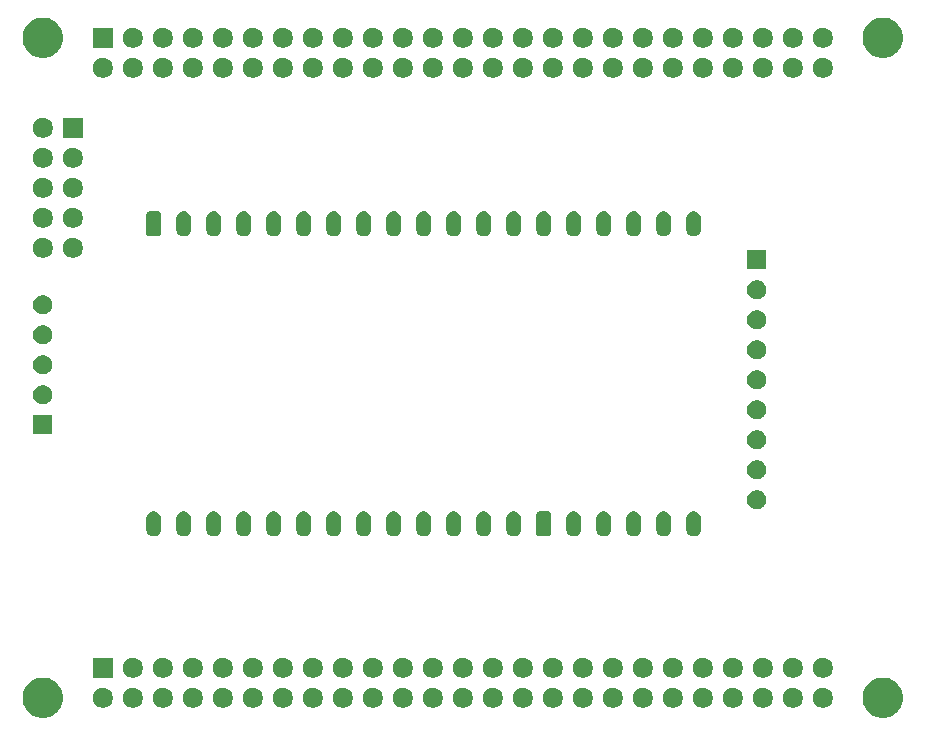
<source format=gbs>
G04 #@! TF.GenerationSoftware,KiCad,Pcbnew,5.1.5+dfsg1-2build2*
G04 #@! TF.CreationDate,2021-09-29T22:56:56-05:00*
G04 #@! TF.ProjectId,PDP_Shield,5044505f-5368-4696-956c-642e6b696361,v01*
G04 #@! TF.SameCoordinates,Original*
G04 #@! TF.FileFunction,Soldermask,Bot*
G04 #@! TF.FilePolarity,Negative*
%FSLAX46Y46*%
G04 Gerber Fmt 4.6, Leading zero omitted, Abs format (unit mm)*
G04 Created by KiCad (PCBNEW 5.1.5+dfsg1-2build2) date 2021-09-29 22:56:56*
%MOMM*%
%LPD*%
G04 APERTURE LIST*
%ADD10C,0.100000*%
G04 APERTURE END LIST*
D10*
G36*
X177026027Y-125110821D02*
G01*
X177335503Y-125239009D01*
X177614026Y-125425113D01*
X177850887Y-125661974D01*
X178036991Y-125940497D01*
X178165179Y-126249973D01*
X178230530Y-126578512D01*
X178230530Y-126913488D01*
X178165179Y-127242027D01*
X178036991Y-127551503D01*
X177850887Y-127830026D01*
X177614026Y-128066887D01*
X177335503Y-128252991D01*
X177026027Y-128381179D01*
X176697488Y-128446530D01*
X176362512Y-128446530D01*
X176033973Y-128381179D01*
X175724497Y-128252991D01*
X175445974Y-128066887D01*
X175209113Y-127830026D01*
X175023009Y-127551503D01*
X174894821Y-127242027D01*
X174829470Y-126913488D01*
X174829470Y-126578512D01*
X174894821Y-126249973D01*
X175023009Y-125940497D01*
X175209113Y-125661974D01*
X175445974Y-125425113D01*
X175724497Y-125239009D01*
X176033973Y-125110821D01*
X176362512Y-125045470D01*
X176697488Y-125045470D01*
X177026027Y-125110821D01*
G37*
G36*
X105906027Y-125110821D02*
G01*
X106215503Y-125239009D01*
X106494026Y-125425113D01*
X106730887Y-125661974D01*
X106916991Y-125940497D01*
X107045179Y-126249973D01*
X107110530Y-126578512D01*
X107110530Y-126913488D01*
X107045179Y-127242027D01*
X106916991Y-127551503D01*
X106730887Y-127830026D01*
X106494026Y-128066887D01*
X106215503Y-128252991D01*
X105906027Y-128381179D01*
X105577488Y-128446530D01*
X105242512Y-128446530D01*
X104913973Y-128381179D01*
X104604497Y-128252991D01*
X104325974Y-128066887D01*
X104089113Y-127830026D01*
X103903009Y-127551503D01*
X103774821Y-127242027D01*
X103709470Y-126913488D01*
X103709470Y-126578512D01*
X103774821Y-126249973D01*
X103903009Y-125940497D01*
X104089113Y-125661974D01*
X104325974Y-125425113D01*
X104604497Y-125239009D01*
X104913973Y-125110821D01*
X105242512Y-125045470D01*
X105577488Y-125045470D01*
X105906027Y-125110821D01*
G37*
G36*
X166619310Y-125924136D02*
G01*
X166774857Y-125988565D01*
X166914846Y-126082103D01*
X167033897Y-126201154D01*
X167127435Y-126341143D01*
X167191864Y-126496690D01*
X167224710Y-126661818D01*
X167224710Y-126830182D01*
X167191864Y-126995310D01*
X167127435Y-127150857D01*
X167033897Y-127290846D01*
X166914846Y-127409897D01*
X166774857Y-127503435D01*
X166619310Y-127567864D01*
X166454182Y-127600710D01*
X166285818Y-127600710D01*
X166120690Y-127567864D01*
X165965143Y-127503435D01*
X165825154Y-127409897D01*
X165706103Y-127290846D01*
X165612565Y-127150857D01*
X165548136Y-126995310D01*
X165515290Y-126830182D01*
X165515290Y-126661818D01*
X165548136Y-126496690D01*
X165612565Y-126341143D01*
X165706103Y-126201154D01*
X165825154Y-126082103D01*
X165965143Y-125988565D01*
X166120690Y-125924136D01*
X166285818Y-125891290D01*
X166454182Y-125891290D01*
X166619310Y-125924136D01*
G37*
G36*
X169159310Y-125924136D02*
G01*
X169314857Y-125988565D01*
X169454846Y-126082103D01*
X169573897Y-126201154D01*
X169667435Y-126341143D01*
X169731864Y-126496690D01*
X169764710Y-126661818D01*
X169764710Y-126830182D01*
X169731864Y-126995310D01*
X169667435Y-127150857D01*
X169573897Y-127290846D01*
X169454846Y-127409897D01*
X169314857Y-127503435D01*
X169159310Y-127567864D01*
X168994182Y-127600710D01*
X168825818Y-127600710D01*
X168660690Y-127567864D01*
X168505143Y-127503435D01*
X168365154Y-127409897D01*
X168246103Y-127290846D01*
X168152565Y-127150857D01*
X168088136Y-126995310D01*
X168055290Y-126830182D01*
X168055290Y-126661818D01*
X168088136Y-126496690D01*
X168152565Y-126341143D01*
X168246103Y-126201154D01*
X168365154Y-126082103D01*
X168505143Y-125988565D01*
X168660690Y-125924136D01*
X168825818Y-125891290D01*
X168994182Y-125891290D01*
X169159310Y-125924136D01*
G37*
G36*
X113279310Y-125924136D02*
G01*
X113434857Y-125988565D01*
X113574846Y-126082103D01*
X113693897Y-126201154D01*
X113787435Y-126341143D01*
X113851864Y-126496690D01*
X113884710Y-126661818D01*
X113884710Y-126830182D01*
X113851864Y-126995310D01*
X113787435Y-127150857D01*
X113693897Y-127290846D01*
X113574846Y-127409897D01*
X113434857Y-127503435D01*
X113279310Y-127567864D01*
X113114182Y-127600710D01*
X112945818Y-127600710D01*
X112780690Y-127567864D01*
X112625143Y-127503435D01*
X112485154Y-127409897D01*
X112366103Y-127290846D01*
X112272565Y-127150857D01*
X112208136Y-126995310D01*
X112175290Y-126830182D01*
X112175290Y-126661818D01*
X112208136Y-126496690D01*
X112272565Y-126341143D01*
X112366103Y-126201154D01*
X112485154Y-126082103D01*
X112625143Y-125988565D01*
X112780690Y-125924136D01*
X112945818Y-125891290D01*
X113114182Y-125891290D01*
X113279310Y-125924136D01*
G37*
G36*
X110739310Y-125924136D02*
G01*
X110894857Y-125988565D01*
X111034846Y-126082103D01*
X111153897Y-126201154D01*
X111247435Y-126341143D01*
X111311864Y-126496690D01*
X111344710Y-126661818D01*
X111344710Y-126830182D01*
X111311864Y-126995310D01*
X111247435Y-127150857D01*
X111153897Y-127290846D01*
X111034846Y-127409897D01*
X110894857Y-127503435D01*
X110739310Y-127567864D01*
X110574182Y-127600710D01*
X110405818Y-127600710D01*
X110240690Y-127567864D01*
X110085143Y-127503435D01*
X109945154Y-127409897D01*
X109826103Y-127290846D01*
X109732565Y-127150857D01*
X109668136Y-126995310D01*
X109635290Y-126830182D01*
X109635290Y-126661818D01*
X109668136Y-126496690D01*
X109732565Y-126341143D01*
X109826103Y-126201154D01*
X109945154Y-126082103D01*
X110085143Y-125988565D01*
X110240690Y-125924136D01*
X110405818Y-125891290D01*
X110574182Y-125891290D01*
X110739310Y-125924136D01*
G37*
G36*
X171699310Y-125924136D02*
G01*
X171854857Y-125988565D01*
X171994846Y-126082103D01*
X172113897Y-126201154D01*
X172207435Y-126341143D01*
X172271864Y-126496690D01*
X172304710Y-126661818D01*
X172304710Y-126830182D01*
X172271864Y-126995310D01*
X172207435Y-127150857D01*
X172113897Y-127290846D01*
X171994846Y-127409897D01*
X171854857Y-127503435D01*
X171699310Y-127567864D01*
X171534182Y-127600710D01*
X171365818Y-127600710D01*
X171200690Y-127567864D01*
X171045143Y-127503435D01*
X170905154Y-127409897D01*
X170786103Y-127290846D01*
X170692565Y-127150857D01*
X170628136Y-126995310D01*
X170595290Y-126830182D01*
X170595290Y-126661818D01*
X170628136Y-126496690D01*
X170692565Y-126341143D01*
X170786103Y-126201154D01*
X170905154Y-126082103D01*
X171045143Y-125988565D01*
X171200690Y-125924136D01*
X171365818Y-125891290D01*
X171534182Y-125891290D01*
X171699310Y-125924136D01*
G37*
G36*
X115819310Y-125924136D02*
G01*
X115974857Y-125988565D01*
X116114846Y-126082103D01*
X116233897Y-126201154D01*
X116327435Y-126341143D01*
X116391864Y-126496690D01*
X116424710Y-126661818D01*
X116424710Y-126830182D01*
X116391864Y-126995310D01*
X116327435Y-127150857D01*
X116233897Y-127290846D01*
X116114846Y-127409897D01*
X115974857Y-127503435D01*
X115819310Y-127567864D01*
X115654182Y-127600710D01*
X115485818Y-127600710D01*
X115320690Y-127567864D01*
X115165143Y-127503435D01*
X115025154Y-127409897D01*
X114906103Y-127290846D01*
X114812565Y-127150857D01*
X114748136Y-126995310D01*
X114715290Y-126830182D01*
X114715290Y-126661818D01*
X114748136Y-126496690D01*
X114812565Y-126341143D01*
X114906103Y-126201154D01*
X115025154Y-126082103D01*
X115165143Y-125988565D01*
X115320690Y-125924136D01*
X115485818Y-125891290D01*
X115654182Y-125891290D01*
X115819310Y-125924136D01*
G37*
G36*
X164079310Y-125924136D02*
G01*
X164234857Y-125988565D01*
X164374846Y-126082103D01*
X164493897Y-126201154D01*
X164587435Y-126341143D01*
X164651864Y-126496690D01*
X164684710Y-126661818D01*
X164684710Y-126830182D01*
X164651864Y-126995310D01*
X164587435Y-127150857D01*
X164493897Y-127290846D01*
X164374846Y-127409897D01*
X164234857Y-127503435D01*
X164079310Y-127567864D01*
X163914182Y-127600710D01*
X163745818Y-127600710D01*
X163580690Y-127567864D01*
X163425143Y-127503435D01*
X163285154Y-127409897D01*
X163166103Y-127290846D01*
X163072565Y-127150857D01*
X163008136Y-126995310D01*
X162975290Y-126830182D01*
X162975290Y-126661818D01*
X163008136Y-126496690D01*
X163072565Y-126341143D01*
X163166103Y-126201154D01*
X163285154Y-126082103D01*
X163425143Y-125988565D01*
X163580690Y-125924136D01*
X163745818Y-125891290D01*
X163914182Y-125891290D01*
X164079310Y-125924136D01*
G37*
G36*
X161539310Y-125924136D02*
G01*
X161694857Y-125988565D01*
X161834846Y-126082103D01*
X161953897Y-126201154D01*
X162047435Y-126341143D01*
X162111864Y-126496690D01*
X162144710Y-126661818D01*
X162144710Y-126830182D01*
X162111864Y-126995310D01*
X162047435Y-127150857D01*
X161953897Y-127290846D01*
X161834846Y-127409897D01*
X161694857Y-127503435D01*
X161539310Y-127567864D01*
X161374182Y-127600710D01*
X161205818Y-127600710D01*
X161040690Y-127567864D01*
X160885143Y-127503435D01*
X160745154Y-127409897D01*
X160626103Y-127290846D01*
X160532565Y-127150857D01*
X160468136Y-126995310D01*
X160435290Y-126830182D01*
X160435290Y-126661818D01*
X160468136Y-126496690D01*
X160532565Y-126341143D01*
X160626103Y-126201154D01*
X160745154Y-126082103D01*
X160885143Y-125988565D01*
X161040690Y-125924136D01*
X161205818Y-125891290D01*
X161374182Y-125891290D01*
X161539310Y-125924136D01*
G37*
G36*
X158999310Y-125924136D02*
G01*
X159154857Y-125988565D01*
X159294846Y-126082103D01*
X159413897Y-126201154D01*
X159507435Y-126341143D01*
X159571864Y-126496690D01*
X159604710Y-126661818D01*
X159604710Y-126830182D01*
X159571864Y-126995310D01*
X159507435Y-127150857D01*
X159413897Y-127290846D01*
X159294846Y-127409897D01*
X159154857Y-127503435D01*
X158999310Y-127567864D01*
X158834182Y-127600710D01*
X158665818Y-127600710D01*
X158500690Y-127567864D01*
X158345143Y-127503435D01*
X158205154Y-127409897D01*
X158086103Y-127290846D01*
X157992565Y-127150857D01*
X157928136Y-126995310D01*
X157895290Y-126830182D01*
X157895290Y-126661818D01*
X157928136Y-126496690D01*
X157992565Y-126341143D01*
X158086103Y-126201154D01*
X158205154Y-126082103D01*
X158345143Y-125988565D01*
X158500690Y-125924136D01*
X158665818Y-125891290D01*
X158834182Y-125891290D01*
X158999310Y-125924136D01*
G37*
G36*
X156459310Y-125924136D02*
G01*
X156614857Y-125988565D01*
X156754846Y-126082103D01*
X156873897Y-126201154D01*
X156967435Y-126341143D01*
X157031864Y-126496690D01*
X157064710Y-126661818D01*
X157064710Y-126830182D01*
X157031864Y-126995310D01*
X156967435Y-127150857D01*
X156873897Y-127290846D01*
X156754846Y-127409897D01*
X156614857Y-127503435D01*
X156459310Y-127567864D01*
X156294182Y-127600710D01*
X156125818Y-127600710D01*
X155960690Y-127567864D01*
X155805143Y-127503435D01*
X155665154Y-127409897D01*
X155546103Y-127290846D01*
X155452565Y-127150857D01*
X155388136Y-126995310D01*
X155355290Y-126830182D01*
X155355290Y-126661818D01*
X155388136Y-126496690D01*
X155452565Y-126341143D01*
X155546103Y-126201154D01*
X155665154Y-126082103D01*
X155805143Y-125988565D01*
X155960690Y-125924136D01*
X156125818Y-125891290D01*
X156294182Y-125891290D01*
X156459310Y-125924136D01*
G37*
G36*
X153919310Y-125924136D02*
G01*
X154074857Y-125988565D01*
X154214846Y-126082103D01*
X154333897Y-126201154D01*
X154427435Y-126341143D01*
X154491864Y-126496690D01*
X154524710Y-126661818D01*
X154524710Y-126830182D01*
X154491864Y-126995310D01*
X154427435Y-127150857D01*
X154333897Y-127290846D01*
X154214846Y-127409897D01*
X154074857Y-127503435D01*
X153919310Y-127567864D01*
X153754182Y-127600710D01*
X153585818Y-127600710D01*
X153420690Y-127567864D01*
X153265143Y-127503435D01*
X153125154Y-127409897D01*
X153006103Y-127290846D01*
X152912565Y-127150857D01*
X152848136Y-126995310D01*
X152815290Y-126830182D01*
X152815290Y-126661818D01*
X152848136Y-126496690D01*
X152912565Y-126341143D01*
X153006103Y-126201154D01*
X153125154Y-126082103D01*
X153265143Y-125988565D01*
X153420690Y-125924136D01*
X153585818Y-125891290D01*
X153754182Y-125891290D01*
X153919310Y-125924136D01*
G37*
G36*
X151379310Y-125924136D02*
G01*
X151534857Y-125988565D01*
X151674846Y-126082103D01*
X151793897Y-126201154D01*
X151887435Y-126341143D01*
X151951864Y-126496690D01*
X151984710Y-126661818D01*
X151984710Y-126830182D01*
X151951864Y-126995310D01*
X151887435Y-127150857D01*
X151793897Y-127290846D01*
X151674846Y-127409897D01*
X151534857Y-127503435D01*
X151379310Y-127567864D01*
X151214182Y-127600710D01*
X151045818Y-127600710D01*
X150880690Y-127567864D01*
X150725143Y-127503435D01*
X150585154Y-127409897D01*
X150466103Y-127290846D01*
X150372565Y-127150857D01*
X150308136Y-126995310D01*
X150275290Y-126830182D01*
X150275290Y-126661818D01*
X150308136Y-126496690D01*
X150372565Y-126341143D01*
X150466103Y-126201154D01*
X150585154Y-126082103D01*
X150725143Y-125988565D01*
X150880690Y-125924136D01*
X151045818Y-125891290D01*
X151214182Y-125891290D01*
X151379310Y-125924136D01*
G37*
G36*
X148839310Y-125924136D02*
G01*
X148994857Y-125988565D01*
X149134846Y-126082103D01*
X149253897Y-126201154D01*
X149347435Y-126341143D01*
X149411864Y-126496690D01*
X149444710Y-126661818D01*
X149444710Y-126830182D01*
X149411864Y-126995310D01*
X149347435Y-127150857D01*
X149253897Y-127290846D01*
X149134846Y-127409897D01*
X148994857Y-127503435D01*
X148839310Y-127567864D01*
X148674182Y-127600710D01*
X148505818Y-127600710D01*
X148340690Y-127567864D01*
X148185143Y-127503435D01*
X148045154Y-127409897D01*
X147926103Y-127290846D01*
X147832565Y-127150857D01*
X147768136Y-126995310D01*
X147735290Y-126830182D01*
X147735290Y-126661818D01*
X147768136Y-126496690D01*
X147832565Y-126341143D01*
X147926103Y-126201154D01*
X148045154Y-126082103D01*
X148185143Y-125988565D01*
X148340690Y-125924136D01*
X148505818Y-125891290D01*
X148674182Y-125891290D01*
X148839310Y-125924136D01*
G37*
G36*
X143759310Y-125924136D02*
G01*
X143914857Y-125988565D01*
X144054846Y-126082103D01*
X144173897Y-126201154D01*
X144267435Y-126341143D01*
X144331864Y-126496690D01*
X144364710Y-126661818D01*
X144364710Y-126830182D01*
X144331864Y-126995310D01*
X144267435Y-127150857D01*
X144173897Y-127290846D01*
X144054846Y-127409897D01*
X143914857Y-127503435D01*
X143759310Y-127567864D01*
X143594182Y-127600710D01*
X143425818Y-127600710D01*
X143260690Y-127567864D01*
X143105143Y-127503435D01*
X142965154Y-127409897D01*
X142846103Y-127290846D01*
X142752565Y-127150857D01*
X142688136Y-126995310D01*
X142655290Y-126830182D01*
X142655290Y-126661818D01*
X142688136Y-126496690D01*
X142752565Y-126341143D01*
X142846103Y-126201154D01*
X142965154Y-126082103D01*
X143105143Y-125988565D01*
X143260690Y-125924136D01*
X143425818Y-125891290D01*
X143594182Y-125891290D01*
X143759310Y-125924136D01*
G37*
G36*
X146299310Y-125924136D02*
G01*
X146454857Y-125988565D01*
X146594846Y-126082103D01*
X146713897Y-126201154D01*
X146807435Y-126341143D01*
X146871864Y-126496690D01*
X146904710Y-126661818D01*
X146904710Y-126830182D01*
X146871864Y-126995310D01*
X146807435Y-127150857D01*
X146713897Y-127290846D01*
X146594846Y-127409897D01*
X146454857Y-127503435D01*
X146299310Y-127567864D01*
X146134182Y-127600710D01*
X145965818Y-127600710D01*
X145800690Y-127567864D01*
X145645143Y-127503435D01*
X145505154Y-127409897D01*
X145386103Y-127290846D01*
X145292565Y-127150857D01*
X145228136Y-126995310D01*
X145195290Y-126830182D01*
X145195290Y-126661818D01*
X145228136Y-126496690D01*
X145292565Y-126341143D01*
X145386103Y-126201154D01*
X145505154Y-126082103D01*
X145645143Y-125988565D01*
X145800690Y-125924136D01*
X145965818Y-125891290D01*
X146134182Y-125891290D01*
X146299310Y-125924136D01*
G37*
G36*
X118359310Y-125924136D02*
G01*
X118514857Y-125988565D01*
X118654846Y-126082103D01*
X118773897Y-126201154D01*
X118867435Y-126341143D01*
X118931864Y-126496690D01*
X118964710Y-126661818D01*
X118964710Y-126830182D01*
X118931864Y-126995310D01*
X118867435Y-127150857D01*
X118773897Y-127290846D01*
X118654846Y-127409897D01*
X118514857Y-127503435D01*
X118359310Y-127567864D01*
X118194182Y-127600710D01*
X118025818Y-127600710D01*
X117860690Y-127567864D01*
X117705143Y-127503435D01*
X117565154Y-127409897D01*
X117446103Y-127290846D01*
X117352565Y-127150857D01*
X117288136Y-126995310D01*
X117255290Y-126830182D01*
X117255290Y-126661818D01*
X117288136Y-126496690D01*
X117352565Y-126341143D01*
X117446103Y-126201154D01*
X117565154Y-126082103D01*
X117705143Y-125988565D01*
X117860690Y-125924136D01*
X118025818Y-125891290D01*
X118194182Y-125891290D01*
X118359310Y-125924136D01*
G37*
G36*
X120899310Y-125924136D02*
G01*
X121054857Y-125988565D01*
X121194846Y-126082103D01*
X121313897Y-126201154D01*
X121407435Y-126341143D01*
X121471864Y-126496690D01*
X121504710Y-126661818D01*
X121504710Y-126830182D01*
X121471864Y-126995310D01*
X121407435Y-127150857D01*
X121313897Y-127290846D01*
X121194846Y-127409897D01*
X121054857Y-127503435D01*
X120899310Y-127567864D01*
X120734182Y-127600710D01*
X120565818Y-127600710D01*
X120400690Y-127567864D01*
X120245143Y-127503435D01*
X120105154Y-127409897D01*
X119986103Y-127290846D01*
X119892565Y-127150857D01*
X119828136Y-126995310D01*
X119795290Y-126830182D01*
X119795290Y-126661818D01*
X119828136Y-126496690D01*
X119892565Y-126341143D01*
X119986103Y-126201154D01*
X120105154Y-126082103D01*
X120245143Y-125988565D01*
X120400690Y-125924136D01*
X120565818Y-125891290D01*
X120734182Y-125891290D01*
X120899310Y-125924136D01*
G37*
G36*
X123439310Y-125924136D02*
G01*
X123594857Y-125988565D01*
X123734846Y-126082103D01*
X123853897Y-126201154D01*
X123947435Y-126341143D01*
X124011864Y-126496690D01*
X124044710Y-126661818D01*
X124044710Y-126830182D01*
X124011864Y-126995310D01*
X123947435Y-127150857D01*
X123853897Y-127290846D01*
X123734846Y-127409897D01*
X123594857Y-127503435D01*
X123439310Y-127567864D01*
X123274182Y-127600710D01*
X123105818Y-127600710D01*
X122940690Y-127567864D01*
X122785143Y-127503435D01*
X122645154Y-127409897D01*
X122526103Y-127290846D01*
X122432565Y-127150857D01*
X122368136Y-126995310D01*
X122335290Y-126830182D01*
X122335290Y-126661818D01*
X122368136Y-126496690D01*
X122432565Y-126341143D01*
X122526103Y-126201154D01*
X122645154Y-126082103D01*
X122785143Y-125988565D01*
X122940690Y-125924136D01*
X123105818Y-125891290D01*
X123274182Y-125891290D01*
X123439310Y-125924136D01*
G37*
G36*
X125979310Y-125924136D02*
G01*
X126134857Y-125988565D01*
X126274846Y-126082103D01*
X126393897Y-126201154D01*
X126487435Y-126341143D01*
X126551864Y-126496690D01*
X126584710Y-126661818D01*
X126584710Y-126830182D01*
X126551864Y-126995310D01*
X126487435Y-127150857D01*
X126393897Y-127290846D01*
X126274846Y-127409897D01*
X126134857Y-127503435D01*
X125979310Y-127567864D01*
X125814182Y-127600710D01*
X125645818Y-127600710D01*
X125480690Y-127567864D01*
X125325143Y-127503435D01*
X125185154Y-127409897D01*
X125066103Y-127290846D01*
X124972565Y-127150857D01*
X124908136Y-126995310D01*
X124875290Y-126830182D01*
X124875290Y-126661818D01*
X124908136Y-126496690D01*
X124972565Y-126341143D01*
X125066103Y-126201154D01*
X125185154Y-126082103D01*
X125325143Y-125988565D01*
X125480690Y-125924136D01*
X125645818Y-125891290D01*
X125814182Y-125891290D01*
X125979310Y-125924136D01*
G37*
G36*
X128519310Y-125924136D02*
G01*
X128674857Y-125988565D01*
X128814846Y-126082103D01*
X128933897Y-126201154D01*
X129027435Y-126341143D01*
X129091864Y-126496690D01*
X129124710Y-126661818D01*
X129124710Y-126830182D01*
X129091864Y-126995310D01*
X129027435Y-127150857D01*
X128933897Y-127290846D01*
X128814846Y-127409897D01*
X128674857Y-127503435D01*
X128519310Y-127567864D01*
X128354182Y-127600710D01*
X128185818Y-127600710D01*
X128020690Y-127567864D01*
X127865143Y-127503435D01*
X127725154Y-127409897D01*
X127606103Y-127290846D01*
X127512565Y-127150857D01*
X127448136Y-126995310D01*
X127415290Y-126830182D01*
X127415290Y-126661818D01*
X127448136Y-126496690D01*
X127512565Y-126341143D01*
X127606103Y-126201154D01*
X127725154Y-126082103D01*
X127865143Y-125988565D01*
X128020690Y-125924136D01*
X128185818Y-125891290D01*
X128354182Y-125891290D01*
X128519310Y-125924136D01*
G37*
G36*
X131059310Y-125924136D02*
G01*
X131214857Y-125988565D01*
X131354846Y-126082103D01*
X131473897Y-126201154D01*
X131567435Y-126341143D01*
X131631864Y-126496690D01*
X131664710Y-126661818D01*
X131664710Y-126830182D01*
X131631864Y-126995310D01*
X131567435Y-127150857D01*
X131473897Y-127290846D01*
X131354846Y-127409897D01*
X131214857Y-127503435D01*
X131059310Y-127567864D01*
X130894182Y-127600710D01*
X130725818Y-127600710D01*
X130560690Y-127567864D01*
X130405143Y-127503435D01*
X130265154Y-127409897D01*
X130146103Y-127290846D01*
X130052565Y-127150857D01*
X129988136Y-126995310D01*
X129955290Y-126830182D01*
X129955290Y-126661818D01*
X129988136Y-126496690D01*
X130052565Y-126341143D01*
X130146103Y-126201154D01*
X130265154Y-126082103D01*
X130405143Y-125988565D01*
X130560690Y-125924136D01*
X130725818Y-125891290D01*
X130894182Y-125891290D01*
X131059310Y-125924136D01*
G37*
G36*
X133599310Y-125924136D02*
G01*
X133754857Y-125988565D01*
X133894846Y-126082103D01*
X134013897Y-126201154D01*
X134107435Y-126341143D01*
X134171864Y-126496690D01*
X134204710Y-126661818D01*
X134204710Y-126830182D01*
X134171864Y-126995310D01*
X134107435Y-127150857D01*
X134013897Y-127290846D01*
X133894846Y-127409897D01*
X133754857Y-127503435D01*
X133599310Y-127567864D01*
X133434182Y-127600710D01*
X133265818Y-127600710D01*
X133100690Y-127567864D01*
X132945143Y-127503435D01*
X132805154Y-127409897D01*
X132686103Y-127290846D01*
X132592565Y-127150857D01*
X132528136Y-126995310D01*
X132495290Y-126830182D01*
X132495290Y-126661818D01*
X132528136Y-126496690D01*
X132592565Y-126341143D01*
X132686103Y-126201154D01*
X132805154Y-126082103D01*
X132945143Y-125988565D01*
X133100690Y-125924136D01*
X133265818Y-125891290D01*
X133434182Y-125891290D01*
X133599310Y-125924136D01*
G37*
G36*
X136139310Y-125924136D02*
G01*
X136294857Y-125988565D01*
X136434846Y-126082103D01*
X136553897Y-126201154D01*
X136647435Y-126341143D01*
X136711864Y-126496690D01*
X136744710Y-126661818D01*
X136744710Y-126830182D01*
X136711864Y-126995310D01*
X136647435Y-127150857D01*
X136553897Y-127290846D01*
X136434846Y-127409897D01*
X136294857Y-127503435D01*
X136139310Y-127567864D01*
X135974182Y-127600710D01*
X135805818Y-127600710D01*
X135640690Y-127567864D01*
X135485143Y-127503435D01*
X135345154Y-127409897D01*
X135226103Y-127290846D01*
X135132565Y-127150857D01*
X135068136Y-126995310D01*
X135035290Y-126830182D01*
X135035290Y-126661818D01*
X135068136Y-126496690D01*
X135132565Y-126341143D01*
X135226103Y-126201154D01*
X135345154Y-126082103D01*
X135485143Y-125988565D01*
X135640690Y-125924136D01*
X135805818Y-125891290D01*
X135974182Y-125891290D01*
X136139310Y-125924136D01*
G37*
G36*
X138679310Y-125924136D02*
G01*
X138834857Y-125988565D01*
X138974846Y-126082103D01*
X139093897Y-126201154D01*
X139187435Y-126341143D01*
X139251864Y-126496690D01*
X139284710Y-126661818D01*
X139284710Y-126830182D01*
X139251864Y-126995310D01*
X139187435Y-127150857D01*
X139093897Y-127290846D01*
X138974846Y-127409897D01*
X138834857Y-127503435D01*
X138679310Y-127567864D01*
X138514182Y-127600710D01*
X138345818Y-127600710D01*
X138180690Y-127567864D01*
X138025143Y-127503435D01*
X137885154Y-127409897D01*
X137766103Y-127290846D01*
X137672565Y-127150857D01*
X137608136Y-126995310D01*
X137575290Y-126830182D01*
X137575290Y-126661818D01*
X137608136Y-126496690D01*
X137672565Y-126341143D01*
X137766103Y-126201154D01*
X137885154Y-126082103D01*
X138025143Y-125988565D01*
X138180690Y-125924136D01*
X138345818Y-125891290D01*
X138514182Y-125891290D01*
X138679310Y-125924136D01*
G37*
G36*
X141219310Y-125924136D02*
G01*
X141374857Y-125988565D01*
X141514846Y-126082103D01*
X141633897Y-126201154D01*
X141727435Y-126341143D01*
X141791864Y-126496690D01*
X141824710Y-126661818D01*
X141824710Y-126830182D01*
X141791864Y-126995310D01*
X141727435Y-127150857D01*
X141633897Y-127290846D01*
X141514846Y-127409897D01*
X141374857Y-127503435D01*
X141219310Y-127567864D01*
X141054182Y-127600710D01*
X140885818Y-127600710D01*
X140720690Y-127567864D01*
X140565143Y-127503435D01*
X140425154Y-127409897D01*
X140306103Y-127290846D01*
X140212565Y-127150857D01*
X140148136Y-126995310D01*
X140115290Y-126830182D01*
X140115290Y-126661818D01*
X140148136Y-126496690D01*
X140212565Y-126341143D01*
X140306103Y-126201154D01*
X140425154Y-126082103D01*
X140565143Y-125988565D01*
X140720690Y-125924136D01*
X140885818Y-125891290D01*
X141054182Y-125891290D01*
X141219310Y-125924136D01*
G37*
G36*
X125979310Y-123384136D02*
G01*
X126134857Y-123448565D01*
X126274846Y-123542103D01*
X126393897Y-123661154D01*
X126487435Y-123801143D01*
X126551864Y-123956690D01*
X126584710Y-124121818D01*
X126584710Y-124290182D01*
X126551864Y-124455310D01*
X126487435Y-124610857D01*
X126393897Y-124750846D01*
X126274846Y-124869897D01*
X126134857Y-124963435D01*
X125979310Y-125027864D01*
X125814182Y-125060710D01*
X125645818Y-125060710D01*
X125480690Y-125027864D01*
X125325143Y-124963435D01*
X125185154Y-124869897D01*
X125066103Y-124750846D01*
X124972565Y-124610857D01*
X124908136Y-124455310D01*
X124875290Y-124290182D01*
X124875290Y-124121818D01*
X124908136Y-123956690D01*
X124972565Y-123801143D01*
X125066103Y-123661154D01*
X125185154Y-123542103D01*
X125325143Y-123448565D01*
X125480690Y-123384136D01*
X125645818Y-123351290D01*
X125814182Y-123351290D01*
X125979310Y-123384136D01*
G37*
G36*
X128519310Y-123384136D02*
G01*
X128674857Y-123448565D01*
X128814846Y-123542103D01*
X128933897Y-123661154D01*
X129027435Y-123801143D01*
X129091864Y-123956690D01*
X129124710Y-124121818D01*
X129124710Y-124290182D01*
X129091864Y-124455310D01*
X129027435Y-124610857D01*
X128933897Y-124750846D01*
X128814846Y-124869897D01*
X128674857Y-124963435D01*
X128519310Y-125027864D01*
X128354182Y-125060710D01*
X128185818Y-125060710D01*
X128020690Y-125027864D01*
X127865143Y-124963435D01*
X127725154Y-124869897D01*
X127606103Y-124750846D01*
X127512565Y-124610857D01*
X127448136Y-124455310D01*
X127415290Y-124290182D01*
X127415290Y-124121818D01*
X127448136Y-123956690D01*
X127512565Y-123801143D01*
X127606103Y-123661154D01*
X127725154Y-123542103D01*
X127865143Y-123448565D01*
X128020690Y-123384136D01*
X128185818Y-123351290D01*
X128354182Y-123351290D01*
X128519310Y-123384136D01*
G37*
G36*
X151379310Y-123384136D02*
G01*
X151534857Y-123448565D01*
X151674846Y-123542103D01*
X151793897Y-123661154D01*
X151887435Y-123801143D01*
X151951864Y-123956690D01*
X151984710Y-124121818D01*
X151984710Y-124290182D01*
X151951864Y-124455310D01*
X151887435Y-124610857D01*
X151793897Y-124750846D01*
X151674846Y-124869897D01*
X151534857Y-124963435D01*
X151379310Y-125027864D01*
X151214182Y-125060710D01*
X151045818Y-125060710D01*
X150880690Y-125027864D01*
X150725143Y-124963435D01*
X150585154Y-124869897D01*
X150466103Y-124750846D01*
X150372565Y-124610857D01*
X150308136Y-124455310D01*
X150275290Y-124290182D01*
X150275290Y-124121818D01*
X150308136Y-123956690D01*
X150372565Y-123801143D01*
X150466103Y-123661154D01*
X150585154Y-123542103D01*
X150725143Y-123448565D01*
X150880690Y-123384136D01*
X151045818Y-123351290D01*
X151214182Y-123351290D01*
X151379310Y-123384136D01*
G37*
G36*
X133599310Y-123384136D02*
G01*
X133754857Y-123448565D01*
X133894846Y-123542103D01*
X134013897Y-123661154D01*
X134107435Y-123801143D01*
X134171864Y-123956690D01*
X134204710Y-124121818D01*
X134204710Y-124290182D01*
X134171864Y-124455310D01*
X134107435Y-124610857D01*
X134013897Y-124750846D01*
X133894846Y-124869897D01*
X133754857Y-124963435D01*
X133599310Y-125027864D01*
X133434182Y-125060710D01*
X133265818Y-125060710D01*
X133100690Y-125027864D01*
X132945143Y-124963435D01*
X132805154Y-124869897D01*
X132686103Y-124750846D01*
X132592565Y-124610857D01*
X132528136Y-124455310D01*
X132495290Y-124290182D01*
X132495290Y-124121818D01*
X132528136Y-123956690D01*
X132592565Y-123801143D01*
X132686103Y-123661154D01*
X132805154Y-123542103D01*
X132945143Y-123448565D01*
X133100690Y-123384136D01*
X133265818Y-123351290D01*
X133434182Y-123351290D01*
X133599310Y-123384136D01*
G37*
G36*
X136139310Y-123384136D02*
G01*
X136294857Y-123448565D01*
X136434846Y-123542103D01*
X136553897Y-123661154D01*
X136647435Y-123801143D01*
X136711864Y-123956690D01*
X136744710Y-124121818D01*
X136744710Y-124290182D01*
X136711864Y-124455310D01*
X136647435Y-124610857D01*
X136553897Y-124750846D01*
X136434846Y-124869897D01*
X136294857Y-124963435D01*
X136139310Y-125027864D01*
X135974182Y-125060710D01*
X135805818Y-125060710D01*
X135640690Y-125027864D01*
X135485143Y-124963435D01*
X135345154Y-124869897D01*
X135226103Y-124750846D01*
X135132565Y-124610857D01*
X135068136Y-124455310D01*
X135035290Y-124290182D01*
X135035290Y-124121818D01*
X135068136Y-123956690D01*
X135132565Y-123801143D01*
X135226103Y-123661154D01*
X135345154Y-123542103D01*
X135485143Y-123448565D01*
X135640690Y-123384136D01*
X135805818Y-123351290D01*
X135974182Y-123351290D01*
X136139310Y-123384136D01*
G37*
G36*
X138679310Y-123384136D02*
G01*
X138834857Y-123448565D01*
X138974846Y-123542103D01*
X139093897Y-123661154D01*
X139187435Y-123801143D01*
X139251864Y-123956690D01*
X139284710Y-124121818D01*
X139284710Y-124290182D01*
X139251864Y-124455310D01*
X139187435Y-124610857D01*
X139093897Y-124750846D01*
X138974846Y-124869897D01*
X138834857Y-124963435D01*
X138679310Y-125027864D01*
X138514182Y-125060710D01*
X138345818Y-125060710D01*
X138180690Y-125027864D01*
X138025143Y-124963435D01*
X137885154Y-124869897D01*
X137766103Y-124750846D01*
X137672565Y-124610857D01*
X137608136Y-124455310D01*
X137575290Y-124290182D01*
X137575290Y-124121818D01*
X137608136Y-123956690D01*
X137672565Y-123801143D01*
X137766103Y-123661154D01*
X137885154Y-123542103D01*
X138025143Y-123448565D01*
X138180690Y-123384136D01*
X138345818Y-123351290D01*
X138514182Y-123351290D01*
X138679310Y-123384136D01*
G37*
G36*
X141219310Y-123384136D02*
G01*
X141374857Y-123448565D01*
X141514846Y-123542103D01*
X141633897Y-123661154D01*
X141727435Y-123801143D01*
X141791864Y-123956690D01*
X141824710Y-124121818D01*
X141824710Y-124290182D01*
X141791864Y-124455310D01*
X141727435Y-124610857D01*
X141633897Y-124750846D01*
X141514846Y-124869897D01*
X141374857Y-124963435D01*
X141219310Y-125027864D01*
X141054182Y-125060710D01*
X140885818Y-125060710D01*
X140720690Y-125027864D01*
X140565143Y-124963435D01*
X140425154Y-124869897D01*
X140306103Y-124750846D01*
X140212565Y-124610857D01*
X140148136Y-124455310D01*
X140115290Y-124290182D01*
X140115290Y-124121818D01*
X140148136Y-123956690D01*
X140212565Y-123801143D01*
X140306103Y-123661154D01*
X140425154Y-123542103D01*
X140565143Y-123448565D01*
X140720690Y-123384136D01*
X140885818Y-123351290D01*
X141054182Y-123351290D01*
X141219310Y-123384136D01*
G37*
G36*
X143759310Y-123384136D02*
G01*
X143914857Y-123448565D01*
X144054846Y-123542103D01*
X144173897Y-123661154D01*
X144267435Y-123801143D01*
X144331864Y-123956690D01*
X144364710Y-124121818D01*
X144364710Y-124290182D01*
X144331864Y-124455310D01*
X144267435Y-124610857D01*
X144173897Y-124750846D01*
X144054846Y-124869897D01*
X143914857Y-124963435D01*
X143759310Y-125027864D01*
X143594182Y-125060710D01*
X143425818Y-125060710D01*
X143260690Y-125027864D01*
X143105143Y-124963435D01*
X142965154Y-124869897D01*
X142846103Y-124750846D01*
X142752565Y-124610857D01*
X142688136Y-124455310D01*
X142655290Y-124290182D01*
X142655290Y-124121818D01*
X142688136Y-123956690D01*
X142752565Y-123801143D01*
X142846103Y-123661154D01*
X142965154Y-123542103D01*
X143105143Y-123448565D01*
X143260690Y-123384136D01*
X143425818Y-123351290D01*
X143594182Y-123351290D01*
X143759310Y-123384136D01*
G37*
G36*
X146299310Y-123384136D02*
G01*
X146454857Y-123448565D01*
X146594846Y-123542103D01*
X146713897Y-123661154D01*
X146807435Y-123801143D01*
X146871864Y-123956690D01*
X146904710Y-124121818D01*
X146904710Y-124290182D01*
X146871864Y-124455310D01*
X146807435Y-124610857D01*
X146713897Y-124750846D01*
X146594846Y-124869897D01*
X146454857Y-124963435D01*
X146299310Y-125027864D01*
X146134182Y-125060710D01*
X145965818Y-125060710D01*
X145800690Y-125027864D01*
X145645143Y-124963435D01*
X145505154Y-124869897D01*
X145386103Y-124750846D01*
X145292565Y-124610857D01*
X145228136Y-124455310D01*
X145195290Y-124290182D01*
X145195290Y-124121818D01*
X145228136Y-123956690D01*
X145292565Y-123801143D01*
X145386103Y-123661154D01*
X145505154Y-123542103D01*
X145645143Y-123448565D01*
X145800690Y-123384136D01*
X145965818Y-123351290D01*
X146134182Y-123351290D01*
X146299310Y-123384136D01*
G37*
G36*
X148839310Y-123384136D02*
G01*
X148994857Y-123448565D01*
X149134846Y-123542103D01*
X149253897Y-123661154D01*
X149347435Y-123801143D01*
X149411864Y-123956690D01*
X149444710Y-124121818D01*
X149444710Y-124290182D01*
X149411864Y-124455310D01*
X149347435Y-124610857D01*
X149253897Y-124750846D01*
X149134846Y-124869897D01*
X148994857Y-124963435D01*
X148839310Y-125027864D01*
X148674182Y-125060710D01*
X148505818Y-125060710D01*
X148340690Y-125027864D01*
X148185143Y-124963435D01*
X148045154Y-124869897D01*
X147926103Y-124750846D01*
X147832565Y-124610857D01*
X147768136Y-124455310D01*
X147735290Y-124290182D01*
X147735290Y-124121818D01*
X147768136Y-123956690D01*
X147832565Y-123801143D01*
X147926103Y-123661154D01*
X148045154Y-123542103D01*
X148185143Y-123448565D01*
X148340690Y-123384136D01*
X148505818Y-123351290D01*
X148674182Y-123351290D01*
X148839310Y-123384136D01*
G37*
G36*
X113279310Y-123384136D02*
G01*
X113434857Y-123448565D01*
X113574846Y-123542103D01*
X113693897Y-123661154D01*
X113787435Y-123801143D01*
X113851864Y-123956690D01*
X113884710Y-124121818D01*
X113884710Y-124290182D01*
X113851864Y-124455310D01*
X113787435Y-124610857D01*
X113693897Y-124750846D01*
X113574846Y-124869897D01*
X113434857Y-124963435D01*
X113279310Y-125027864D01*
X113114182Y-125060710D01*
X112945818Y-125060710D01*
X112780690Y-125027864D01*
X112625143Y-124963435D01*
X112485154Y-124869897D01*
X112366103Y-124750846D01*
X112272565Y-124610857D01*
X112208136Y-124455310D01*
X112175290Y-124290182D01*
X112175290Y-124121818D01*
X112208136Y-123956690D01*
X112272565Y-123801143D01*
X112366103Y-123661154D01*
X112485154Y-123542103D01*
X112625143Y-123448565D01*
X112780690Y-123384136D01*
X112945818Y-123351290D01*
X113114182Y-123351290D01*
X113279310Y-123384136D01*
G37*
G36*
X115819310Y-123384136D02*
G01*
X115974857Y-123448565D01*
X116114846Y-123542103D01*
X116233897Y-123661154D01*
X116327435Y-123801143D01*
X116391864Y-123956690D01*
X116424710Y-124121818D01*
X116424710Y-124290182D01*
X116391864Y-124455310D01*
X116327435Y-124610857D01*
X116233897Y-124750846D01*
X116114846Y-124869897D01*
X115974857Y-124963435D01*
X115819310Y-125027864D01*
X115654182Y-125060710D01*
X115485818Y-125060710D01*
X115320690Y-125027864D01*
X115165143Y-124963435D01*
X115025154Y-124869897D01*
X114906103Y-124750846D01*
X114812565Y-124610857D01*
X114748136Y-124455310D01*
X114715290Y-124290182D01*
X114715290Y-124121818D01*
X114748136Y-123956690D01*
X114812565Y-123801143D01*
X114906103Y-123661154D01*
X115025154Y-123542103D01*
X115165143Y-123448565D01*
X115320690Y-123384136D01*
X115485818Y-123351290D01*
X115654182Y-123351290D01*
X115819310Y-123384136D01*
G37*
G36*
X153919310Y-123384136D02*
G01*
X154074857Y-123448565D01*
X154214846Y-123542103D01*
X154333897Y-123661154D01*
X154427435Y-123801143D01*
X154491864Y-123956690D01*
X154524710Y-124121818D01*
X154524710Y-124290182D01*
X154491864Y-124455310D01*
X154427435Y-124610857D01*
X154333897Y-124750846D01*
X154214846Y-124869897D01*
X154074857Y-124963435D01*
X153919310Y-125027864D01*
X153754182Y-125060710D01*
X153585818Y-125060710D01*
X153420690Y-125027864D01*
X153265143Y-124963435D01*
X153125154Y-124869897D01*
X153006103Y-124750846D01*
X152912565Y-124610857D01*
X152848136Y-124455310D01*
X152815290Y-124290182D01*
X152815290Y-124121818D01*
X152848136Y-123956690D01*
X152912565Y-123801143D01*
X153006103Y-123661154D01*
X153125154Y-123542103D01*
X153265143Y-123448565D01*
X153420690Y-123384136D01*
X153585818Y-123351290D01*
X153754182Y-123351290D01*
X153919310Y-123384136D01*
G37*
G36*
X118359310Y-123384136D02*
G01*
X118514857Y-123448565D01*
X118654846Y-123542103D01*
X118773897Y-123661154D01*
X118867435Y-123801143D01*
X118931864Y-123956690D01*
X118964710Y-124121818D01*
X118964710Y-124290182D01*
X118931864Y-124455310D01*
X118867435Y-124610857D01*
X118773897Y-124750846D01*
X118654846Y-124869897D01*
X118514857Y-124963435D01*
X118359310Y-125027864D01*
X118194182Y-125060710D01*
X118025818Y-125060710D01*
X117860690Y-125027864D01*
X117705143Y-124963435D01*
X117565154Y-124869897D01*
X117446103Y-124750846D01*
X117352565Y-124610857D01*
X117288136Y-124455310D01*
X117255290Y-124290182D01*
X117255290Y-124121818D01*
X117288136Y-123956690D01*
X117352565Y-123801143D01*
X117446103Y-123661154D01*
X117565154Y-123542103D01*
X117705143Y-123448565D01*
X117860690Y-123384136D01*
X118025818Y-123351290D01*
X118194182Y-123351290D01*
X118359310Y-123384136D01*
G37*
G36*
X171699310Y-123384136D02*
G01*
X171854857Y-123448565D01*
X171994846Y-123542103D01*
X172113897Y-123661154D01*
X172207435Y-123801143D01*
X172271864Y-123956690D01*
X172304710Y-124121818D01*
X172304710Y-124290182D01*
X172271864Y-124455310D01*
X172207435Y-124610857D01*
X172113897Y-124750846D01*
X171994846Y-124869897D01*
X171854857Y-124963435D01*
X171699310Y-125027864D01*
X171534182Y-125060710D01*
X171365818Y-125060710D01*
X171200690Y-125027864D01*
X171045143Y-124963435D01*
X170905154Y-124869897D01*
X170786103Y-124750846D01*
X170692565Y-124610857D01*
X170628136Y-124455310D01*
X170595290Y-124290182D01*
X170595290Y-124121818D01*
X170628136Y-123956690D01*
X170692565Y-123801143D01*
X170786103Y-123661154D01*
X170905154Y-123542103D01*
X171045143Y-123448565D01*
X171200690Y-123384136D01*
X171365818Y-123351290D01*
X171534182Y-123351290D01*
X171699310Y-123384136D01*
G37*
G36*
X164079310Y-123384136D02*
G01*
X164234857Y-123448565D01*
X164374846Y-123542103D01*
X164493897Y-123661154D01*
X164587435Y-123801143D01*
X164651864Y-123956690D01*
X164684710Y-124121818D01*
X164684710Y-124290182D01*
X164651864Y-124455310D01*
X164587435Y-124610857D01*
X164493897Y-124750846D01*
X164374846Y-124869897D01*
X164234857Y-124963435D01*
X164079310Y-125027864D01*
X163914182Y-125060710D01*
X163745818Y-125060710D01*
X163580690Y-125027864D01*
X163425143Y-124963435D01*
X163285154Y-124869897D01*
X163166103Y-124750846D01*
X163072565Y-124610857D01*
X163008136Y-124455310D01*
X162975290Y-124290182D01*
X162975290Y-124121818D01*
X163008136Y-123956690D01*
X163072565Y-123801143D01*
X163166103Y-123661154D01*
X163285154Y-123542103D01*
X163425143Y-123448565D01*
X163580690Y-123384136D01*
X163745818Y-123351290D01*
X163914182Y-123351290D01*
X164079310Y-123384136D01*
G37*
G36*
X156459310Y-123384136D02*
G01*
X156614857Y-123448565D01*
X156754846Y-123542103D01*
X156873897Y-123661154D01*
X156967435Y-123801143D01*
X157031864Y-123956690D01*
X157064710Y-124121818D01*
X157064710Y-124290182D01*
X157031864Y-124455310D01*
X156967435Y-124610857D01*
X156873897Y-124750846D01*
X156754846Y-124869897D01*
X156614857Y-124963435D01*
X156459310Y-125027864D01*
X156294182Y-125060710D01*
X156125818Y-125060710D01*
X155960690Y-125027864D01*
X155805143Y-124963435D01*
X155665154Y-124869897D01*
X155546103Y-124750846D01*
X155452565Y-124610857D01*
X155388136Y-124455310D01*
X155355290Y-124290182D01*
X155355290Y-124121818D01*
X155388136Y-123956690D01*
X155452565Y-123801143D01*
X155546103Y-123661154D01*
X155665154Y-123542103D01*
X155805143Y-123448565D01*
X155960690Y-123384136D01*
X156125818Y-123351290D01*
X156294182Y-123351290D01*
X156459310Y-123384136D01*
G37*
G36*
X161539310Y-123384136D02*
G01*
X161694857Y-123448565D01*
X161834846Y-123542103D01*
X161953897Y-123661154D01*
X162047435Y-123801143D01*
X162111864Y-123956690D01*
X162144710Y-124121818D01*
X162144710Y-124290182D01*
X162111864Y-124455310D01*
X162047435Y-124610857D01*
X161953897Y-124750846D01*
X161834846Y-124869897D01*
X161694857Y-124963435D01*
X161539310Y-125027864D01*
X161374182Y-125060710D01*
X161205818Y-125060710D01*
X161040690Y-125027864D01*
X160885143Y-124963435D01*
X160745154Y-124869897D01*
X160626103Y-124750846D01*
X160532565Y-124610857D01*
X160468136Y-124455310D01*
X160435290Y-124290182D01*
X160435290Y-124121818D01*
X160468136Y-123956690D01*
X160532565Y-123801143D01*
X160626103Y-123661154D01*
X160745154Y-123542103D01*
X160885143Y-123448565D01*
X161040690Y-123384136D01*
X161205818Y-123351290D01*
X161374182Y-123351290D01*
X161539310Y-123384136D01*
G37*
G36*
X158999310Y-123384136D02*
G01*
X159154857Y-123448565D01*
X159294846Y-123542103D01*
X159413897Y-123661154D01*
X159507435Y-123801143D01*
X159571864Y-123956690D01*
X159604710Y-124121818D01*
X159604710Y-124290182D01*
X159571864Y-124455310D01*
X159507435Y-124610857D01*
X159413897Y-124750846D01*
X159294846Y-124869897D01*
X159154857Y-124963435D01*
X158999310Y-125027864D01*
X158834182Y-125060710D01*
X158665818Y-125060710D01*
X158500690Y-125027864D01*
X158345143Y-124963435D01*
X158205154Y-124869897D01*
X158086103Y-124750846D01*
X157992565Y-124610857D01*
X157928136Y-124455310D01*
X157895290Y-124290182D01*
X157895290Y-124121818D01*
X157928136Y-123956690D01*
X157992565Y-123801143D01*
X158086103Y-123661154D01*
X158205154Y-123542103D01*
X158345143Y-123448565D01*
X158500690Y-123384136D01*
X158665818Y-123351290D01*
X158834182Y-123351290D01*
X158999310Y-123384136D01*
G37*
G36*
X111344710Y-125060710D02*
G01*
X109635290Y-125060710D01*
X109635290Y-123351290D01*
X111344710Y-123351290D01*
X111344710Y-125060710D01*
G37*
G36*
X131059310Y-123384136D02*
G01*
X131214857Y-123448565D01*
X131354846Y-123542103D01*
X131473897Y-123661154D01*
X131567435Y-123801143D01*
X131631864Y-123956690D01*
X131664710Y-124121818D01*
X131664710Y-124290182D01*
X131631864Y-124455310D01*
X131567435Y-124610857D01*
X131473897Y-124750846D01*
X131354846Y-124869897D01*
X131214857Y-124963435D01*
X131059310Y-125027864D01*
X130894182Y-125060710D01*
X130725818Y-125060710D01*
X130560690Y-125027864D01*
X130405143Y-124963435D01*
X130265154Y-124869897D01*
X130146103Y-124750846D01*
X130052565Y-124610857D01*
X129988136Y-124455310D01*
X129955290Y-124290182D01*
X129955290Y-124121818D01*
X129988136Y-123956690D01*
X130052565Y-123801143D01*
X130146103Y-123661154D01*
X130265154Y-123542103D01*
X130405143Y-123448565D01*
X130560690Y-123384136D01*
X130725818Y-123351290D01*
X130894182Y-123351290D01*
X131059310Y-123384136D01*
G37*
G36*
X123439310Y-123384136D02*
G01*
X123594857Y-123448565D01*
X123734846Y-123542103D01*
X123853897Y-123661154D01*
X123947435Y-123801143D01*
X124011864Y-123956690D01*
X124044710Y-124121818D01*
X124044710Y-124290182D01*
X124011864Y-124455310D01*
X123947435Y-124610857D01*
X123853897Y-124750846D01*
X123734846Y-124869897D01*
X123594857Y-124963435D01*
X123439310Y-125027864D01*
X123274182Y-125060710D01*
X123105818Y-125060710D01*
X122940690Y-125027864D01*
X122785143Y-124963435D01*
X122645154Y-124869897D01*
X122526103Y-124750846D01*
X122432565Y-124610857D01*
X122368136Y-124455310D01*
X122335290Y-124290182D01*
X122335290Y-124121818D01*
X122368136Y-123956690D01*
X122432565Y-123801143D01*
X122526103Y-123661154D01*
X122645154Y-123542103D01*
X122785143Y-123448565D01*
X122940690Y-123384136D01*
X123105818Y-123351290D01*
X123274182Y-123351290D01*
X123439310Y-123384136D01*
G37*
G36*
X169159310Y-123384136D02*
G01*
X169314857Y-123448565D01*
X169454846Y-123542103D01*
X169573897Y-123661154D01*
X169667435Y-123801143D01*
X169731864Y-123956690D01*
X169764710Y-124121818D01*
X169764710Y-124290182D01*
X169731864Y-124455310D01*
X169667435Y-124610857D01*
X169573897Y-124750846D01*
X169454846Y-124869897D01*
X169314857Y-124963435D01*
X169159310Y-125027864D01*
X168994182Y-125060710D01*
X168825818Y-125060710D01*
X168660690Y-125027864D01*
X168505143Y-124963435D01*
X168365154Y-124869897D01*
X168246103Y-124750846D01*
X168152565Y-124610857D01*
X168088136Y-124455310D01*
X168055290Y-124290182D01*
X168055290Y-124121818D01*
X168088136Y-123956690D01*
X168152565Y-123801143D01*
X168246103Y-123661154D01*
X168365154Y-123542103D01*
X168505143Y-123448565D01*
X168660690Y-123384136D01*
X168825818Y-123351290D01*
X168994182Y-123351290D01*
X169159310Y-123384136D01*
G37*
G36*
X120899310Y-123384136D02*
G01*
X121054857Y-123448565D01*
X121194846Y-123542103D01*
X121313897Y-123661154D01*
X121407435Y-123801143D01*
X121471864Y-123956690D01*
X121504710Y-124121818D01*
X121504710Y-124290182D01*
X121471864Y-124455310D01*
X121407435Y-124610857D01*
X121313897Y-124750846D01*
X121194846Y-124869897D01*
X121054857Y-124963435D01*
X120899310Y-125027864D01*
X120734182Y-125060710D01*
X120565818Y-125060710D01*
X120400690Y-125027864D01*
X120245143Y-124963435D01*
X120105154Y-124869897D01*
X119986103Y-124750846D01*
X119892565Y-124610857D01*
X119828136Y-124455310D01*
X119795290Y-124290182D01*
X119795290Y-124121818D01*
X119828136Y-123956690D01*
X119892565Y-123801143D01*
X119986103Y-123661154D01*
X120105154Y-123542103D01*
X120245143Y-123448565D01*
X120400690Y-123384136D01*
X120565818Y-123351290D01*
X120734182Y-123351290D01*
X120899310Y-123384136D01*
G37*
G36*
X166619310Y-123384136D02*
G01*
X166774857Y-123448565D01*
X166914846Y-123542103D01*
X167033897Y-123661154D01*
X167127435Y-123801143D01*
X167191864Y-123956690D01*
X167224710Y-124121818D01*
X167224710Y-124290182D01*
X167191864Y-124455310D01*
X167127435Y-124610857D01*
X167033897Y-124750846D01*
X166914846Y-124869897D01*
X166774857Y-124963435D01*
X166619310Y-125027864D01*
X166454182Y-125060710D01*
X166285818Y-125060710D01*
X166120690Y-125027864D01*
X165965143Y-124963435D01*
X165825154Y-124869897D01*
X165706103Y-124750846D01*
X165612565Y-124610857D01*
X165548136Y-124455310D01*
X165515290Y-124290182D01*
X165515290Y-124121818D01*
X165548136Y-123956690D01*
X165612565Y-123801143D01*
X165706103Y-123661154D01*
X165825154Y-123542103D01*
X165965143Y-123448565D01*
X166120690Y-123384136D01*
X166285818Y-123351290D01*
X166454182Y-123351290D01*
X166619310Y-123384136D01*
G37*
G36*
X135258294Y-110968936D02*
G01*
X135258297Y-110968937D01*
X135258298Y-110968937D01*
X135287062Y-110977663D01*
X135380973Y-111006150D01*
X135494033Y-111066582D01*
X135593131Y-111147909D01*
X135674458Y-111247006D01*
X135682479Y-111262013D01*
X135734890Y-111360066D01*
X135772104Y-111482745D01*
X135781520Y-111578351D01*
X135781520Y-112442289D01*
X135772104Y-112537895D01*
X135734890Y-112660574D01*
X135734889Y-112660575D01*
X135674458Y-112773634D01*
X135593131Y-112872731D01*
X135494034Y-112954058D01*
X135458450Y-112973078D01*
X135380974Y-113014490D01*
X135287063Y-113042977D01*
X135258299Y-113051703D01*
X135258298Y-113051703D01*
X135258295Y-113051704D01*
X135130720Y-113064269D01*
X135003146Y-113051704D01*
X135003143Y-113051703D01*
X135003142Y-113051703D01*
X134974378Y-113042977D01*
X134880467Y-113014490D01*
X134802991Y-112973078D01*
X134767407Y-112954058D01*
X134668310Y-112872731D01*
X134586983Y-112773634D01*
X134526552Y-112660575D01*
X134526551Y-112660574D01*
X134489336Y-112537895D01*
X134479920Y-112442289D01*
X134479920Y-111578352D01*
X134489336Y-111482746D01*
X134489338Y-111482741D01*
X134498063Y-111453978D01*
X134526550Y-111360067D01*
X134566717Y-111284920D01*
X134586982Y-111247007D01*
X134668309Y-111147909D01*
X134767406Y-111066582D01*
X134880466Y-111006150D01*
X134974377Y-110977663D01*
X135003141Y-110968937D01*
X135003142Y-110968937D01*
X135003145Y-110968936D01*
X135130720Y-110956371D01*
X135258294Y-110968936D01*
G37*
G36*
X137798294Y-110968936D02*
G01*
X137798297Y-110968937D01*
X137798298Y-110968937D01*
X137827062Y-110977663D01*
X137920973Y-111006150D01*
X138034033Y-111066582D01*
X138133131Y-111147909D01*
X138214458Y-111247006D01*
X138222479Y-111262013D01*
X138274890Y-111360066D01*
X138312104Y-111482745D01*
X138321520Y-111578351D01*
X138321520Y-112442289D01*
X138312104Y-112537895D01*
X138274890Y-112660574D01*
X138274889Y-112660575D01*
X138214458Y-112773634D01*
X138133131Y-112872731D01*
X138034034Y-112954058D01*
X137998450Y-112973078D01*
X137920974Y-113014490D01*
X137827063Y-113042977D01*
X137798299Y-113051703D01*
X137798298Y-113051703D01*
X137798295Y-113051704D01*
X137670720Y-113064269D01*
X137543146Y-113051704D01*
X137543143Y-113051703D01*
X137543142Y-113051703D01*
X137514378Y-113042977D01*
X137420467Y-113014490D01*
X137342991Y-112973078D01*
X137307407Y-112954058D01*
X137208310Y-112872731D01*
X137126983Y-112773634D01*
X137066552Y-112660575D01*
X137066551Y-112660574D01*
X137029336Y-112537895D01*
X137019920Y-112442289D01*
X137019920Y-111578352D01*
X137029336Y-111482746D01*
X137029338Y-111482741D01*
X137038063Y-111453978D01*
X137066550Y-111360067D01*
X137106717Y-111284920D01*
X137126982Y-111247007D01*
X137208309Y-111147909D01*
X137307406Y-111066582D01*
X137420466Y-111006150D01*
X137514377Y-110977663D01*
X137543141Y-110968937D01*
X137543142Y-110968937D01*
X137543145Y-110968936D01*
X137670720Y-110956371D01*
X137798294Y-110968936D01*
G37*
G36*
X155578294Y-110968936D02*
G01*
X155578297Y-110968937D01*
X155578298Y-110968937D01*
X155607062Y-110977663D01*
X155700973Y-111006150D01*
X155814033Y-111066582D01*
X155913131Y-111147909D01*
X155994458Y-111247006D01*
X156002479Y-111262013D01*
X156054890Y-111360066D01*
X156092104Y-111482745D01*
X156101520Y-111578351D01*
X156101520Y-112442289D01*
X156092104Y-112537895D01*
X156054890Y-112660574D01*
X156054889Y-112660575D01*
X155994458Y-112773634D01*
X155913131Y-112872731D01*
X155814034Y-112954058D01*
X155778450Y-112973078D01*
X155700974Y-113014490D01*
X155607063Y-113042977D01*
X155578299Y-113051703D01*
X155578298Y-113051703D01*
X155578295Y-113051704D01*
X155450720Y-113064269D01*
X155323146Y-113051704D01*
X155323143Y-113051703D01*
X155323142Y-113051703D01*
X155294378Y-113042977D01*
X155200467Y-113014490D01*
X155122991Y-112973078D01*
X155087407Y-112954058D01*
X154988310Y-112872731D01*
X154906983Y-112773634D01*
X154846552Y-112660575D01*
X154846551Y-112660574D01*
X154809336Y-112537895D01*
X154799920Y-112442289D01*
X154799920Y-111578352D01*
X154809336Y-111482746D01*
X154809338Y-111482741D01*
X154818063Y-111453978D01*
X154846550Y-111360067D01*
X154886717Y-111284920D01*
X154906982Y-111247007D01*
X154988309Y-111147909D01*
X155087406Y-111066582D01*
X155200466Y-111006150D01*
X155294377Y-110977663D01*
X155323141Y-110968937D01*
X155323142Y-110968937D01*
X155323145Y-110968936D01*
X155450720Y-110956371D01*
X155578294Y-110968936D01*
G37*
G36*
X153038294Y-110968936D02*
G01*
X153038297Y-110968937D01*
X153038298Y-110968937D01*
X153067062Y-110977663D01*
X153160973Y-111006150D01*
X153274033Y-111066582D01*
X153373131Y-111147909D01*
X153454458Y-111247006D01*
X153462479Y-111262013D01*
X153514890Y-111360066D01*
X153552104Y-111482745D01*
X153561520Y-111578351D01*
X153561520Y-112442289D01*
X153552104Y-112537895D01*
X153514890Y-112660574D01*
X153514889Y-112660575D01*
X153454458Y-112773634D01*
X153373131Y-112872731D01*
X153274034Y-112954058D01*
X153238450Y-112973078D01*
X153160974Y-113014490D01*
X153067063Y-113042977D01*
X153038299Y-113051703D01*
X153038298Y-113051703D01*
X153038295Y-113051704D01*
X152910720Y-113064269D01*
X152783146Y-113051704D01*
X152783143Y-113051703D01*
X152783142Y-113051703D01*
X152754378Y-113042977D01*
X152660467Y-113014490D01*
X152582991Y-112973078D01*
X152547407Y-112954058D01*
X152448310Y-112872731D01*
X152366983Y-112773634D01*
X152306552Y-112660575D01*
X152306551Y-112660574D01*
X152269336Y-112537895D01*
X152259920Y-112442289D01*
X152259920Y-111578352D01*
X152269336Y-111482746D01*
X152269338Y-111482741D01*
X152278063Y-111453978D01*
X152306550Y-111360067D01*
X152346717Y-111284920D01*
X152366982Y-111247007D01*
X152448309Y-111147909D01*
X152547406Y-111066582D01*
X152660466Y-111006150D01*
X152754377Y-110977663D01*
X152783141Y-110968937D01*
X152783142Y-110968937D01*
X152783145Y-110968936D01*
X152910720Y-110956371D01*
X153038294Y-110968936D01*
G37*
G36*
X150498294Y-110968936D02*
G01*
X150498297Y-110968937D01*
X150498298Y-110968937D01*
X150527062Y-110977663D01*
X150620973Y-111006150D01*
X150734033Y-111066582D01*
X150833131Y-111147909D01*
X150914458Y-111247006D01*
X150922479Y-111262013D01*
X150974890Y-111360066D01*
X151012104Y-111482745D01*
X151021520Y-111578351D01*
X151021520Y-112442289D01*
X151012104Y-112537895D01*
X150974890Y-112660574D01*
X150974889Y-112660575D01*
X150914458Y-112773634D01*
X150833131Y-112872731D01*
X150734034Y-112954058D01*
X150698450Y-112973078D01*
X150620974Y-113014490D01*
X150527063Y-113042977D01*
X150498299Y-113051703D01*
X150498298Y-113051703D01*
X150498295Y-113051704D01*
X150370720Y-113064269D01*
X150243146Y-113051704D01*
X150243143Y-113051703D01*
X150243142Y-113051703D01*
X150214378Y-113042977D01*
X150120467Y-113014490D01*
X150042991Y-112973078D01*
X150007407Y-112954058D01*
X149908310Y-112872731D01*
X149826983Y-112773634D01*
X149766552Y-112660575D01*
X149766551Y-112660574D01*
X149729336Y-112537895D01*
X149719920Y-112442289D01*
X149719920Y-111578352D01*
X149729336Y-111482746D01*
X149729338Y-111482741D01*
X149738063Y-111453978D01*
X149766550Y-111360067D01*
X149806717Y-111284920D01*
X149826982Y-111247007D01*
X149908309Y-111147909D01*
X150007406Y-111066582D01*
X150120466Y-111006150D01*
X150214377Y-110977663D01*
X150243141Y-110968937D01*
X150243142Y-110968937D01*
X150243145Y-110968936D01*
X150370720Y-110956371D01*
X150498294Y-110968936D01*
G37*
G36*
X145418294Y-110968936D02*
G01*
X145418297Y-110968937D01*
X145418298Y-110968937D01*
X145447062Y-110977663D01*
X145540973Y-111006150D01*
X145654033Y-111066582D01*
X145753131Y-111147909D01*
X145834458Y-111247006D01*
X145842479Y-111262013D01*
X145894890Y-111360066D01*
X145932104Y-111482745D01*
X145941520Y-111578351D01*
X145941520Y-112442289D01*
X145932104Y-112537895D01*
X145894890Y-112660574D01*
X145894889Y-112660575D01*
X145834458Y-112773634D01*
X145753131Y-112872731D01*
X145654034Y-112954058D01*
X145618450Y-112973078D01*
X145540974Y-113014490D01*
X145447063Y-113042977D01*
X145418299Y-113051703D01*
X145418298Y-113051703D01*
X145418295Y-113051704D01*
X145290720Y-113064269D01*
X145163146Y-113051704D01*
X145163143Y-113051703D01*
X145163142Y-113051703D01*
X145134378Y-113042977D01*
X145040467Y-113014490D01*
X144962991Y-112973078D01*
X144927407Y-112954058D01*
X144828310Y-112872731D01*
X144746983Y-112773634D01*
X144686552Y-112660575D01*
X144686551Y-112660574D01*
X144649336Y-112537895D01*
X144639920Y-112442289D01*
X144639920Y-111578352D01*
X144649336Y-111482746D01*
X144649338Y-111482741D01*
X144658063Y-111453978D01*
X144686550Y-111360067D01*
X144726717Y-111284920D01*
X144746982Y-111247007D01*
X144828309Y-111147909D01*
X144927406Y-111066582D01*
X145040466Y-111006150D01*
X145134377Y-110977663D01*
X145163141Y-110968937D01*
X145163142Y-110968937D01*
X145163145Y-110968936D01*
X145290720Y-110956371D01*
X145418294Y-110968936D01*
G37*
G36*
X142878294Y-110968936D02*
G01*
X142878297Y-110968937D01*
X142878298Y-110968937D01*
X142907062Y-110977663D01*
X143000973Y-111006150D01*
X143114033Y-111066582D01*
X143213131Y-111147909D01*
X143294458Y-111247006D01*
X143302479Y-111262013D01*
X143354890Y-111360066D01*
X143392104Y-111482745D01*
X143401520Y-111578351D01*
X143401520Y-112442289D01*
X143392104Y-112537895D01*
X143354890Y-112660574D01*
X143354889Y-112660575D01*
X143294458Y-112773634D01*
X143213131Y-112872731D01*
X143114034Y-112954058D01*
X143078450Y-112973078D01*
X143000974Y-113014490D01*
X142907063Y-113042977D01*
X142878299Y-113051703D01*
X142878298Y-113051703D01*
X142878295Y-113051704D01*
X142750720Y-113064269D01*
X142623146Y-113051704D01*
X142623143Y-113051703D01*
X142623142Y-113051703D01*
X142594378Y-113042977D01*
X142500467Y-113014490D01*
X142422991Y-112973078D01*
X142387407Y-112954058D01*
X142288310Y-112872731D01*
X142206983Y-112773634D01*
X142146552Y-112660575D01*
X142146551Y-112660574D01*
X142109336Y-112537895D01*
X142099920Y-112442289D01*
X142099920Y-111578352D01*
X142109336Y-111482746D01*
X142109338Y-111482741D01*
X142118063Y-111453978D01*
X142146550Y-111360067D01*
X142186717Y-111284920D01*
X142206982Y-111247007D01*
X142288309Y-111147909D01*
X142387406Y-111066582D01*
X142500466Y-111006150D01*
X142594377Y-110977663D01*
X142623141Y-110968937D01*
X142623142Y-110968937D01*
X142623145Y-110968936D01*
X142750720Y-110956371D01*
X142878294Y-110968936D01*
G37*
G36*
X140338294Y-110968936D02*
G01*
X140338297Y-110968937D01*
X140338298Y-110968937D01*
X140367062Y-110977663D01*
X140460973Y-111006150D01*
X140574033Y-111066582D01*
X140673131Y-111147909D01*
X140754458Y-111247006D01*
X140762479Y-111262013D01*
X140814890Y-111360066D01*
X140852104Y-111482745D01*
X140861520Y-111578351D01*
X140861520Y-112442289D01*
X140852104Y-112537895D01*
X140814890Y-112660574D01*
X140814889Y-112660575D01*
X140754458Y-112773634D01*
X140673131Y-112872731D01*
X140574034Y-112954058D01*
X140538450Y-112973078D01*
X140460974Y-113014490D01*
X140367063Y-113042977D01*
X140338299Y-113051703D01*
X140338298Y-113051703D01*
X140338295Y-113051704D01*
X140210720Y-113064269D01*
X140083146Y-113051704D01*
X140083143Y-113051703D01*
X140083142Y-113051703D01*
X140054378Y-113042977D01*
X139960467Y-113014490D01*
X139882991Y-112973078D01*
X139847407Y-112954058D01*
X139748310Y-112872731D01*
X139666983Y-112773634D01*
X139606552Y-112660575D01*
X139606551Y-112660574D01*
X139569336Y-112537895D01*
X139559920Y-112442289D01*
X139559920Y-111578352D01*
X139569336Y-111482746D01*
X139569338Y-111482741D01*
X139578063Y-111453978D01*
X139606550Y-111360067D01*
X139646717Y-111284920D01*
X139666982Y-111247007D01*
X139748309Y-111147909D01*
X139847406Y-111066582D01*
X139960466Y-111006150D01*
X140054377Y-110977663D01*
X140083141Y-110968937D01*
X140083142Y-110968937D01*
X140083145Y-110968936D01*
X140210720Y-110956371D01*
X140338294Y-110968936D01*
G37*
G36*
X114938294Y-110968936D02*
G01*
X114938297Y-110968937D01*
X114938298Y-110968937D01*
X114967062Y-110977663D01*
X115060973Y-111006150D01*
X115174033Y-111066582D01*
X115273131Y-111147909D01*
X115354458Y-111247006D01*
X115362479Y-111262013D01*
X115414890Y-111360066D01*
X115452104Y-111482745D01*
X115461520Y-111578351D01*
X115461520Y-112442289D01*
X115452104Y-112537895D01*
X115414890Y-112660574D01*
X115414889Y-112660575D01*
X115354458Y-112773634D01*
X115273131Y-112872731D01*
X115174034Y-112954058D01*
X115138450Y-112973078D01*
X115060974Y-113014490D01*
X114967063Y-113042977D01*
X114938299Y-113051703D01*
X114938298Y-113051703D01*
X114938295Y-113051704D01*
X114810720Y-113064269D01*
X114683146Y-113051704D01*
X114683143Y-113051703D01*
X114683142Y-113051703D01*
X114654378Y-113042977D01*
X114560467Y-113014490D01*
X114482991Y-112973078D01*
X114447407Y-112954058D01*
X114348310Y-112872731D01*
X114266983Y-112773634D01*
X114206552Y-112660575D01*
X114206551Y-112660574D01*
X114169336Y-112537895D01*
X114159920Y-112442289D01*
X114159920Y-111578352D01*
X114169336Y-111482746D01*
X114169338Y-111482741D01*
X114178063Y-111453978D01*
X114206550Y-111360067D01*
X114246717Y-111284920D01*
X114266982Y-111247007D01*
X114348309Y-111147909D01*
X114447406Y-111066582D01*
X114560466Y-111006150D01*
X114654377Y-110977663D01*
X114683141Y-110968937D01*
X114683142Y-110968937D01*
X114683145Y-110968936D01*
X114810720Y-110956371D01*
X114938294Y-110968936D01*
G37*
G36*
X130178294Y-110968936D02*
G01*
X130178297Y-110968937D01*
X130178298Y-110968937D01*
X130207062Y-110977663D01*
X130300973Y-111006150D01*
X130414033Y-111066582D01*
X130513131Y-111147909D01*
X130594458Y-111247006D01*
X130602479Y-111262013D01*
X130654890Y-111360066D01*
X130692104Y-111482745D01*
X130701520Y-111578351D01*
X130701520Y-112442289D01*
X130692104Y-112537895D01*
X130654890Y-112660574D01*
X130654889Y-112660575D01*
X130594458Y-112773634D01*
X130513131Y-112872731D01*
X130414034Y-112954058D01*
X130378450Y-112973078D01*
X130300974Y-113014490D01*
X130207063Y-113042977D01*
X130178299Y-113051703D01*
X130178298Y-113051703D01*
X130178295Y-113051704D01*
X130050720Y-113064269D01*
X129923146Y-113051704D01*
X129923143Y-113051703D01*
X129923142Y-113051703D01*
X129894378Y-113042977D01*
X129800467Y-113014490D01*
X129722991Y-112973078D01*
X129687407Y-112954058D01*
X129588310Y-112872731D01*
X129506983Y-112773634D01*
X129446552Y-112660575D01*
X129446551Y-112660574D01*
X129409336Y-112537895D01*
X129399920Y-112442289D01*
X129399920Y-111578352D01*
X129409336Y-111482746D01*
X129409338Y-111482741D01*
X129418063Y-111453978D01*
X129446550Y-111360067D01*
X129486717Y-111284920D01*
X129506982Y-111247007D01*
X129588309Y-111147909D01*
X129687406Y-111066582D01*
X129800466Y-111006150D01*
X129894377Y-110977663D01*
X129923141Y-110968937D01*
X129923142Y-110968937D01*
X129923145Y-110968936D01*
X130050720Y-110956371D01*
X130178294Y-110968936D01*
G37*
G36*
X127638294Y-110968936D02*
G01*
X127638297Y-110968937D01*
X127638298Y-110968937D01*
X127667062Y-110977663D01*
X127760973Y-111006150D01*
X127874033Y-111066582D01*
X127973131Y-111147909D01*
X128054458Y-111247006D01*
X128062479Y-111262013D01*
X128114890Y-111360066D01*
X128152104Y-111482745D01*
X128161520Y-111578351D01*
X128161520Y-112442289D01*
X128152104Y-112537895D01*
X128114890Y-112660574D01*
X128114889Y-112660575D01*
X128054458Y-112773634D01*
X127973131Y-112872731D01*
X127874034Y-112954058D01*
X127838450Y-112973078D01*
X127760974Y-113014490D01*
X127667063Y-113042977D01*
X127638299Y-113051703D01*
X127638298Y-113051703D01*
X127638295Y-113051704D01*
X127510720Y-113064269D01*
X127383146Y-113051704D01*
X127383143Y-113051703D01*
X127383142Y-113051703D01*
X127354378Y-113042977D01*
X127260467Y-113014490D01*
X127182991Y-112973078D01*
X127147407Y-112954058D01*
X127048310Y-112872731D01*
X126966983Y-112773634D01*
X126906552Y-112660575D01*
X126906551Y-112660574D01*
X126869336Y-112537895D01*
X126859920Y-112442289D01*
X126859920Y-111578352D01*
X126869336Y-111482746D01*
X126869338Y-111482741D01*
X126878063Y-111453978D01*
X126906550Y-111360067D01*
X126946717Y-111284920D01*
X126966982Y-111247007D01*
X127048309Y-111147909D01*
X127147406Y-111066582D01*
X127260466Y-111006150D01*
X127354377Y-110977663D01*
X127383141Y-110968937D01*
X127383142Y-110968937D01*
X127383145Y-110968936D01*
X127510720Y-110956371D01*
X127638294Y-110968936D01*
G37*
G36*
X125098294Y-110968936D02*
G01*
X125098297Y-110968937D01*
X125098298Y-110968937D01*
X125127062Y-110977663D01*
X125220973Y-111006150D01*
X125334033Y-111066582D01*
X125433131Y-111147909D01*
X125514458Y-111247006D01*
X125522479Y-111262013D01*
X125574890Y-111360066D01*
X125612104Y-111482745D01*
X125621520Y-111578351D01*
X125621520Y-112442289D01*
X125612104Y-112537895D01*
X125574890Y-112660574D01*
X125574889Y-112660575D01*
X125514458Y-112773634D01*
X125433131Y-112872731D01*
X125334034Y-112954058D01*
X125298450Y-112973078D01*
X125220974Y-113014490D01*
X125127063Y-113042977D01*
X125098299Y-113051703D01*
X125098298Y-113051703D01*
X125098295Y-113051704D01*
X124970720Y-113064269D01*
X124843146Y-113051704D01*
X124843143Y-113051703D01*
X124843142Y-113051703D01*
X124814378Y-113042977D01*
X124720467Y-113014490D01*
X124642991Y-112973078D01*
X124607407Y-112954058D01*
X124508310Y-112872731D01*
X124426983Y-112773634D01*
X124366552Y-112660575D01*
X124366551Y-112660574D01*
X124329336Y-112537895D01*
X124319920Y-112442289D01*
X124319920Y-111578352D01*
X124329336Y-111482746D01*
X124329338Y-111482741D01*
X124338063Y-111453978D01*
X124366550Y-111360067D01*
X124406717Y-111284920D01*
X124426982Y-111247007D01*
X124508309Y-111147909D01*
X124607406Y-111066582D01*
X124720466Y-111006150D01*
X124814377Y-110977663D01*
X124843141Y-110968937D01*
X124843142Y-110968937D01*
X124843145Y-110968936D01*
X124970720Y-110956371D01*
X125098294Y-110968936D01*
G37*
G36*
X122558294Y-110968936D02*
G01*
X122558297Y-110968937D01*
X122558298Y-110968937D01*
X122587062Y-110977663D01*
X122680973Y-111006150D01*
X122794033Y-111066582D01*
X122893131Y-111147909D01*
X122974458Y-111247006D01*
X122982479Y-111262013D01*
X123034890Y-111360066D01*
X123072104Y-111482745D01*
X123081520Y-111578351D01*
X123081520Y-112442289D01*
X123072104Y-112537895D01*
X123034890Y-112660574D01*
X123034889Y-112660575D01*
X122974458Y-112773634D01*
X122893131Y-112872731D01*
X122794034Y-112954058D01*
X122758450Y-112973078D01*
X122680974Y-113014490D01*
X122587063Y-113042977D01*
X122558299Y-113051703D01*
X122558298Y-113051703D01*
X122558295Y-113051704D01*
X122430720Y-113064269D01*
X122303146Y-113051704D01*
X122303143Y-113051703D01*
X122303142Y-113051703D01*
X122274378Y-113042977D01*
X122180467Y-113014490D01*
X122102991Y-112973078D01*
X122067407Y-112954058D01*
X121968310Y-112872731D01*
X121886983Y-112773634D01*
X121826552Y-112660575D01*
X121826551Y-112660574D01*
X121789336Y-112537895D01*
X121779920Y-112442289D01*
X121779920Y-111578352D01*
X121789336Y-111482746D01*
X121789338Y-111482741D01*
X121798063Y-111453978D01*
X121826550Y-111360067D01*
X121866717Y-111284920D01*
X121886982Y-111247007D01*
X121968309Y-111147909D01*
X122067406Y-111066582D01*
X122180466Y-111006150D01*
X122274377Y-110977663D01*
X122303141Y-110968937D01*
X122303142Y-110968937D01*
X122303145Y-110968936D01*
X122430720Y-110956371D01*
X122558294Y-110968936D01*
G37*
G36*
X120018294Y-110968936D02*
G01*
X120018297Y-110968937D01*
X120018298Y-110968937D01*
X120047062Y-110977663D01*
X120140973Y-111006150D01*
X120254033Y-111066582D01*
X120353131Y-111147909D01*
X120434458Y-111247006D01*
X120442479Y-111262013D01*
X120494890Y-111360066D01*
X120532104Y-111482745D01*
X120541520Y-111578351D01*
X120541520Y-112442289D01*
X120532104Y-112537895D01*
X120494890Y-112660574D01*
X120494889Y-112660575D01*
X120434458Y-112773634D01*
X120353131Y-112872731D01*
X120254034Y-112954058D01*
X120218450Y-112973078D01*
X120140974Y-113014490D01*
X120047063Y-113042977D01*
X120018299Y-113051703D01*
X120018298Y-113051703D01*
X120018295Y-113051704D01*
X119890720Y-113064269D01*
X119763146Y-113051704D01*
X119763143Y-113051703D01*
X119763142Y-113051703D01*
X119734378Y-113042977D01*
X119640467Y-113014490D01*
X119562991Y-112973078D01*
X119527407Y-112954058D01*
X119428310Y-112872731D01*
X119346983Y-112773634D01*
X119286552Y-112660575D01*
X119286551Y-112660574D01*
X119249336Y-112537895D01*
X119239920Y-112442289D01*
X119239920Y-111578352D01*
X119249336Y-111482746D01*
X119249338Y-111482741D01*
X119258063Y-111453978D01*
X119286550Y-111360067D01*
X119326717Y-111284920D01*
X119346982Y-111247007D01*
X119428309Y-111147909D01*
X119527406Y-111066582D01*
X119640466Y-111006150D01*
X119734377Y-110977663D01*
X119763141Y-110968937D01*
X119763142Y-110968937D01*
X119763145Y-110968936D01*
X119890720Y-110956371D01*
X120018294Y-110968936D01*
G37*
G36*
X117478294Y-110968936D02*
G01*
X117478297Y-110968937D01*
X117478298Y-110968937D01*
X117507062Y-110977663D01*
X117600973Y-111006150D01*
X117714033Y-111066582D01*
X117813131Y-111147909D01*
X117894458Y-111247006D01*
X117902479Y-111262013D01*
X117954890Y-111360066D01*
X117992104Y-111482745D01*
X118001520Y-111578351D01*
X118001520Y-112442289D01*
X117992104Y-112537895D01*
X117954890Y-112660574D01*
X117954889Y-112660575D01*
X117894458Y-112773634D01*
X117813131Y-112872731D01*
X117714034Y-112954058D01*
X117678450Y-112973078D01*
X117600974Y-113014490D01*
X117507063Y-113042977D01*
X117478299Y-113051703D01*
X117478298Y-113051703D01*
X117478295Y-113051704D01*
X117350720Y-113064269D01*
X117223146Y-113051704D01*
X117223143Y-113051703D01*
X117223142Y-113051703D01*
X117194378Y-113042977D01*
X117100467Y-113014490D01*
X117022991Y-112973078D01*
X116987407Y-112954058D01*
X116888310Y-112872731D01*
X116806983Y-112773634D01*
X116746552Y-112660575D01*
X116746551Y-112660574D01*
X116709336Y-112537895D01*
X116699920Y-112442289D01*
X116699920Y-111578352D01*
X116709336Y-111482746D01*
X116709338Y-111482741D01*
X116718063Y-111453978D01*
X116746550Y-111360067D01*
X116786717Y-111284920D01*
X116806982Y-111247007D01*
X116888309Y-111147909D01*
X116987406Y-111066582D01*
X117100466Y-111006150D01*
X117194377Y-110977663D01*
X117223141Y-110968937D01*
X117223142Y-110968937D01*
X117223145Y-110968936D01*
X117350720Y-110956371D01*
X117478294Y-110968936D01*
G37*
G36*
X158118294Y-110968936D02*
G01*
X158118297Y-110968937D01*
X158118298Y-110968937D01*
X158147062Y-110977663D01*
X158240973Y-111006150D01*
X158354033Y-111066582D01*
X158453131Y-111147909D01*
X158534458Y-111247006D01*
X158542479Y-111262013D01*
X158594890Y-111360066D01*
X158632104Y-111482745D01*
X158641520Y-111578351D01*
X158641520Y-112442289D01*
X158632104Y-112537895D01*
X158594890Y-112660574D01*
X158594889Y-112660575D01*
X158534458Y-112773634D01*
X158453131Y-112872731D01*
X158354034Y-112954058D01*
X158318450Y-112973078D01*
X158240974Y-113014490D01*
X158147063Y-113042977D01*
X158118299Y-113051703D01*
X158118298Y-113051703D01*
X158118295Y-113051704D01*
X157990720Y-113064269D01*
X157863146Y-113051704D01*
X157863143Y-113051703D01*
X157863142Y-113051703D01*
X157834378Y-113042977D01*
X157740467Y-113014490D01*
X157662991Y-112973078D01*
X157627407Y-112954058D01*
X157528310Y-112872731D01*
X157446983Y-112773634D01*
X157386552Y-112660575D01*
X157386551Y-112660574D01*
X157349336Y-112537895D01*
X157339920Y-112442289D01*
X157339920Y-111578352D01*
X157349336Y-111482746D01*
X157349338Y-111482741D01*
X157358063Y-111453978D01*
X157386550Y-111360067D01*
X157426717Y-111284920D01*
X157446982Y-111247007D01*
X157528309Y-111147909D01*
X157627406Y-111066582D01*
X157740466Y-111006150D01*
X157834377Y-110977663D01*
X157863141Y-110968937D01*
X157863142Y-110968937D01*
X157863145Y-110968936D01*
X157990720Y-110956371D01*
X158118294Y-110968936D01*
G37*
G36*
X160658294Y-110968936D02*
G01*
X160658297Y-110968937D01*
X160658298Y-110968937D01*
X160687062Y-110977663D01*
X160780973Y-111006150D01*
X160894033Y-111066582D01*
X160993131Y-111147909D01*
X161074458Y-111247006D01*
X161082479Y-111262013D01*
X161134890Y-111360066D01*
X161172104Y-111482745D01*
X161181520Y-111578351D01*
X161181520Y-112442289D01*
X161172104Y-112537895D01*
X161134890Y-112660574D01*
X161134889Y-112660575D01*
X161074458Y-112773634D01*
X160993131Y-112872731D01*
X160894034Y-112954058D01*
X160858450Y-112973078D01*
X160780974Y-113014490D01*
X160687063Y-113042977D01*
X160658299Y-113051703D01*
X160658298Y-113051703D01*
X160658295Y-113051704D01*
X160530720Y-113064269D01*
X160403146Y-113051704D01*
X160403143Y-113051703D01*
X160403142Y-113051703D01*
X160374378Y-113042977D01*
X160280467Y-113014490D01*
X160202991Y-112973078D01*
X160167407Y-112954058D01*
X160068310Y-112872731D01*
X159986983Y-112773634D01*
X159926552Y-112660575D01*
X159926551Y-112660574D01*
X159889336Y-112537895D01*
X159879920Y-112442289D01*
X159879920Y-111578352D01*
X159889336Y-111482746D01*
X159889338Y-111482741D01*
X159898063Y-111453978D01*
X159926550Y-111360067D01*
X159966717Y-111284920D01*
X159986982Y-111247007D01*
X160068309Y-111147909D01*
X160167406Y-111066582D01*
X160280466Y-111006150D01*
X160374377Y-110977663D01*
X160403141Y-110968937D01*
X160403142Y-110968937D01*
X160403145Y-110968936D01*
X160530720Y-110956371D01*
X160658294Y-110968936D01*
G37*
G36*
X132718294Y-110968936D02*
G01*
X132718297Y-110968937D01*
X132718298Y-110968937D01*
X132747062Y-110977663D01*
X132840973Y-111006150D01*
X132954033Y-111066582D01*
X133053131Y-111147909D01*
X133134458Y-111247006D01*
X133142479Y-111262013D01*
X133194890Y-111360066D01*
X133232104Y-111482745D01*
X133241520Y-111578351D01*
X133241520Y-112442289D01*
X133232104Y-112537895D01*
X133194890Y-112660574D01*
X133194889Y-112660575D01*
X133134458Y-112773634D01*
X133053131Y-112872731D01*
X132954034Y-112954058D01*
X132918450Y-112973078D01*
X132840974Y-113014490D01*
X132747063Y-113042977D01*
X132718299Y-113051703D01*
X132718298Y-113051703D01*
X132718295Y-113051704D01*
X132590720Y-113064269D01*
X132463146Y-113051704D01*
X132463143Y-113051703D01*
X132463142Y-113051703D01*
X132434378Y-113042977D01*
X132340467Y-113014490D01*
X132262991Y-112973078D01*
X132227407Y-112954058D01*
X132128310Y-112872731D01*
X132046983Y-112773634D01*
X131986552Y-112660575D01*
X131986551Y-112660574D01*
X131949336Y-112537895D01*
X131939920Y-112442289D01*
X131939920Y-111578352D01*
X131949336Y-111482746D01*
X131949338Y-111482741D01*
X131958063Y-111453978D01*
X131986550Y-111360067D01*
X132026717Y-111284920D01*
X132046982Y-111247007D01*
X132128309Y-111147909D01*
X132227406Y-111066582D01*
X132340466Y-111006150D01*
X132434377Y-110977663D01*
X132463141Y-110968937D01*
X132463142Y-110968937D01*
X132463145Y-110968936D01*
X132590720Y-110956371D01*
X132718294Y-110968936D01*
G37*
G36*
X148239996Y-110965525D02*
G01*
X148296233Y-110982584D01*
X148348053Y-111010283D01*
X148393478Y-111047562D01*
X148430757Y-111092987D01*
X148458456Y-111144807D01*
X148475515Y-111201044D01*
X148481520Y-111262013D01*
X148481520Y-112758627D01*
X148475515Y-112819596D01*
X148458456Y-112875833D01*
X148430757Y-112927653D01*
X148393478Y-112973078D01*
X148348053Y-113010357D01*
X148296233Y-113038056D01*
X148239996Y-113055115D01*
X148179027Y-113061120D01*
X147482413Y-113061120D01*
X147421444Y-113055115D01*
X147365207Y-113038056D01*
X147313387Y-113010357D01*
X147267962Y-112973078D01*
X147230683Y-112927653D01*
X147202984Y-112875833D01*
X147185925Y-112819596D01*
X147179920Y-112758627D01*
X147179920Y-111262013D01*
X147185925Y-111201044D01*
X147202984Y-111144807D01*
X147230683Y-111092987D01*
X147267962Y-111047562D01*
X147313387Y-111010283D01*
X147365207Y-110982584D01*
X147421444Y-110965525D01*
X147482413Y-110959520D01*
X148179027Y-110959520D01*
X148239996Y-110965525D01*
G37*
G36*
X166099086Y-109200435D02*
G01*
X166247003Y-109261704D01*
X166380134Y-109350660D01*
X166493340Y-109463866D01*
X166582296Y-109596997D01*
X166643565Y-109744914D01*
X166674800Y-109901946D01*
X166674800Y-110062054D01*
X166643565Y-110219086D01*
X166582296Y-110367003D01*
X166493340Y-110500134D01*
X166380134Y-110613340D01*
X166247003Y-110702296D01*
X166099086Y-110763565D01*
X165942054Y-110794800D01*
X165781946Y-110794800D01*
X165624914Y-110763565D01*
X165476997Y-110702296D01*
X165343866Y-110613340D01*
X165230660Y-110500134D01*
X165141704Y-110367003D01*
X165080435Y-110219086D01*
X165049200Y-110062054D01*
X165049200Y-109901946D01*
X165080435Y-109744914D01*
X165141704Y-109596997D01*
X165230660Y-109463866D01*
X165343866Y-109350660D01*
X165476997Y-109261704D01*
X165624914Y-109200435D01*
X165781946Y-109169200D01*
X165942054Y-109169200D01*
X166099086Y-109200435D01*
G37*
G36*
X166099086Y-106660435D02*
G01*
X166247003Y-106721704D01*
X166380134Y-106810660D01*
X166493340Y-106923866D01*
X166582296Y-107056997D01*
X166643565Y-107204914D01*
X166674800Y-107361946D01*
X166674800Y-107522054D01*
X166643565Y-107679086D01*
X166582296Y-107827003D01*
X166493340Y-107960134D01*
X166380134Y-108073340D01*
X166247003Y-108162296D01*
X166099086Y-108223565D01*
X165942054Y-108254800D01*
X165781946Y-108254800D01*
X165624914Y-108223565D01*
X165476997Y-108162296D01*
X165343866Y-108073340D01*
X165230660Y-107960134D01*
X165141704Y-107827003D01*
X165080435Y-107679086D01*
X165049200Y-107522054D01*
X165049200Y-107361946D01*
X165080435Y-107204914D01*
X165141704Y-107056997D01*
X165230660Y-106923866D01*
X165343866Y-106810660D01*
X165476997Y-106721704D01*
X165624914Y-106660435D01*
X165781946Y-106629200D01*
X165942054Y-106629200D01*
X166099086Y-106660435D01*
G37*
G36*
X166099086Y-104120435D02*
G01*
X166247003Y-104181704D01*
X166380134Y-104270660D01*
X166493340Y-104383866D01*
X166582296Y-104516997D01*
X166643565Y-104664914D01*
X166674800Y-104821946D01*
X166674800Y-104982054D01*
X166643565Y-105139086D01*
X166582296Y-105287003D01*
X166493340Y-105420134D01*
X166380134Y-105533340D01*
X166247003Y-105622296D01*
X166099086Y-105683565D01*
X165942054Y-105714800D01*
X165781946Y-105714800D01*
X165624914Y-105683565D01*
X165476997Y-105622296D01*
X165343866Y-105533340D01*
X165230660Y-105420134D01*
X165141704Y-105287003D01*
X165080435Y-105139086D01*
X165049200Y-104982054D01*
X165049200Y-104821946D01*
X165080435Y-104664914D01*
X165141704Y-104516997D01*
X165230660Y-104383866D01*
X165343866Y-104270660D01*
X165476997Y-104181704D01*
X165624914Y-104120435D01*
X165781946Y-104089200D01*
X165942054Y-104089200D01*
X166099086Y-104120435D01*
G37*
G36*
X106222800Y-104444800D02*
G01*
X104597200Y-104444800D01*
X104597200Y-102819200D01*
X106222800Y-102819200D01*
X106222800Y-104444800D01*
G37*
G36*
X166099086Y-101580435D02*
G01*
X166247003Y-101641704D01*
X166336163Y-101701279D01*
X166369184Y-101723343D01*
X166380134Y-101730660D01*
X166493340Y-101843866D01*
X166493342Y-101843869D01*
X166493343Y-101843870D01*
X166522721Y-101887837D01*
X166582296Y-101976997D01*
X166643565Y-102124914D01*
X166674800Y-102281946D01*
X166674800Y-102442054D01*
X166643565Y-102599086D01*
X166582296Y-102747003D01*
X166493340Y-102880134D01*
X166380134Y-102993340D01*
X166247003Y-103082296D01*
X166099086Y-103143565D01*
X165942054Y-103174800D01*
X165781946Y-103174800D01*
X165624914Y-103143565D01*
X165476997Y-103082296D01*
X165343866Y-102993340D01*
X165230660Y-102880134D01*
X165141704Y-102747003D01*
X165080435Y-102599086D01*
X165049200Y-102442054D01*
X165049200Y-102281946D01*
X165080435Y-102124914D01*
X165141704Y-101976997D01*
X165201279Y-101887837D01*
X165230657Y-101843870D01*
X165230658Y-101843869D01*
X165230660Y-101843866D01*
X165343866Y-101730660D01*
X165354817Y-101723343D01*
X165387837Y-101701279D01*
X165476997Y-101641704D01*
X165624914Y-101580435D01*
X165781946Y-101549200D01*
X165942054Y-101549200D01*
X166099086Y-101580435D01*
G37*
G36*
X105647086Y-100310435D02*
G01*
X105795003Y-100371704D01*
X105884163Y-100431279D01*
X105917184Y-100453343D01*
X105928134Y-100460660D01*
X106041340Y-100573866D01*
X106041342Y-100573869D01*
X106041343Y-100573870D01*
X106070721Y-100617837D01*
X106130296Y-100706997D01*
X106191565Y-100854914D01*
X106222800Y-101011946D01*
X106222800Y-101172054D01*
X106191565Y-101329086D01*
X106130296Y-101477003D01*
X106082055Y-101549200D01*
X106061185Y-101580435D01*
X106041340Y-101610134D01*
X105928134Y-101723340D01*
X105928131Y-101723342D01*
X105928130Y-101723343D01*
X105917179Y-101730660D01*
X105795003Y-101812296D01*
X105647086Y-101873565D01*
X105490054Y-101904800D01*
X105329946Y-101904800D01*
X105172914Y-101873565D01*
X105024997Y-101812296D01*
X104902821Y-101730660D01*
X104891870Y-101723343D01*
X104891869Y-101723342D01*
X104891866Y-101723340D01*
X104778660Y-101610134D01*
X104758816Y-101580435D01*
X104737945Y-101549200D01*
X104689704Y-101477003D01*
X104628435Y-101329086D01*
X104597200Y-101172054D01*
X104597200Y-101011946D01*
X104628435Y-100854914D01*
X104689704Y-100706997D01*
X104749279Y-100617837D01*
X104778657Y-100573870D01*
X104778658Y-100573869D01*
X104778660Y-100573866D01*
X104891866Y-100460660D01*
X104902817Y-100453343D01*
X104935837Y-100431279D01*
X105024997Y-100371704D01*
X105172914Y-100310435D01*
X105329946Y-100279200D01*
X105490054Y-100279200D01*
X105647086Y-100310435D01*
G37*
G36*
X166099086Y-99040435D02*
G01*
X166247003Y-99101704D01*
X166336163Y-99161279D01*
X166369184Y-99183343D01*
X166380134Y-99190660D01*
X166493340Y-99303866D01*
X166493342Y-99303869D01*
X166493343Y-99303870D01*
X166522721Y-99347837D01*
X166582296Y-99436997D01*
X166643565Y-99584914D01*
X166674800Y-99741946D01*
X166674800Y-99902054D01*
X166643565Y-100059086D01*
X166582296Y-100207003D01*
X166534055Y-100279200D01*
X166513185Y-100310435D01*
X166493340Y-100340134D01*
X166380134Y-100453340D01*
X166380131Y-100453342D01*
X166380130Y-100453343D01*
X166369179Y-100460660D01*
X166247003Y-100542296D01*
X166099086Y-100603565D01*
X165942054Y-100634800D01*
X165781946Y-100634800D01*
X165624914Y-100603565D01*
X165476997Y-100542296D01*
X165354821Y-100460660D01*
X165343870Y-100453343D01*
X165343869Y-100453342D01*
X165343866Y-100453340D01*
X165230660Y-100340134D01*
X165210816Y-100310435D01*
X165189945Y-100279200D01*
X165141704Y-100207003D01*
X165080435Y-100059086D01*
X165049200Y-99902054D01*
X165049200Y-99741946D01*
X165080435Y-99584914D01*
X165141704Y-99436997D01*
X165201279Y-99347837D01*
X165230657Y-99303870D01*
X165230658Y-99303869D01*
X165230660Y-99303866D01*
X165343866Y-99190660D01*
X165354817Y-99183343D01*
X165387837Y-99161279D01*
X165476997Y-99101704D01*
X165624914Y-99040435D01*
X165781946Y-99009200D01*
X165942054Y-99009200D01*
X166099086Y-99040435D01*
G37*
G36*
X105647086Y-97770435D02*
G01*
X105795003Y-97831704D01*
X105884163Y-97891279D01*
X105917184Y-97913343D01*
X105928134Y-97920660D01*
X106041340Y-98033866D01*
X106041342Y-98033869D01*
X106041343Y-98033870D01*
X106070721Y-98077837D01*
X106130296Y-98166997D01*
X106191565Y-98314914D01*
X106222800Y-98471946D01*
X106222800Y-98632054D01*
X106191565Y-98789086D01*
X106130296Y-98937003D01*
X106082055Y-99009200D01*
X106061185Y-99040435D01*
X106041340Y-99070134D01*
X105928134Y-99183340D01*
X105928131Y-99183342D01*
X105928130Y-99183343D01*
X105917179Y-99190660D01*
X105795003Y-99272296D01*
X105647086Y-99333565D01*
X105490054Y-99364800D01*
X105329946Y-99364800D01*
X105172914Y-99333565D01*
X105024997Y-99272296D01*
X104902821Y-99190660D01*
X104891870Y-99183343D01*
X104891869Y-99183342D01*
X104891866Y-99183340D01*
X104778660Y-99070134D01*
X104758816Y-99040435D01*
X104737945Y-99009200D01*
X104689704Y-98937003D01*
X104628435Y-98789086D01*
X104597200Y-98632054D01*
X104597200Y-98471946D01*
X104628435Y-98314914D01*
X104689704Y-98166997D01*
X104749279Y-98077837D01*
X104778657Y-98033870D01*
X104778658Y-98033869D01*
X104778660Y-98033866D01*
X104891866Y-97920660D01*
X104902817Y-97913343D01*
X104935837Y-97891279D01*
X105024997Y-97831704D01*
X105172914Y-97770435D01*
X105329946Y-97739200D01*
X105490054Y-97739200D01*
X105647086Y-97770435D01*
G37*
G36*
X166099086Y-96500435D02*
G01*
X166247003Y-96561704D01*
X166336163Y-96621279D01*
X166369184Y-96643343D01*
X166380134Y-96650660D01*
X166493340Y-96763866D01*
X166493342Y-96763869D01*
X166493343Y-96763870D01*
X166522721Y-96807837D01*
X166582296Y-96896997D01*
X166643565Y-97044914D01*
X166674800Y-97201946D01*
X166674800Y-97362054D01*
X166643565Y-97519086D01*
X166582296Y-97667003D01*
X166534055Y-97739200D01*
X166513185Y-97770435D01*
X166493340Y-97800134D01*
X166380134Y-97913340D01*
X166380131Y-97913342D01*
X166380130Y-97913343D01*
X166369179Y-97920660D01*
X166247003Y-98002296D01*
X166099086Y-98063565D01*
X165942054Y-98094800D01*
X165781946Y-98094800D01*
X165624914Y-98063565D01*
X165476997Y-98002296D01*
X165354821Y-97920660D01*
X165343870Y-97913343D01*
X165343869Y-97913342D01*
X165343866Y-97913340D01*
X165230660Y-97800134D01*
X165210816Y-97770435D01*
X165189945Y-97739200D01*
X165141704Y-97667003D01*
X165080435Y-97519086D01*
X165049200Y-97362054D01*
X165049200Y-97201946D01*
X165080435Y-97044914D01*
X165141704Y-96896997D01*
X165201279Y-96807837D01*
X165230657Y-96763870D01*
X165230658Y-96763869D01*
X165230660Y-96763866D01*
X165343866Y-96650660D01*
X165354817Y-96643343D01*
X165387837Y-96621279D01*
X165476997Y-96561704D01*
X165624914Y-96500435D01*
X165781946Y-96469200D01*
X165942054Y-96469200D01*
X166099086Y-96500435D01*
G37*
G36*
X105647086Y-95230435D02*
G01*
X105795003Y-95291704D01*
X105884163Y-95351279D01*
X105917184Y-95373343D01*
X105928134Y-95380660D01*
X106041340Y-95493866D01*
X106041342Y-95493869D01*
X106041343Y-95493870D01*
X106070721Y-95537837D01*
X106130296Y-95626997D01*
X106191565Y-95774914D01*
X106222800Y-95931946D01*
X106222800Y-96092054D01*
X106191565Y-96249086D01*
X106130296Y-96397003D01*
X106082055Y-96469200D01*
X106061185Y-96500435D01*
X106041340Y-96530134D01*
X105928134Y-96643340D01*
X105928131Y-96643342D01*
X105928130Y-96643343D01*
X105917179Y-96650660D01*
X105795003Y-96732296D01*
X105647086Y-96793565D01*
X105490054Y-96824800D01*
X105329946Y-96824800D01*
X105172914Y-96793565D01*
X105024997Y-96732296D01*
X104902821Y-96650660D01*
X104891870Y-96643343D01*
X104891869Y-96643342D01*
X104891866Y-96643340D01*
X104778660Y-96530134D01*
X104758816Y-96500435D01*
X104737945Y-96469200D01*
X104689704Y-96397003D01*
X104628435Y-96249086D01*
X104597200Y-96092054D01*
X104597200Y-95931946D01*
X104628435Y-95774914D01*
X104689704Y-95626997D01*
X104749279Y-95537837D01*
X104778657Y-95493870D01*
X104778658Y-95493869D01*
X104778660Y-95493866D01*
X104891866Y-95380660D01*
X104902817Y-95373343D01*
X104935837Y-95351279D01*
X105024997Y-95291704D01*
X105172914Y-95230435D01*
X105329946Y-95199200D01*
X105490054Y-95199200D01*
X105647086Y-95230435D01*
G37*
G36*
X166099086Y-93960435D02*
G01*
X166247003Y-94021704D01*
X166336163Y-94081279D01*
X166369184Y-94103343D01*
X166380134Y-94110660D01*
X166493340Y-94223866D01*
X166493342Y-94223869D01*
X166493343Y-94223870D01*
X166522721Y-94267837D01*
X166582296Y-94356997D01*
X166643565Y-94504914D01*
X166674800Y-94661946D01*
X166674800Y-94822054D01*
X166643565Y-94979086D01*
X166582296Y-95127003D01*
X166534055Y-95199200D01*
X166513185Y-95230435D01*
X166493340Y-95260134D01*
X166380134Y-95373340D01*
X166380131Y-95373342D01*
X166380130Y-95373343D01*
X166369179Y-95380660D01*
X166247003Y-95462296D01*
X166099086Y-95523565D01*
X165942054Y-95554800D01*
X165781946Y-95554800D01*
X165624914Y-95523565D01*
X165476997Y-95462296D01*
X165354821Y-95380660D01*
X165343870Y-95373343D01*
X165343869Y-95373342D01*
X165343866Y-95373340D01*
X165230660Y-95260134D01*
X165210816Y-95230435D01*
X165189945Y-95199200D01*
X165141704Y-95127003D01*
X165080435Y-94979086D01*
X165049200Y-94822054D01*
X165049200Y-94661946D01*
X165080435Y-94504914D01*
X165141704Y-94356997D01*
X165201279Y-94267837D01*
X165230657Y-94223870D01*
X165230658Y-94223869D01*
X165230660Y-94223866D01*
X165343866Y-94110660D01*
X165354817Y-94103343D01*
X165387837Y-94081279D01*
X165476997Y-94021704D01*
X165624914Y-93960435D01*
X165781946Y-93929200D01*
X165942054Y-93929200D01*
X166099086Y-93960435D01*
G37*
G36*
X105647086Y-92690435D02*
G01*
X105795003Y-92751704D01*
X105884163Y-92811279D01*
X105917184Y-92833343D01*
X105928134Y-92840660D01*
X106041340Y-92953866D01*
X106041342Y-92953869D01*
X106041343Y-92953870D01*
X106070721Y-92997837D01*
X106130296Y-93086997D01*
X106191565Y-93234914D01*
X106222800Y-93391946D01*
X106222800Y-93552054D01*
X106191565Y-93709086D01*
X106130296Y-93857003D01*
X106082055Y-93929200D01*
X106061185Y-93960435D01*
X106041340Y-93990134D01*
X105928134Y-94103340D01*
X105928131Y-94103342D01*
X105928130Y-94103343D01*
X105917179Y-94110660D01*
X105795003Y-94192296D01*
X105647086Y-94253565D01*
X105490054Y-94284800D01*
X105329946Y-94284800D01*
X105172914Y-94253565D01*
X105024997Y-94192296D01*
X104902821Y-94110660D01*
X104891870Y-94103343D01*
X104891869Y-94103342D01*
X104891866Y-94103340D01*
X104778660Y-93990134D01*
X104758816Y-93960435D01*
X104737945Y-93929200D01*
X104689704Y-93857003D01*
X104628435Y-93709086D01*
X104597200Y-93552054D01*
X104597200Y-93391946D01*
X104628435Y-93234914D01*
X104689704Y-93086997D01*
X104749279Y-92997837D01*
X104778657Y-92953870D01*
X104778658Y-92953869D01*
X104778660Y-92953866D01*
X104891866Y-92840660D01*
X104902817Y-92833343D01*
X104935837Y-92811279D01*
X105024997Y-92751704D01*
X105172914Y-92690435D01*
X105329946Y-92659200D01*
X105490054Y-92659200D01*
X105647086Y-92690435D01*
G37*
G36*
X166099086Y-91420435D02*
G01*
X166247003Y-91481704D01*
X166380134Y-91570660D01*
X166493340Y-91683866D01*
X166582296Y-91816997D01*
X166643565Y-91964914D01*
X166674800Y-92121946D01*
X166674800Y-92282054D01*
X166643565Y-92439086D01*
X166582296Y-92587003D01*
X166534055Y-92659200D01*
X166513185Y-92690435D01*
X166493340Y-92720134D01*
X166380134Y-92833340D01*
X166380131Y-92833342D01*
X166380130Y-92833343D01*
X166369179Y-92840660D01*
X166247003Y-92922296D01*
X166099086Y-92983565D01*
X165942054Y-93014800D01*
X165781946Y-93014800D01*
X165624914Y-92983565D01*
X165476997Y-92922296D01*
X165354821Y-92840660D01*
X165343870Y-92833343D01*
X165343869Y-92833342D01*
X165343866Y-92833340D01*
X165230660Y-92720134D01*
X165210816Y-92690435D01*
X165189945Y-92659200D01*
X165141704Y-92587003D01*
X165080435Y-92439086D01*
X165049200Y-92282054D01*
X165049200Y-92121946D01*
X165080435Y-91964914D01*
X165141704Y-91816997D01*
X165230660Y-91683866D01*
X165343866Y-91570660D01*
X165476997Y-91481704D01*
X165624914Y-91420435D01*
X165781946Y-91389200D01*
X165942054Y-91389200D01*
X166099086Y-91420435D01*
G37*
G36*
X166674800Y-90474800D02*
G01*
X165049200Y-90474800D01*
X165049200Y-88849200D01*
X166674800Y-88849200D01*
X166674800Y-90474800D01*
G37*
G36*
X108199310Y-87824136D02*
G01*
X108354857Y-87888565D01*
X108494846Y-87982103D01*
X108613897Y-88101154D01*
X108707435Y-88241143D01*
X108771864Y-88396690D01*
X108804710Y-88561818D01*
X108804710Y-88730182D01*
X108771864Y-88895310D01*
X108707435Y-89050857D01*
X108613897Y-89190846D01*
X108494846Y-89309897D01*
X108354857Y-89403435D01*
X108199310Y-89467864D01*
X108034182Y-89500710D01*
X107865818Y-89500710D01*
X107700690Y-89467864D01*
X107545143Y-89403435D01*
X107405154Y-89309897D01*
X107286103Y-89190846D01*
X107192565Y-89050857D01*
X107128136Y-88895310D01*
X107095290Y-88730182D01*
X107095290Y-88561818D01*
X107128136Y-88396690D01*
X107192565Y-88241143D01*
X107286103Y-88101154D01*
X107405154Y-87982103D01*
X107545143Y-87888565D01*
X107700690Y-87824136D01*
X107865818Y-87791290D01*
X108034182Y-87791290D01*
X108199310Y-87824136D01*
G37*
G36*
X105659310Y-87824136D02*
G01*
X105814857Y-87888565D01*
X105954846Y-87982103D01*
X106073897Y-88101154D01*
X106167435Y-88241143D01*
X106231864Y-88396690D01*
X106264710Y-88561818D01*
X106264710Y-88730182D01*
X106231864Y-88895310D01*
X106167435Y-89050857D01*
X106073897Y-89190846D01*
X105954846Y-89309897D01*
X105814857Y-89403435D01*
X105659310Y-89467864D01*
X105494182Y-89500710D01*
X105325818Y-89500710D01*
X105160690Y-89467864D01*
X105005143Y-89403435D01*
X104865154Y-89309897D01*
X104746103Y-89190846D01*
X104652565Y-89050857D01*
X104588136Y-88895310D01*
X104555290Y-88730182D01*
X104555290Y-88561818D01*
X104588136Y-88396690D01*
X104652565Y-88241143D01*
X104746103Y-88101154D01*
X104865154Y-87982103D01*
X105005143Y-87888565D01*
X105160690Y-87824136D01*
X105325818Y-87791290D01*
X105494182Y-87791290D01*
X105659310Y-87824136D01*
G37*
G36*
X158115574Y-85572616D02*
G01*
X158115577Y-85572617D01*
X158115578Y-85572617D01*
X158144342Y-85581343D01*
X158238253Y-85609830D01*
X158351313Y-85670262D01*
X158450411Y-85751589D01*
X158531738Y-85850686D01*
X158534947Y-85856690D01*
X158592170Y-85963746D01*
X158592170Y-85963747D01*
X158628267Y-86082741D01*
X158629384Y-86086425D01*
X158638800Y-86182031D01*
X158638800Y-87045969D01*
X158629384Y-87141575D01*
X158592170Y-87264254D01*
X158592169Y-87264255D01*
X158531738Y-87377314D01*
X158450411Y-87476411D01*
X158351314Y-87557738D01*
X158294785Y-87587953D01*
X158238254Y-87618170D01*
X158144343Y-87646657D01*
X158115579Y-87655383D01*
X158115578Y-87655383D01*
X158115575Y-87655384D01*
X157988000Y-87667949D01*
X157860426Y-87655384D01*
X157860423Y-87655383D01*
X157860422Y-87655383D01*
X157831658Y-87646657D01*
X157737747Y-87618170D01*
X157681216Y-87587953D01*
X157624687Y-87557738D01*
X157525590Y-87476411D01*
X157444263Y-87377314D01*
X157383832Y-87264255D01*
X157383831Y-87264254D01*
X157346616Y-87141575D01*
X157337200Y-87045969D01*
X157337200Y-86182032D01*
X157346616Y-86086426D01*
X157346618Y-86086421D01*
X157366214Y-86021819D01*
X157383830Y-85963747D01*
X157425964Y-85884920D01*
X157444262Y-85850687D01*
X157525589Y-85751589D01*
X157624686Y-85670262D01*
X157737746Y-85609830D01*
X157831657Y-85581343D01*
X157860421Y-85572617D01*
X157860422Y-85572617D01*
X157860425Y-85572616D01*
X157988000Y-85560051D01*
X158115574Y-85572616D01*
G37*
G36*
X160655574Y-85572616D02*
G01*
X160655577Y-85572617D01*
X160655578Y-85572617D01*
X160684342Y-85581343D01*
X160778253Y-85609830D01*
X160891313Y-85670262D01*
X160990411Y-85751589D01*
X161071738Y-85850686D01*
X161074947Y-85856690D01*
X161132170Y-85963746D01*
X161132170Y-85963747D01*
X161168267Y-86082741D01*
X161169384Y-86086425D01*
X161178800Y-86182031D01*
X161178800Y-87045969D01*
X161169384Y-87141575D01*
X161132170Y-87264254D01*
X161132169Y-87264255D01*
X161071738Y-87377314D01*
X160990411Y-87476411D01*
X160891314Y-87557738D01*
X160834785Y-87587953D01*
X160778254Y-87618170D01*
X160684343Y-87646657D01*
X160655579Y-87655383D01*
X160655578Y-87655383D01*
X160655575Y-87655384D01*
X160528000Y-87667949D01*
X160400426Y-87655384D01*
X160400423Y-87655383D01*
X160400422Y-87655383D01*
X160371658Y-87646657D01*
X160277747Y-87618170D01*
X160221216Y-87587953D01*
X160164687Y-87557738D01*
X160065590Y-87476411D01*
X159984263Y-87377314D01*
X159923832Y-87264255D01*
X159923831Y-87264254D01*
X159886616Y-87141575D01*
X159877200Y-87045969D01*
X159877200Y-86182032D01*
X159886616Y-86086426D01*
X159886618Y-86086421D01*
X159906214Y-86021819D01*
X159923830Y-85963747D01*
X159965964Y-85884920D01*
X159984262Y-85850687D01*
X160065589Y-85751589D01*
X160164686Y-85670262D01*
X160277746Y-85609830D01*
X160371657Y-85581343D01*
X160400421Y-85572617D01*
X160400422Y-85572617D01*
X160400425Y-85572616D01*
X160528000Y-85560051D01*
X160655574Y-85572616D01*
G37*
G36*
X122558294Y-85568936D02*
G01*
X122558297Y-85568937D01*
X122558298Y-85568937D01*
X122570429Y-85572617D01*
X122680973Y-85606150D01*
X122794033Y-85666582D01*
X122893131Y-85747909D01*
X122974458Y-85847006D01*
X122979634Y-85856690D01*
X123034890Y-85960066D01*
X123072104Y-86082745D01*
X123081520Y-86178351D01*
X123081520Y-87042289D01*
X123072104Y-87137895D01*
X123072103Y-87137898D01*
X123072103Y-87137899D01*
X123063377Y-87166663D01*
X123034890Y-87260574D01*
X123034889Y-87260575D01*
X122974458Y-87373634D01*
X122893131Y-87472731D01*
X122794034Y-87554058D01*
X122758450Y-87573078D01*
X122680974Y-87614490D01*
X122587063Y-87642977D01*
X122558299Y-87651703D01*
X122558298Y-87651703D01*
X122558295Y-87651704D01*
X122430720Y-87664269D01*
X122303146Y-87651704D01*
X122303143Y-87651703D01*
X122303142Y-87651703D01*
X122274378Y-87642977D01*
X122180467Y-87614490D01*
X122102991Y-87573078D01*
X122067407Y-87554058D01*
X121968310Y-87472731D01*
X121886983Y-87373634D01*
X121826552Y-87260575D01*
X121826551Y-87260574D01*
X121798064Y-87166667D01*
X121789337Y-87137899D01*
X121789337Y-87137898D01*
X121789336Y-87137895D01*
X121779920Y-87042289D01*
X121779920Y-86178352D01*
X121789336Y-86082746D01*
X121789338Y-86082741D01*
X121825434Y-85963747D01*
X121826550Y-85960067D01*
X121866717Y-85884920D01*
X121886982Y-85847007D01*
X121968309Y-85747909D01*
X122067406Y-85666582D01*
X122180466Y-85606150D01*
X122291010Y-85572617D01*
X122303141Y-85568937D01*
X122303142Y-85568937D01*
X122303145Y-85568936D01*
X122430720Y-85556371D01*
X122558294Y-85568936D01*
G37*
G36*
X155578294Y-85568936D02*
G01*
X155578297Y-85568937D01*
X155578298Y-85568937D01*
X155590429Y-85572617D01*
X155700973Y-85606150D01*
X155814033Y-85666582D01*
X155913131Y-85747909D01*
X155994458Y-85847006D01*
X155999634Y-85856690D01*
X156054890Y-85960066D01*
X156092104Y-86082745D01*
X156101520Y-86178351D01*
X156101520Y-87042289D01*
X156092104Y-87137895D01*
X156092103Y-87137898D01*
X156092103Y-87137899D01*
X156083377Y-87166663D01*
X156054890Y-87260574D01*
X156054889Y-87260575D01*
X155994458Y-87373634D01*
X155913131Y-87472731D01*
X155814034Y-87554058D01*
X155778450Y-87573078D01*
X155700974Y-87614490D01*
X155607063Y-87642977D01*
X155578299Y-87651703D01*
X155578298Y-87651703D01*
X155578295Y-87651704D01*
X155450720Y-87664269D01*
X155323146Y-87651704D01*
X155323143Y-87651703D01*
X155323142Y-87651703D01*
X155294378Y-87642977D01*
X155200467Y-87614490D01*
X155122991Y-87573078D01*
X155087407Y-87554058D01*
X154988310Y-87472731D01*
X154906983Y-87373634D01*
X154846552Y-87260575D01*
X154846551Y-87260574D01*
X154818064Y-87166667D01*
X154809337Y-87137899D01*
X154809337Y-87137898D01*
X154809336Y-87137895D01*
X154799920Y-87042289D01*
X154799920Y-86178352D01*
X154809336Y-86082746D01*
X154809338Y-86082741D01*
X154845434Y-85963747D01*
X154846550Y-85960067D01*
X154886717Y-85884920D01*
X154906982Y-85847007D01*
X154988309Y-85747909D01*
X155087406Y-85666582D01*
X155200466Y-85606150D01*
X155311010Y-85572617D01*
X155323141Y-85568937D01*
X155323142Y-85568937D01*
X155323145Y-85568936D01*
X155450720Y-85556371D01*
X155578294Y-85568936D01*
G37*
G36*
X125098294Y-85568936D02*
G01*
X125098297Y-85568937D01*
X125098298Y-85568937D01*
X125110429Y-85572617D01*
X125220973Y-85606150D01*
X125334033Y-85666582D01*
X125433131Y-85747909D01*
X125514458Y-85847006D01*
X125519634Y-85856690D01*
X125574890Y-85960066D01*
X125612104Y-86082745D01*
X125621520Y-86178351D01*
X125621520Y-87042289D01*
X125612104Y-87137895D01*
X125612103Y-87137898D01*
X125612103Y-87137899D01*
X125603377Y-87166663D01*
X125574890Y-87260574D01*
X125574889Y-87260575D01*
X125514458Y-87373634D01*
X125433131Y-87472731D01*
X125334034Y-87554058D01*
X125298450Y-87573078D01*
X125220974Y-87614490D01*
X125127063Y-87642977D01*
X125098299Y-87651703D01*
X125098298Y-87651703D01*
X125098295Y-87651704D01*
X124970720Y-87664269D01*
X124843146Y-87651704D01*
X124843143Y-87651703D01*
X124843142Y-87651703D01*
X124814378Y-87642977D01*
X124720467Y-87614490D01*
X124642991Y-87573078D01*
X124607407Y-87554058D01*
X124508310Y-87472731D01*
X124426983Y-87373634D01*
X124366552Y-87260575D01*
X124366551Y-87260574D01*
X124338064Y-87166667D01*
X124329337Y-87137899D01*
X124329337Y-87137898D01*
X124329336Y-87137895D01*
X124319920Y-87042289D01*
X124319920Y-86178352D01*
X124329336Y-86082746D01*
X124329338Y-86082741D01*
X124365434Y-85963747D01*
X124366550Y-85960067D01*
X124406717Y-85884920D01*
X124426982Y-85847007D01*
X124508309Y-85747909D01*
X124607406Y-85666582D01*
X124720466Y-85606150D01*
X124831010Y-85572617D01*
X124843141Y-85568937D01*
X124843142Y-85568937D01*
X124843145Y-85568936D01*
X124970720Y-85556371D01*
X125098294Y-85568936D01*
G37*
G36*
X153038294Y-85568936D02*
G01*
X153038297Y-85568937D01*
X153038298Y-85568937D01*
X153050429Y-85572617D01*
X153160973Y-85606150D01*
X153274033Y-85666582D01*
X153373131Y-85747909D01*
X153454458Y-85847006D01*
X153459634Y-85856690D01*
X153514890Y-85960066D01*
X153552104Y-86082745D01*
X153561520Y-86178351D01*
X153561520Y-87042289D01*
X153552104Y-87137895D01*
X153552103Y-87137898D01*
X153552103Y-87137899D01*
X153543377Y-87166663D01*
X153514890Y-87260574D01*
X153514889Y-87260575D01*
X153454458Y-87373634D01*
X153373131Y-87472731D01*
X153274034Y-87554058D01*
X153238450Y-87573078D01*
X153160974Y-87614490D01*
X153067063Y-87642977D01*
X153038299Y-87651703D01*
X153038298Y-87651703D01*
X153038295Y-87651704D01*
X152910720Y-87664269D01*
X152783146Y-87651704D01*
X152783143Y-87651703D01*
X152783142Y-87651703D01*
X152754378Y-87642977D01*
X152660467Y-87614490D01*
X152582991Y-87573078D01*
X152547407Y-87554058D01*
X152448310Y-87472731D01*
X152366983Y-87373634D01*
X152306552Y-87260575D01*
X152306551Y-87260574D01*
X152278064Y-87166667D01*
X152269337Y-87137899D01*
X152269337Y-87137898D01*
X152269336Y-87137895D01*
X152259920Y-87042289D01*
X152259920Y-86178352D01*
X152269336Y-86082746D01*
X152269338Y-86082741D01*
X152305434Y-85963747D01*
X152306550Y-85960067D01*
X152346717Y-85884920D01*
X152366982Y-85847007D01*
X152448309Y-85747909D01*
X152547406Y-85666582D01*
X152660466Y-85606150D01*
X152771010Y-85572617D01*
X152783141Y-85568937D01*
X152783142Y-85568937D01*
X152783145Y-85568936D01*
X152910720Y-85556371D01*
X153038294Y-85568936D01*
G37*
G36*
X127638294Y-85568936D02*
G01*
X127638297Y-85568937D01*
X127638298Y-85568937D01*
X127650429Y-85572617D01*
X127760973Y-85606150D01*
X127874033Y-85666582D01*
X127973131Y-85747909D01*
X128054458Y-85847006D01*
X128059634Y-85856690D01*
X128114890Y-85960066D01*
X128152104Y-86082745D01*
X128161520Y-86178351D01*
X128161520Y-87042289D01*
X128152104Y-87137895D01*
X128152103Y-87137898D01*
X128152103Y-87137899D01*
X128143377Y-87166663D01*
X128114890Y-87260574D01*
X128114889Y-87260575D01*
X128054458Y-87373634D01*
X127973131Y-87472731D01*
X127874034Y-87554058D01*
X127838450Y-87573078D01*
X127760974Y-87614490D01*
X127667063Y-87642977D01*
X127638299Y-87651703D01*
X127638298Y-87651703D01*
X127638295Y-87651704D01*
X127510720Y-87664269D01*
X127383146Y-87651704D01*
X127383143Y-87651703D01*
X127383142Y-87651703D01*
X127354378Y-87642977D01*
X127260467Y-87614490D01*
X127182991Y-87573078D01*
X127147407Y-87554058D01*
X127048310Y-87472731D01*
X126966983Y-87373634D01*
X126906552Y-87260575D01*
X126906551Y-87260574D01*
X126878064Y-87166667D01*
X126869337Y-87137899D01*
X126869337Y-87137898D01*
X126869336Y-87137895D01*
X126859920Y-87042289D01*
X126859920Y-86178352D01*
X126869336Y-86082746D01*
X126869338Y-86082741D01*
X126905434Y-85963747D01*
X126906550Y-85960067D01*
X126946717Y-85884920D01*
X126966982Y-85847007D01*
X127048309Y-85747909D01*
X127147406Y-85666582D01*
X127260466Y-85606150D01*
X127371010Y-85572617D01*
X127383141Y-85568937D01*
X127383142Y-85568937D01*
X127383145Y-85568936D01*
X127510720Y-85556371D01*
X127638294Y-85568936D01*
G37*
G36*
X130178294Y-85568936D02*
G01*
X130178297Y-85568937D01*
X130178298Y-85568937D01*
X130190429Y-85572617D01*
X130300973Y-85606150D01*
X130414033Y-85666582D01*
X130513131Y-85747909D01*
X130594458Y-85847006D01*
X130599634Y-85856690D01*
X130654890Y-85960066D01*
X130692104Y-86082745D01*
X130701520Y-86178351D01*
X130701520Y-87042289D01*
X130692104Y-87137895D01*
X130692103Y-87137898D01*
X130692103Y-87137899D01*
X130683377Y-87166663D01*
X130654890Y-87260574D01*
X130654889Y-87260575D01*
X130594458Y-87373634D01*
X130513131Y-87472731D01*
X130414034Y-87554058D01*
X130378450Y-87573078D01*
X130300974Y-87614490D01*
X130207063Y-87642977D01*
X130178299Y-87651703D01*
X130178298Y-87651703D01*
X130178295Y-87651704D01*
X130050720Y-87664269D01*
X129923146Y-87651704D01*
X129923143Y-87651703D01*
X129923142Y-87651703D01*
X129894378Y-87642977D01*
X129800467Y-87614490D01*
X129722991Y-87573078D01*
X129687407Y-87554058D01*
X129588310Y-87472731D01*
X129506983Y-87373634D01*
X129446552Y-87260575D01*
X129446551Y-87260574D01*
X129418064Y-87166667D01*
X129409337Y-87137899D01*
X129409337Y-87137898D01*
X129409336Y-87137895D01*
X129399920Y-87042289D01*
X129399920Y-86178352D01*
X129409336Y-86082746D01*
X129409338Y-86082741D01*
X129445434Y-85963747D01*
X129446550Y-85960067D01*
X129486717Y-85884920D01*
X129506982Y-85847007D01*
X129588309Y-85747909D01*
X129687406Y-85666582D01*
X129800466Y-85606150D01*
X129911010Y-85572617D01*
X129923141Y-85568937D01*
X129923142Y-85568937D01*
X129923145Y-85568936D01*
X130050720Y-85556371D01*
X130178294Y-85568936D01*
G37*
G36*
X132718294Y-85568936D02*
G01*
X132718297Y-85568937D01*
X132718298Y-85568937D01*
X132730429Y-85572617D01*
X132840973Y-85606150D01*
X132954033Y-85666582D01*
X133053131Y-85747909D01*
X133134458Y-85847006D01*
X133139634Y-85856690D01*
X133194890Y-85960066D01*
X133232104Y-86082745D01*
X133241520Y-86178351D01*
X133241520Y-87042289D01*
X133232104Y-87137895D01*
X133232103Y-87137898D01*
X133232103Y-87137899D01*
X133223377Y-87166663D01*
X133194890Y-87260574D01*
X133194889Y-87260575D01*
X133134458Y-87373634D01*
X133053131Y-87472731D01*
X132954034Y-87554058D01*
X132918450Y-87573078D01*
X132840974Y-87614490D01*
X132747063Y-87642977D01*
X132718299Y-87651703D01*
X132718298Y-87651703D01*
X132718295Y-87651704D01*
X132590720Y-87664269D01*
X132463146Y-87651704D01*
X132463143Y-87651703D01*
X132463142Y-87651703D01*
X132434378Y-87642977D01*
X132340467Y-87614490D01*
X132262991Y-87573078D01*
X132227407Y-87554058D01*
X132128310Y-87472731D01*
X132046983Y-87373634D01*
X131986552Y-87260575D01*
X131986551Y-87260574D01*
X131958064Y-87166667D01*
X131949337Y-87137899D01*
X131949337Y-87137898D01*
X131949336Y-87137895D01*
X131939920Y-87042289D01*
X131939920Y-86178352D01*
X131949336Y-86082746D01*
X131949338Y-86082741D01*
X131985434Y-85963747D01*
X131986550Y-85960067D01*
X132026717Y-85884920D01*
X132046982Y-85847007D01*
X132128309Y-85747909D01*
X132227406Y-85666582D01*
X132340466Y-85606150D01*
X132451010Y-85572617D01*
X132463141Y-85568937D01*
X132463142Y-85568937D01*
X132463145Y-85568936D01*
X132590720Y-85556371D01*
X132718294Y-85568936D01*
G37*
G36*
X135258294Y-85568936D02*
G01*
X135258297Y-85568937D01*
X135258298Y-85568937D01*
X135270429Y-85572617D01*
X135380973Y-85606150D01*
X135494033Y-85666582D01*
X135593131Y-85747909D01*
X135674458Y-85847006D01*
X135679634Y-85856690D01*
X135734890Y-85960066D01*
X135772104Y-86082745D01*
X135781520Y-86178351D01*
X135781520Y-87042289D01*
X135772104Y-87137895D01*
X135772103Y-87137898D01*
X135772103Y-87137899D01*
X135763377Y-87166663D01*
X135734890Y-87260574D01*
X135734889Y-87260575D01*
X135674458Y-87373634D01*
X135593131Y-87472731D01*
X135494034Y-87554058D01*
X135458450Y-87573078D01*
X135380974Y-87614490D01*
X135287063Y-87642977D01*
X135258299Y-87651703D01*
X135258298Y-87651703D01*
X135258295Y-87651704D01*
X135130720Y-87664269D01*
X135003146Y-87651704D01*
X135003143Y-87651703D01*
X135003142Y-87651703D01*
X134974378Y-87642977D01*
X134880467Y-87614490D01*
X134802991Y-87573078D01*
X134767407Y-87554058D01*
X134668310Y-87472731D01*
X134586983Y-87373634D01*
X134526552Y-87260575D01*
X134526551Y-87260574D01*
X134498064Y-87166667D01*
X134489337Y-87137899D01*
X134489337Y-87137898D01*
X134489336Y-87137895D01*
X134479920Y-87042289D01*
X134479920Y-86178352D01*
X134489336Y-86082746D01*
X134489338Y-86082741D01*
X134525434Y-85963747D01*
X134526550Y-85960067D01*
X134566717Y-85884920D01*
X134586982Y-85847007D01*
X134668309Y-85747909D01*
X134767406Y-85666582D01*
X134880466Y-85606150D01*
X134991010Y-85572617D01*
X135003141Y-85568937D01*
X135003142Y-85568937D01*
X135003145Y-85568936D01*
X135130720Y-85556371D01*
X135258294Y-85568936D01*
G37*
G36*
X137798294Y-85568936D02*
G01*
X137798297Y-85568937D01*
X137798298Y-85568937D01*
X137810429Y-85572617D01*
X137920973Y-85606150D01*
X138034033Y-85666582D01*
X138133131Y-85747909D01*
X138214458Y-85847006D01*
X138219634Y-85856690D01*
X138274890Y-85960066D01*
X138312104Y-86082745D01*
X138321520Y-86178351D01*
X138321520Y-87042289D01*
X138312104Y-87137895D01*
X138312103Y-87137898D01*
X138312103Y-87137899D01*
X138303377Y-87166663D01*
X138274890Y-87260574D01*
X138274889Y-87260575D01*
X138214458Y-87373634D01*
X138133131Y-87472731D01*
X138034034Y-87554058D01*
X137998450Y-87573078D01*
X137920974Y-87614490D01*
X137827063Y-87642977D01*
X137798299Y-87651703D01*
X137798298Y-87651703D01*
X137798295Y-87651704D01*
X137670720Y-87664269D01*
X137543146Y-87651704D01*
X137543143Y-87651703D01*
X137543142Y-87651703D01*
X137514378Y-87642977D01*
X137420467Y-87614490D01*
X137342991Y-87573078D01*
X137307407Y-87554058D01*
X137208310Y-87472731D01*
X137126983Y-87373634D01*
X137066552Y-87260575D01*
X137066551Y-87260574D01*
X137038064Y-87166667D01*
X137029337Y-87137899D01*
X137029337Y-87137898D01*
X137029336Y-87137895D01*
X137019920Y-87042289D01*
X137019920Y-86178352D01*
X137029336Y-86082746D01*
X137029338Y-86082741D01*
X137065434Y-85963747D01*
X137066550Y-85960067D01*
X137106717Y-85884920D01*
X137126982Y-85847007D01*
X137208309Y-85747909D01*
X137307406Y-85666582D01*
X137420466Y-85606150D01*
X137531010Y-85572617D01*
X137543141Y-85568937D01*
X137543142Y-85568937D01*
X137543145Y-85568936D01*
X137670720Y-85556371D01*
X137798294Y-85568936D01*
G37*
G36*
X147958294Y-85568936D02*
G01*
X147958297Y-85568937D01*
X147958298Y-85568937D01*
X147970429Y-85572617D01*
X148080973Y-85606150D01*
X148194033Y-85666582D01*
X148293131Y-85747909D01*
X148374458Y-85847006D01*
X148379634Y-85856690D01*
X148434890Y-85960066D01*
X148472104Y-86082745D01*
X148481520Y-86178351D01*
X148481520Y-87042289D01*
X148472104Y-87137895D01*
X148472103Y-87137898D01*
X148472103Y-87137899D01*
X148463377Y-87166663D01*
X148434890Y-87260574D01*
X148434889Y-87260575D01*
X148374458Y-87373634D01*
X148293131Y-87472731D01*
X148194034Y-87554058D01*
X148158450Y-87573078D01*
X148080974Y-87614490D01*
X147987063Y-87642977D01*
X147958299Y-87651703D01*
X147958298Y-87651703D01*
X147958295Y-87651704D01*
X147830720Y-87664269D01*
X147703146Y-87651704D01*
X147703143Y-87651703D01*
X147703142Y-87651703D01*
X147674378Y-87642977D01*
X147580467Y-87614490D01*
X147502991Y-87573078D01*
X147467407Y-87554058D01*
X147368310Y-87472731D01*
X147286983Y-87373634D01*
X147226552Y-87260575D01*
X147226551Y-87260574D01*
X147198064Y-87166667D01*
X147189337Y-87137899D01*
X147189337Y-87137898D01*
X147189336Y-87137895D01*
X147179920Y-87042289D01*
X147179920Y-86178352D01*
X147189336Y-86082746D01*
X147189338Y-86082741D01*
X147225434Y-85963747D01*
X147226550Y-85960067D01*
X147266717Y-85884920D01*
X147286982Y-85847007D01*
X147368309Y-85747909D01*
X147467406Y-85666582D01*
X147580466Y-85606150D01*
X147691010Y-85572617D01*
X147703141Y-85568937D01*
X147703142Y-85568937D01*
X147703145Y-85568936D01*
X147830720Y-85556371D01*
X147958294Y-85568936D01*
G37*
G36*
X145418294Y-85568936D02*
G01*
X145418297Y-85568937D01*
X145418298Y-85568937D01*
X145430429Y-85572617D01*
X145540973Y-85606150D01*
X145654033Y-85666582D01*
X145753131Y-85747909D01*
X145834458Y-85847006D01*
X145839634Y-85856690D01*
X145894890Y-85960066D01*
X145932104Y-86082745D01*
X145941520Y-86178351D01*
X145941520Y-87042289D01*
X145932104Y-87137895D01*
X145932103Y-87137898D01*
X145932103Y-87137899D01*
X145923377Y-87166663D01*
X145894890Y-87260574D01*
X145894889Y-87260575D01*
X145834458Y-87373634D01*
X145753131Y-87472731D01*
X145654034Y-87554058D01*
X145618450Y-87573078D01*
X145540974Y-87614490D01*
X145447063Y-87642977D01*
X145418299Y-87651703D01*
X145418298Y-87651703D01*
X145418295Y-87651704D01*
X145290720Y-87664269D01*
X145163146Y-87651704D01*
X145163143Y-87651703D01*
X145163142Y-87651703D01*
X145134378Y-87642977D01*
X145040467Y-87614490D01*
X144962991Y-87573078D01*
X144927407Y-87554058D01*
X144828310Y-87472731D01*
X144746983Y-87373634D01*
X144686552Y-87260575D01*
X144686551Y-87260574D01*
X144658064Y-87166667D01*
X144649337Y-87137899D01*
X144649337Y-87137898D01*
X144649336Y-87137895D01*
X144639920Y-87042289D01*
X144639920Y-86178352D01*
X144649336Y-86082746D01*
X144649338Y-86082741D01*
X144685434Y-85963747D01*
X144686550Y-85960067D01*
X144726717Y-85884920D01*
X144746982Y-85847007D01*
X144828309Y-85747909D01*
X144927406Y-85666582D01*
X145040466Y-85606150D01*
X145151010Y-85572617D01*
X145163141Y-85568937D01*
X145163142Y-85568937D01*
X145163145Y-85568936D01*
X145290720Y-85556371D01*
X145418294Y-85568936D01*
G37*
G36*
X120018294Y-85568936D02*
G01*
X120018297Y-85568937D01*
X120018298Y-85568937D01*
X120030429Y-85572617D01*
X120140973Y-85606150D01*
X120254033Y-85666582D01*
X120353131Y-85747909D01*
X120434458Y-85847006D01*
X120439634Y-85856690D01*
X120494890Y-85960066D01*
X120532104Y-86082745D01*
X120541520Y-86178351D01*
X120541520Y-87042289D01*
X120532104Y-87137895D01*
X120532103Y-87137898D01*
X120532103Y-87137899D01*
X120523377Y-87166663D01*
X120494890Y-87260574D01*
X120494889Y-87260575D01*
X120434458Y-87373634D01*
X120353131Y-87472731D01*
X120254034Y-87554058D01*
X120218450Y-87573078D01*
X120140974Y-87614490D01*
X120047063Y-87642977D01*
X120018299Y-87651703D01*
X120018298Y-87651703D01*
X120018295Y-87651704D01*
X119890720Y-87664269D01*
X119763146Y-87651704D01*
X119763143Y-87651703D01*
X119763142Y-87651703D01*
X119734378Y-87642977D01*
X119640467Y-87614490D01*
X119562991Y-87573078D01*
X119527407Y-87554058D01*
X119428310Y-87472731D01*
X119346983Y-87373634D01*
X119286552Y-87260575D01*
X119286551Y-87260574D01*
X119258064Y-87166667D01*
X119249337Y-87137899D01*
X119249337Y-87137898D01*
X119249336Y-87137895D01*
X119239920Y-87042289D01*
X119239920Y-86178352D01*
X119249336Y-86082746D01*
X119249338Y-86082741D01*
X119285434Y-85963747D01*
X119286550Y-85960067D01*
X119326717Y-85884920D01*
X119346982Y-85847007D01*
X119428309Y-85747909D01*
X119527406Y-85666582D01*
X119640466Y-85606150D01*
X119751010Y-85572617D01*
X119763141Y-85568937D01*
X119763142Y-85568937D01*
X119763145Y-85568936D01*
X119890720Y-85556371D01*
X120018294Y-85568936D01*
G37*
G36*
X117478294Y-85568936D02*
G01*
X117478297Y-85568937D01*
X117478298Y-85568937D01*
X117490429Y-85572617D01*
X117600973Y-85606150D01*
X117714033Y-85666582D01*
X117813131Y-85747909D01*
X117894458Y-85847006D01*
X117899634Y-85856690D01*
X117954890Y-85960066D01*
X117992104Y-86082745D01*
X118001520Y-86178351D01*
X118001520Y-87042289D01*
X117992104Y-87137895D01*
X117992103Y-87137898D01*
X117992103Y-87137899D01*
X117983377Y-87166663D01*
X117954890Y-87260574D01*
X117954889Y-87260575D01*
X117894458Y-87373634D01*
X117813131Y-87472731D01*
X117714034Y-87554058D01*
X117678450Y-87573078D01*
X117600974Y-87614490D01*
X117507063Y-87642977D01*
X117478299Y-87651703D01*
X117478298Y-87651703D01*
X117478295Y-87651704D01*
X117350720Y-87664269D01*
X117223146Y-87651704D01*
X117223143Y-87651703D01*
X117223142Y-87651703D01*
X117194378Y-87642977D01*
X117100467Y-87614490D01*
X117022991Y-87573078D01*
X116987407Y-87554058D01*
X116888310Y-87472731D01*
X116806983Y-87373634D01*
X116746552Y-87260575D01*
X116746551Y-87260574D01*
X116718064Y-87166667D01*
X116709337Y-87137899D01*
X116709337Y-87137898D01*
X116709336Y-87137895D01*
X116699920Y-87042289D01*
X116699920Y-86178352D01*
X116709336Y-86082746D01*
X116709338Y-86082741D01*
X116745434Y-85963747D01*
X116746550Y-85960067D01*
X116786717Y-85884920D01*
X116806982Y-85847007D01*
X116888309Y-85747909D01*
X116987406Y-85666582D01*
X117100466Y-85606150D01*
X117211010Y-85572617D01*
X117223141Y-85568937D01*
X117223142Y-85568937D01*
X117223145Y-85568936D01*
X117350720Y-85556371D01*
X117478294Y-85568936D01*
G37*
G36*
X140338294Y-85568936D02*
G01*
X140338297Y-85568937D01*
X140338298Y-85568937D01*
X140350429Y-85572617D01*
X140460973Y-85606150D01*
X140574033Y-85666582D01*
X140673131Y-85747909D01*
X140754458Y-85847006D01*
X140759634Y-85856690D01*
X140814890Y-85960066D01*
X140852104Y-86082745D01*
X140861520Y-86178351D01*
X140861520Y-87042289D01*
X140852104Y-87137895D01*
X140852103Y-87137898D01*
X140852103Y-87137899D01*
X140843377Y-87166663D01*
X140814890Y-87260574D01*
X140814889Y-87260575D01*
X140754458Y-87373634D01*
X140673131Y-87472731D01*
X140574034Y-87554058D01*
X140538450Y-87573078D01*
X140460974Y-87614490D01*
X140367063Y-87642977D01*
X140338299Y-87651703D01*
X140338298Y-87651703D01*
X140338295Y-87651704D01*
X140210720Y-87664269D01*
X140083146Y-87651704D01*
X140083143Y-87651703D01*
X140083142Y-87651703D01*
X140054378Y-87642977D01*
X139960467Y-87614490D01*
X139882991Y-87573078D01*
X139847407Y-87554058D01*
X139748310Y-87472731D01*
X139666983Y-87373634D01*
X139606552Y-87260575D01*
X139606551Y-87260574D01*
X139578064Y-87166667D01*
X139569337Y-87137899D01*
X139569337Y-87137898D01*
X139569336Y-87137895D01*
X139559920Y-87042289D01*
X139559920Y-86178352D01*
X139569336Y-86082746D01*
X139569338Y-86082741D01*
X139605434Y-85963747D01*
X139606550Y-85960067D01*
X139646717Y-85884920D01*
X139666982Y-85847007D01*
X139748309Y-85747909D01*
X139847406Y-85666582D01*
X139960466Y-85606150D01*
X140071010Y-85572617D01*
X140083141Y-85568937D01*
X140083142Y-85568937D01*
X140083145Y-85568936D01*
X140210720Y-85556371D01*
X140338294Y-85568936D01*
G37*
G36*
X142878294Y-85568936D02*
G01*
X142878297Y-85568937D01*
X142878298Y-85568937D01*
X142890429Y-85572617D01*
X143000973Y-85606150D01*
X143114033Y-85666582D01*
X143213131Y-85747909D01*
X143294458Y-85847006D01*
X143299634Y-85856690D01*
X143354890Y-85960066D01*
X143392104Y-86082745D01*
X143401520Y-86178351D01*
X143401520Y-87042289D01*
X143392104Y-87137895D01*
X143392103Y-87137898D01*
X143392103Y-87137899D01*
X143383377Y-87166663D01*
X143354890Y-87260574D01*
X143354889Y-87260575D01*
X143294458Y-87373634D01*
X143213131Y-87472731D01*
X143114034Y-87554058D01*
X143078450Y-87573078D01*
X143000974Y-87614490D01*
X142907063Y-87642977D01*
X142878299Y-87651703D01*
X142878298Y-87651703D01*
X142878295Y-87651704D01*
X142750720Y-87664269D01*
X142623146Y-87651704D01*
X142623143Y-87651703D01*
X142623142Y-87651703D01*
X142594378Y-87642977D01*
X142500467Y-87614490D01*
X142422991Y-87573078D01*
X142387407Y-87554058D01*
X142288310Y-87472731D01*
X142206983Y-87373634D01*
X142146552Y-87260575D01*
X142146551Y-87260574D01*
X142118064Y-87166667D01*
X142109337Y-87137899D01*
X142109337Y-87137898D01*
X142109336Y-87137895D01*
X142099920Y-87042289D01*
X142099920Y-86178352D01*
X142109336Y-86082746D01*
X142109338Y-86082741D01*
X142145434Y-85963747D01*
X142146550Y-85960067D01*
X142186717Y-85884920D01*
X142206982Y-85847007D01*
X142288309Y-85747909D01*
X142387406Y-85666582D01*
X142500466Y-85606150D01*
X142611010Y-85572617D01*
X142623141Y-85568937D01*
X142623142Y-85568937D01*
X142623145Y-85568936D01*
X142750720Y-85556371D01*
X142878294Y-85568936D01*
G37*
G36*
X150498294Y-85568936D02*
G01*
X150498297Y-85568937D01*
X150498298Y-85568937D01*
X150510429Y-85572617D01*
X150620973Y-85606150D01*
X150734033Y-85666582D01*
X150833131Y-85747909D01*
X150914458Y-85847006D01*
X150919634Y-85856690D01*
X150974890Y-85960066D01*
X151012104Y-86082745D01*
X151021520Y-86178351D01*
X151021520Y-87042289D01*
X151012104Y-87137895D01*
X151012103Y-87137898D01*
X151012103Y-87137899D01*
X151003377Y-87166663D01*
X150974890Y-87260574D01*
X150974889Y-87260575D01*
X150914458Y-87373634D01*
X150833131Y-87472731D01*
X150734034Y-87554058D01*
X150698450Y-87573078D01*
X150620974Y-87614490D01*
X150527063Y-87642977D01*
X150498299Y-87651703D01*
X150498298Y-87651703D01*
X150498295Y-87651704D01*
X150370720Y-87664269D01*
X150243146Y-87651704D01*
X150243143Y-87651703D01*
X150243142Y-87651703D01*
X150214378Y-87642977D01*
X150120467Y-87614490D01*
X150042991Y-87573078D01*
X150007407Y-87554058D01*
X149908310Y-87472731D01*
X149826983Y-87373634D01*
X149766552Y-87260575D01*
X149766551Y-87260574D01*
X149738064Y-87166667D01*
X149729337Y-87137899D01*
X149729337Y-87137898D01*
X149729336Y-87137895D01*
X149719920Y-87042289D01*
X149719920Y-86178352D01*
X149729336Y-86082746D01*
X149729338Y-86082741D01*
X149765434Y-85963747D01*
X149766550Y-85960067D01*
X149806717Y-85884920D01*
X149826982Y-85847007D01*
X149908309Y-85747909D01*
X150007406Y-85666582D01*
X150120466Y-85606150D01*
X150231010Y-85572617D01*
X150243141Y-85568937D01*
X150243142Y-85568937D01*
X150243145Y-85568936D01*
X150370720Y-85556371D01*
X150498294Y-85568936D01*
G37*
G36*
X115219996Y-85565525D02*
G01*
X115276233Y-85582584D01*
X115328053Y-85610283D01*
X115373478Y-85647562D01*
X115410757Y-85692987D01*
X115438456Y-85744807D01*
X115455515Y-85801044D01*
X115461520Y-85862013D01*
X115461520Y-87358627D01*
X115455515Y-87419596D01*
X115438456Y-87475833D01*
X115410757Y-87527653D01*
X115373478Y-87573078D01*
X115328053Y-87610357D01*
X115276233Y-87638056D01*
X115219996Y-87655115D01*
X115159027Y-87661120D01*
X114462413Y-87661120D01*
X114401444Y-87655115D01*
X114345207Y-87638056D01*
X114293387Y-87610357D01*
X114247962Y-87573078D01*
X114210683Y-87527653D01*
X114182984Y-87475833D01*
X114165925Y-87419596D01*
X114159920Y-87358627D01*
X114159920Y-85862013D01*
X114165925Y-85801044D01*
X114182984Y-85744807D01*
X114210683Y-85692987D01*
X114247962Y-85647562D01*
X114293387Y-85610283D01*
X114345207Y-85582584D01*
X114401444Y-85565525D01*
X114462413Y-85559520D01*
X115159027Y-85559520D01*
X115219996Y-85565525D01*
G37*
G36*
X105659310Y-85284136D02*
G01*
X105814857Y-85348565D01*
X105954846Y-85442103D01*
X106073897Y-85561154D01*
X106167435Y-85701143D01*
X106231864Y-85856690D01*
X106264710Y-86021818D01*
X106264710Y-86190182D01*
X106231864Y-86355310D01*
X106167435Y-86510857D01*
X106073897Y-86650846D01*
X105954846Y-86769897D01*
X105814857Y-86863435D01*
X105659310Y-86927864D01*
X105494182Y-86960710D01*
X105325818Y-86960710D01*
X105160690Y-86927864D01*
X105005143Y-86863435D01*
X104865154Y-86769897D01*
X104746103Y-86650846D01*
X104652565Y-86510857D01*
X104588136Y-86355310D01*
X104555290Y-86190182D01*
X104555290Y-86021818D01*
X104588136Y-85856690D01*
X104652565Y-85701143D01*
X104746103Y-85561154D01*
X104865154Y-85442103D01*
X105005143Y-85348565D01*
X105160690Y-85284136D01*
X105325818Y-85251290D01*
X105494182Y-85251290D01*
X105659310Y-85284136D01*
G37*
G36*
X108199310Y-85284136D02*
G01*
X108354857Y-85348565D01*
X108494846Y-85442103D01*
X108613897Y-85561154D01*
X108707435Y-85701143D01*
X108771864Y-85856690D01*
X108804710Y-86021818D01*
X108804710Y-86190182D01*
X108771864Y-86355310D01*
X108707435Y-86510857D01*
X108613897Y-86650846D01*
X108494846Y-86769897D01*
X108354857Y-86863435D01*
X108199310Y-86927864D01*
X108034182Y-86960710D01*
X107865818Y-86960710D01*
X107700690Y-86927864D01*
X107545143Y-86863435D01*
X107405154Y-86769897D01*
X107286103Y-86650846D01*
X107192565Y-86510857D01*
X107128136Y-86355310D01*
X107095290Y-86190182D01*
X107095290Y-86021818D01*
X107128136Y-85856690D01*
X107192565Y-85701143D01*
X107286103Y-85561154D01*
X107405154Y-85442103D01*
X107545143Y-85348565D01*
X107700690Y-85284136D01*
X107865818Y-85251290D01*
X108034182Y-85251290D01*
X108199310Y-85284136D01*
G37*
G36*
X108199310Y-82744136D02*
G01*
X108354857Y-82808565D01*
X108494846Y-82902103D01*
X108613897Y-83021154D01*
X108707435Y-83161143D01*
X108771864Y-83316690D01*
X108804710Y-83481818D01*
X108804710Y-83650182D01*
X108771864Y-83815310D01*
X108707435Y-83970857D01*
X108613897Y-84110846D01*
X108494846Y-84229897D01*
X108354857Y-84323435D01*
X108199310Y-84387864D01*
X108034182Y-84420710D01*
X107865818Y-84420710D01*
X107700690Y-84387864D01*
X107545143Y-84323435D01*
X107405154Y-84229897D01*
X107286103Y-84110846D01*
X107192565Y-83970857D01*
X107128136Y-83815310D01*
X107095290Y-83650182D01*
X107095290Y-83481818D01*
X107128136Y-83316690D01*
X107192565Y-83161143D01*
X107286103Y-83021154D01*
X107405154Y-82902103D01*
X107545143Y-82808565D01*
X107700690Y-82744136D01*
X107865818Y-82711290D01*
X108034182Y-82711290D01*
X108199310Y-82744136D01*
G37*
G36*
X105659310Y-82744136D02*
G01*
X105814857Y-82808565D01*
X105954846Y-82902103D01*
X106073897Y-83021154D01*
X106167435Y-83161143D01*
X106231864Y-83316690D01*
X106264710Y-83481818D01*
X106264710Y-83650182D01*
X106231864Y-83815310D01*
X106167435Y-83970857D01*
X106073897Y-84110846D01*
X105954846Y-84229897D01*
X105814857Y-84323435D01*
X105659310Y-84387864D01*
X105494182Y-84420710D01*
X105325818Y-84420710D01*
X105160690Y-84387864D01*
X105005143Y-84323435D01*
X104865154Y-84229897D01*
X104746103Y-84110846D01*
X104652565Y-83970857D01*
X104588136Y-83815310D01*
X104555290Y-83650182D01*
X104555290Y-83481818D01*
X104588136Y-83316690D01*
X104652565Y-83161143D01*
X104746103Y-83021154D01*
X104865154Y-82902103D01*
X105005143Y-82808565D01*
X105160690Y-82744136D01*
X105325818Y-82711290D01*
X105494182Y-82711290D01*
X105659310Y-82744136D01*
G37*
G36*
X108199310Y-80204136D02*
G01*
X108354857Y-80268565D01*
X108494846Y-80362103D01*
X108613897Y-80481154D01*
X108707435Y-80621143D01*
X108771864Y-80776690D01*
X108804710Y-80941818D01*
X108804710Y-81110182D01*
X108771864Y-81275310D01*
X108707435Y-81430857D01*
X108613897Y-81570846D01*
X108494846Y-81689897D01*
X108354857Y-81783435D01*
X108199310Y-81847864D01*
X108034182Y-81880710D01*
X107865818Y-81880710D01*
X107700690Y-81847864D01*
X107545143Y-81783435D01*
X107405154Y-81689897D01*
X107286103Y-81570846D01*
X107192565Y-81430857D01*
X107128136Y-81275310D01*
X107095290Y-81110182D01*
X107095290Y-80941818D01*
X107128136Y-80776690D01*
X107192565Y-80621143D01*
X107286103Y-80481154D01*
X107405154Y-80362103D01*
X107545143Y-80268565D01*
X107700690Y-80204136D01*
X107865818Y-80171290D01*
X108034182Y-80171290D01*
X108199310Y-80204136D01*
G37*
G36*
X105659310Y-80204136D02*
G01*
X105814857Y-80268565D01*
X105954846Y-80362103D01*
X106073897Y-80481154D01*
X106167435Y-80621143D01*
X106231864Y-80776690D01*
X106264710Y-80941818D01*
X106264710Y-81110182D01*
X106231864Y-81275310D01*
X106167435Y-81430857D01*
X106073897Y-81570846D01*
X105954846Y-81689897D01*
X105814857Y-81783435D01*
X105659310Y-81847864D01*
X105494182Y-81880710D01*
X105325818Y-81880710D01*
X105160690Y-81847864D01*
X105005143Y-81783435D01*
X104865154Y-81689897D01*
X104746103Y-81570846D01*
X104652565Y-81430857D01*
X104588136Y-81275310D01*
X104555290Y-81110182D01*
X104555290Y-80941818D01*
X104588136Y-80776690D01*
X104652565Y-80621143D01*
X104746103Y-80481154D01*
X104865154Y-80362103D01*
X105005143Y-80268565D01*
X105160690Y-80204136D01*
X105325818Y-80171290D01*
X105494182Y-80171290D01*
X105659310Y-80204136D01*
G37*
G36*
X105659310Y-77664136D02*
G01*
X105814857Y-77728565D01*
X105954846Y-77822103D01*
X106073897Y-77941154D01*
X106167435Y-78081143D01*
X106231864Y-78236690D01*
X106264710Y-78401818D01*
X106264710Y-78570182D01*
X106231864Y-78735310D01*
X106167435Y-78890857D01*
X106073897Y-79030846D01*
X105954846Y-79149897D01*
X105814857Y-79243435D01*
X105659310Y-79307864D01*
X105494182Y-79340710D01*
X105325818Y-79340710D01*
X105160690Y-79307864D01*
X105005143Y-79243435D01*
X104865154Y-79149897D01*
X104746103Y-79030846D01*
X104652565Y-78890857D01*
X104588136Y-78735310D01*
X104555290Y-78570182D01*
X104555290Y-78401818D01*
X104588136Y-78236690D01*
X104652565Y-78081143D01*
X104746103Y-77941154D01*
X104865154Y-77822103D01*
X105005143Y-77728565D01*
X105160690Y-77664136D01*
X105325818Y-77631290D01*
X105494182Y-77631290D01*
X105659310Y-77664136D01*
G37*
G36*
X108804710Y-79340710D02*
G01*
X107095290Y-79340710D01*
X107095290Y-77631290D01*
X108804710Y-77631290D01*
X108804710Y-79340710D01*
G37*
G36*
X138679310Y-72584136D02*
G01*
X138834857Y-72648565D01*
X138974846Y-72742103D01*
X139093897Y-72861154D01*
X139187435Y-73001143D01*
X139251864Y-73156690D01*
X139284710Y-73321818D01*
X139284710Y-73490182D01*
X139251864Y-73655310D01*
X139187435Y-73810857D01*
X139093897Y-73950846D01*
X138974846Y-74069897D01*
X138834857Y-74163435D01*
X138679310Y-74227864D01*
X138514182Y-74260710D01*
X138345818Y-74260710D01*
X138180690Y-74227864D01*
X138025143Y-74163435D01*
X137885154Y-74069897D01*
X137766103Y-73950846D01*
X137672565Y-73810857D01*
X137608136Y-73655310D01*
X137575290Y-73490182D01*
X137575290Y-73321818D01*
X137608136Y-73156690D01*
X137672565Y-73001143D01*
X137766103Y-72861154D01*
X137885154Y-72742103D01*
X138025143Y-72648565D01*
X138180690Y-72584136D01*
X138345818Y-72551290D01*
X138514182Y-72551290D01*
X138679310Y-72584136D01*
G37*
G36*
X133599310Y-72584136D02*
G01*
X133754857Y-72648565D01*
X133894846Y-72742103D01*
X134013897Y-72861154D01*
X134107435Y-73001143D01*
X134171864Y-73156690D01*
X134204710Y-73321818D01*
X134204710Y-73490182D01*
X134171864Y-73655310D01*
X134107435Y-73810857D01*
X134013897Y-73950846D01*
X133894846Y-74069897D01*
X133754857Y-74163435D01*
X133599310Y-74227864D01*
X133434182Y-74260710D01*
X133265818Y-74260710D01*
X133100690Y-74227864D01*
X132945143Y-74163435D01*
X132805154Y-74069897D01*
X132686103Y-73950846D01*
X132592565Y-73810857D01*
X132528136Y-73655310D01*
X132495290Y-73490182D01*
X132495290Y-73321818D01*
X132528136Y-73156690D01*
X132592565Y-73001143D01*
X132686103Y-72861154D01*
X132805154Y-72742103D01*
X132945143Y-72648565D01*
X133100690Y-72584136D01*
X133265818Y-72551290D01*
X133434182Y-72551290D01*
X133599310Y-72584136D01*
G37*
G36*
X141219310Y-72584136D02*
G01*
X141374857Y-72648565D01*
X141514846Y-72742103D01*
X141633897Y-72861154D01*
X141727435Y-73001143D01*
X141791864Y-73156690D01*
X141824710Y-73321818D01*
X141824710Y-73490182D01*
X141791864Y-73655310D01*
X141727435Y-73810857D01*
X141633897Y-73950846D01*
X141514846Y-74069897D01*
X141374857Y-74163435D01*
X141219310Y-74227864D01*
X141054182Y-74260710D01*
X140885818Y-74260710D01*
X140720690Y-74227864D01*
X140565143Y-74163435D01*
X140425154Y-74069897D01*
X140306103Y-73950846D01*
X140212565Y-73810857D01*
X140148136Y-73655310D01*
X140115290Y-73490182D01*
X140115290Y-73321818D01*
X140148136Y-73156690D01*
X140212565Y-73001143D01*
X140306103Y-72861154D01*
X140425154Y-72742103D01*
X140565143Y-72648565D01*
X140720690Y-72584136D01*
X140885818Y-72551290D01*
X141054182Y-72551290D01*
X141219310Y-72584136D01*
G37*
G36*
X143759310Y-72584136D02*
G01*
X143914857Y-72648565D01*
X144054846Y-72742103D01*
X144173897Y-72861154D01*
X144267435Y-73001143D01*
X144331864Y-73156690D01*
X144364710Y-73321818D01*
X144364710Y-73490182D01*
X144331864Y-73655310D01*
X144267435Y-73810857D01*
X144173897Y-73950846D01*
X144054846Y-74069897D01*
X143914857Y-74163435D01*
X143759310Y-74227864D01*
X143594182Y-74260710D01*
X143425818Y-74260710D01*
X143260690Y-74227864D01*
X143105143Y-74163435D01*
X142965154Y-74069897D01*
X142846103Y-73950846D01*
X142752565Y-73810857D01*
X142688136Y-73655310D01*
X142655290Y-73490182D01*
X142655290Y-73321818D01*
X142688136Y-73156690D01*
X142752565Y-73001143D01*
X142846103Y-72861154D01*
X142965154Y-72742103D01*
X143105143Y-72648565D01*
X143260690Y-72584136D01*
X143425818Y-72551290D01*
X143594182Y-72551290D01*
X143759310Y-72584136D01*
G37*
G36*
X146299310Y-72584136D02*
G01*
X146454857Y-72648565D01*
X146594846Y-72742103D01*
X146713897Y-72861154D01*
X146807435Y-73001143D01*
X146871864Y-73156690D01*
X146904710Y-73321818D01*
X146904710Y-73490182D01*
X146871864Y-73655310D01*
X146807435Y-73810857D01*
X146713897Y-73950846D01*
X146594846Y-74069897D01*
X146454857Y-74163435D01*
X146299310Y-74227864D01*
X146134182Y-74260710D01*
X145965818Y-74260710D01*
X145800690Y-74227864D01*
X145645143Y-74163435D01*
X145505154Y-74069897D01*
X145386103Y-73950846D01*
X145292565Y-73810857D01*
X145228136Y-73655310D01*
X145195290Y-73490182D01*
X145195290Y-73321818D01*
X145228136Y-73156690D01*
X145292565Y-73001143D01*
X145386103Y-72861154D01*
X145505154Y-72742103D01*
X145645143Y-72648565D01*
X145800690Y-72584136D01*
X145965818Y-72551290D01*
X146134182Y-72551290D01*
X146299310Y-72584136D01*
G37*
G36*
X148839310Y-72584136D02*
G01*
X148994857Y-72648565D01*
X149134846Y-72742103D01*
X149253897Y-72861154D01*
X149347435Y-73001143D01*
X149411864Y-73156690D01*
X149444710Y-73321818D01*
X149444710Y-73490182D01*
X149411864Y-73655310D01*
X149347435Y-73810857D01*
X149253897Y-73950846D01*
X149134846Y-74069897D01*
X148994857Y-74163435D01*
X148839310Y-74227864D01*
X148674182Y-74260710D01*
X148505818Y-74260710D01*
X148340690Y-74227864D01*
X148185143Y-74163435D01*
X148045154Y-74069897D01*
X147926103Y-73950846D01*
X147832565Y-73810857D01*
X147768136Y-73655310D01*
X147735290Y-73490182D01*
X147735290Y-73321818D01*
X147768136Y-73156690D01*
X147832565Y-73001143D01*
X147926103Y-72861154D01*
X148045154Y-72742103D01*
X148185143Y-72648565D01*
X148340690Y-72584136D01*
X148505818Y-72551290D01*
X148674182Y-72551290D01*
X148839310Y-72584136D01*
G37*
G36*
X151379310Y-72584136D02*
G01*
X151534857Y-72648565D01*
X151674846Y-72742103D01*
X151793897Y-72861154D01*
X151887435Y-73001143D01*
X151951864Y-73156690D01*
X151984710Y-73321818D01*
X151984710Y-73490182D01*
X151951864Y-73655310D01*
X151887435Y-73810857D01*
X151793897Y-73950846D01*
X151674846Y-74069897D01*
X151534857Y-74163435D01*
X151379310Y-74227864D01*
X151214182Y-74260710D01*
X151045818Y-74260710D01*
X150880690Y-74227864D01*
X150725143Y-74163435D01*
X150585154Y-74069897D01*
X150466103Y-73950846D01*
X150372565Y-73810857D01*
X150308136Y-73655310D01*
X150275290Y-73490182D01*
X150275290Y-73321818D01*
X150308136Y-73156690D01*
X150372565Y-73001143D01*
X150466103Y-72861154D01*
X150585154Y-72742103D01*
X150725143Y-72648565D01*
X150880690Y-72584136D01*
X151045818Y-72551290D01*
X151214182Y-72551290D01*
X151379310Y-72584136D01*
G37*
G36*
X153919310Y-72584136D02*
G01*
X154074857Y-72648565D01*
X154214846Y-72742103D01*
X154333897Y-72861154D01*
X154427435Y-73001143D01*
X154491864Y-73156690D01*
X154524710Y-73321818D01*
X154524710Y-73490182D01*
X154491864Y-73655310D01*
X154427435Y-73810857D01*
X154333897Y-73950846D01*
X154214846Y-74069897D01*
X154074857Y-74163435D01*
X153919310Y-74227864D01*
X153754182Y-74260710D01*
X153585818Y-74260710D01*
X153420690Y-74227864D01*
X153265143Y-74163435D01*
X153125154Y-74069897D01*
X153006103Y-73950846D01*
X152912565Y-73810857D01*
X152848136Y-73655310D01*
X152815290Y-73490182D01*
X152815290Y-73321818D01*
X152848136Y-73156690D01*
X152912565Y-73001143D01*
X153006103Y-72861154D01*
X153125154Y-72742103D01*
X153265143Y-72648565D01*
X153420690Y-72584136D01*
X153585818Y-72551290D01*
X153754182Y-72551290D01*
X153919310Y-72584136D01*
G37*
G36*
X156459310Y-72584136D02*
G01*
X156614857Y-72648565D01*
X156754846Y-72742103D01*
X156873897Y-72861154D01*
X156967435Y-73001143D01*
X157031864Y-73156690D01*
X157064710Y-73321818D01*
X157064710Y-73490182D01*
X157031864Y-73655310D01*
X156967435Y-73810857D01*
X156873897Y-73950846D01*
X156754846Y-74069897D01*
X156614857Y-74163435D01*
X156459310Y-74227864D01*
X156294182Y-74260710D01*
X156125818Y-74260710D01*
X155960690Y-74227864D01*
X155805143Y-74163435D01*
X155665154Y-74069897D01*
X155546103Y-73950846D01*
X155452565Y-73810857D01*
X155388136Y-73655310D01*
X155355290Y-73490182D01*
X155355290Y-73321818D01*
X155388136Y-73156690D01*
X155452565Y-73001143D01*
X155546103Y-72861154D01*
X155665154Y-72742103D01*
X155805143Y-72648565D01*
X155960690Y-72584136D01*
X156125818Y-72551290D01*
X156294182Y-72551290D01*
X156459310Y-72584136D01*
G37*
G36*
X166619310Y-72584136D02*
G01*
X166774857Y-72648565D01*
X166914846Y-72742103D01*
X167033897Y-72861154D01*
X167127435Y-73001143D01*
X167191864Y-73156690D01*
X167224710Y-73321818D01*
X167224710Y-73490182D01*
X167191864Y-73655310D01*
X167127435Y-73810857D01*
X167033897Y-73950846D01*
X166914846Y-74069897D01*
X166774857Y-74163435D01*
X166619310Y-74227864D01*
X166454182Y-74260710D01*
X166285818Y-74260710D01*
X166120690Y-74227864D01*
X165965143Y-74163435D01*
X165825154Y-74069897D01*
X165706103Y-73950846D01*
X165612565Y-73810857D01*
X165548136Y-73655310D01*
X165515290Y-73490182D01*
X165515290Y-73321818D01*
X165548136Y-73156690D01*
X165612565Y-73001143D01*
X165706103Y-72861154D01*
X165825154Y-72742103D01*
X165965143Y-72648565D01*
X166120690Y-72584136D01*
X166285818Y-72551290D01*
X166454182Y-72551290D01*
X166619310Y-72584136D01*
G37*
G36*
X169159310Y-72584136D02*
G01*
X169314857Y-72648565D01*
X169454846Y-72742103D01*
X169573897Y-72861154D01*
X169667435Y-73001143D01*
X169731864Y-73156690D01*
X169764710Y-73321818D01*
X169764710Y-73490182D01*
X169731864Y-73655310D01*
X169667435Y-73810857D01*
X169573897Y-73950846D01*
X169454846Y-74069897D01*
X169314857Y-74163435D01*
X169159310Y-74227864D01*
X168994182Y-74260710D01*
X168825818Y-74260710D01*
X168660690Y-74227864D01*
X168505143Y-74163435D01*
X168365154Y-74069897D01*
X168246103Y-73950846D01*
X168152565Y-73810857D01*
X168088136Y-73655310D01*
X168055290Y-73490182D01*
X168055290Y-73321818D01*
X168088136Y-73156690D01*
X168152565Y-73001143D01*
X168246103Y-72861154D01*
X168365154Y-72742103D01*
X168505143Y-72648565D01*
X168660690Y-72584136D01*
X168825818Y-72551290D01*
X168994182Y-72551290D01*
X169159310Y-72584136D01*
G37*
G36*
X171699310Y-72584136D02*
G01*
X171854857Y-72648565D01*
X171994846Y-72742103D01*
X172113897Y-72861154D01*
X172207435Y-73001143D01*
X172271864Y-73156690D01*
X172304710Y-73321818D01*
X172304710Y-73490182D01*
X172271864Y-73655310D01*
X172207435Y-73810857D01*
X172113897Y-73950846D01*
X171994846Y-74069897D01*
X171854857Y-74163435D01*
X171699310Y-74227864D01*
X171534182Y-74260710D01*
X171365818Y-74260710D01*
X171200690Y-74227864D01*
X171045143Y-74163435D01*
X170905154Y-74069897D01*
X170786103Y-73950846D01*
X170692565Y-73810857D01*
X170628136Y-73655310D01*
X170595290Y-73490182D01*
X170595290Y-73321818D01*
X170628136Y-73156690D01*
X170692565Y-73001143D01*
X170786103Y-72861154D01*
X170905154Y-72742103D01*
X171045143Y-72648565D01*
X171200690Y-72584136D01*
X171365818Y-72551290D01*
X171534182Y-72551290D01*
X171699310Y-72584136D01*
G37*
G36*
X113279310Y-72584136D02*
G01*
X113434857Y-72648565D01*
X113574846Y-72742103D01*
X113693897Y-72861154D01*
X113787435Y-73001143D01*
X113851864Y-73156690D01*
X113884710Y-73321818D01*
X113884710Y-73490182D01*
X113851864Y-73655310D01*
X113787435Y-73810857D01*
X113693897Y-73950846D01*
X113574846Y-74069897D01*
X113434857Y-74163435D01*
X113279310Y-74227864D01*
X113114182Y-74260710D01*
X112945818Y-74260710D01*
X112780690Y-74227864D01*
X112625143Y-74163435D01*
X112485154Y-74069897D01*
X112366103Y-73950846D01*
X112272565Y-73810857D01*
X112208136Y-73655310D01*
X112175290Y-73490182D01*
X112175290Y-73321818D01*
X112208136Y-73156690D01*
X112272565Y-73001143D01*
X112366103Y-72861154D01*
X112485154Y-72742103D01*
X112625143Y-72648565D01*
X112780690Y-72584136D01*
X112945818Y-72551290D01*
X113114182Y-72551290D01*
X113279310Y-72584136D01*
G37*
G36*
X131059310Y-72584136D02*
G01*
X131214857Y-72648565D01*
X131354846Y-72742103D01*
X131473897Y-72861154D01*
X131567435Y-73001143D01*
X131631864Y-73156690D01*
X131664710Y-73321818D01*
X131664710Y-73490182D01*
X131631864Y-73655310D01*
X131567435Y-73810857D01*
X131473897Y-73950846D01*
X131354846Y-74069897D01*
X131214857Y-74163435D01*
X131059310Y-74227864D01*
X130894182Y-74260710D01*
X130725818Y-74260710D01*
X130560690Y-74227864D01*
X130405143Y-74163435D01*
X130265154Y-74069897D01*
X130146103Y-73950846D01*
X130052565Y-73810857D01*
X129988136Y-73655310D01*
X129955290Y-73490182D01*
X129955290Y-73321818D01*
X129988136Y-73156690D01*
X130052565Y-73001143D01*
X130146103Y-72861154D01*
X130265154Y-72742103D01*
X130405143Y-72648565D01*
X130560690Y-72584136D01*
X130725818Y-72551290D01*
X130894182Y-72551290D01*
X131059310Y-72584136D01*
G37*
G36*
X128519310Y-72584136D02*
G01*
X128674857Y-72648565D01*
X128814846Y-72742103D01*
X128933897Y-72861154D01*
X129027435Y-73001143D01*
X129091864Y-73156690D01*
X129124710Y-73321818D01*
X129124710Y-73490182D01*
X129091864Y-73655310D01*
X129027435Y-73810857D01*
X128933897Y-73950846D01*
X128814846Y-74069897D01*
X128674857Y-74163435D01*
X128519310Y-74227864D01*
X128354182Y-74260710D01*
X128185818Y-74260710D01*
X128020690Y-74227864D01*
X127865143Y-74163435D01*
X127725154Y-74069897D01*
X127606103Y-73950846D01*
X127512565Y-73810857D01*
X127448136Y-73655310D01*
X127415290Y-73490182D01*
X127415290Y-73321818D01*
X127448136Y-73156690D01*
X127512565Y-73001143D01*
X127606103Y-72861154D01*
X127725154Y-72742103D01*
X127865143Y-72648565D01*
X128020690Y-72584136D01*
X128185818Y-72551290D01*
X128354182Y-72551290D01*
X128519310Y-72584136D01*
G37*
G36*
X125979310Y-72584136D02*
G01*
X126134857Y-72648565D01*
X126274846Y-72742103D01*
X126393897Y-72861154D01*
X126487435Y-73001143D01*
X126551864Y-73156690D01*
X126584710Y-73321818D01*
X126584710Y-73490182D01*
X126551864Y-73655310D01*
X126487435Y-73810857D01*
X126393897Y-73950846D01*
X126274846Y-74069897D01*
X126134857Y-74163435D01*
X125979310Y-74227864D01*
X125814182Y-74260710D01*
X125645818Y-74260710D01*
X125480690Y-74227864D01*
X125325143Y-74163435D01*
X125185154Y-74069897D01*
X125066103Y-73950846D01*
X124972565Y-73810857D01*
X124908136Y-73655310D01*
X124875290Y-73490182D01*
X124875290Y-73321818D01*
X124908136Y-73156690D01*
X124972565Y-73001143D01*
X125066103Y-72861154D01*
X125185154Y-72742103D01*
X125325143Y-72648565D01*
X125480690Y-72584136D01*
X125645818Y-72551290D01*
X125814182Y-72551290D01*
X125979310Y-72584136D01*
G37*
G36*
X115819310Y-72584136D02*
G01*
X115974857Y-72648565D01*
X116114846Y-72742103D01*
X116233897Y-72861154D01*
X116327435Y-73001143D01*
X116391864Y-73156690D01*
X116424710Y-73321818D01*
X116424710Y-73490182D01*
X116391864Y-73655310D01*
X116327435Y-73810857D01*
X116233897Y-73950846D01*
X116114846Y-74069897D01*
X115974857Y-74163435D01*
X115819310Y-74227864D01*
X115654182Y-74260710D01*
X115485818Y-74260710D01*
X115320690Y-74227864D01*
X115165143Y-74163435D01*
X115025154Y-74069897D01*
X114906103Y-73950846D01*
X114812565Y-73810857D01*
X114748136Y-73655310D01*
X114715290Y-73490182D01*
X114715290Y-73321818D01*
X114748136Y-73156690D01*
X114812565Y-73001143D01*
X114906103Y-72861154D01*
X115025154Y-72742103D01*
X115165143Y-72648565D01*
X115320690Y-72584136D01*
X115485818Y-72551290D01*
X115654182Y-72551290D01*
X115819310Y-72584136D01*
G37*
G36*
X164079310Y-72584136D02*
G01*
X164234857Y-72648565D01*
X164374846Y-72742103D01*
X164493897Y-72861154D01*
X164587435Y-73001143D01*
X164651864Y-73156690D01*
X164684710Y-73321818D01*
X164684710Y-73490182D01*
X164651864Y-73655310D01*
X164587435Y-73810857D01*
X164493897Y-73950846D01*
X164374846Y-74069897D01*
X164234857Y-74163435D01*
X164079310Y-74227864D01*
X163914182Y-74260710D01*
X163745818Y-74260710D01*
X163580690Y-74227864D01*
X163425143Y-74163435D01*
X163285154Y-74069897D01*
X163166103Y-73950846D01*
X163072565Y-73810857D01*
X163008136Y-73655310D01*
X162975290Y-73490182D01*
X162975290Y-73321818D01*
X163008136Y-73156690D01*
X163072565Y-73001143D01*
X163166103Y-72861154D01*
X163285154Y-72742103D01*
X163425143Y-72648565D01*
X163580690Y-72584136D01*
X163745818Y-72551290D01*
X163914182Y-72551290D01*
X164079310Y-72584136D01*
G37*
G36*
X158999310Y-72584136D02*
G01*
X159154857Y-72648565D01*
X159294846Y-72742103D01*
X159413897Y-72861154D01*
X159507435Y-73001143D01*
X159571864Y-73156690D01*
X159604710Y-73321818D01*
X159604710Y-73490182D01*
X159571864Y-73655310D01*
X159507435Y-73810857D01*
X159413897Y-73950846D01*
X159294846Y-74069897D01*
X159154857Y-74163435D01*
X158999310Y-74227864D01*
X158834182Y-74260710D01*
X158665818Y-74260710D01*
X158500690Y-74227864D01*
X158345143Y-74163435D01*
X158205154Y-74069897D01*
X158086103Y-73950846D01*
X157992565Y-73810857D01*
X157928136Y-73655310D01*
X157895290Y-73490182D01*
X157895290Y-73321818D01*
X157928136Y-73156690D01*
X157992565Y-73001143D01*
X158086103Y-72861154D01*
X158205154Y-72742103D01*
X158345143Y-72648565D01*
X158500690Y-72584136D01*
X158665818Y-72551290D01*
X158834182Y-72551290D01*
X158999310Y-72584136D01*
G37*
G36*
X161539310Y-72584136D02*
G01*
X161694857Y-72648565D01*
X161834846Y-72742103D01*
X161953897Y-72861154D01*
X162047435Y-73001143D01*
X162111864Y-73156690D01*
X162144710Y-73321818D01*
X162144710Y-73490182D01*
X162111864Y-73655310D01*
X162047435Y-73810857D01*
X161953897Y-73950846D01*
X161834846Y-74069897D01*
X161694857Y-74163435D01*
X161539310Y-74227864D01*
X161374182Y-74260710D01*
X161205818Y-74260710D01*
X161040690Y-74227864D01*
X160885143Y-74163435D01*
X160745154Y-74069897D01*
X160626103Y-73950846D01*
X160532565Y-73810857D01*
X160468136Y-73655310D01*
X160435290Y-73490182D01*
X160435290Y-73321818D01*
X160468136Y-73156690D01*
X160532565Y-73001143D01*
X160626103Y-72861154D01*
X160745154Y-72742103D01*
X160885143Y-72648565D01*
X161040690Y-72584136D01*
X161205818Y-72551290D01*
X161374182Y-72551290D01*
X161539310Y-72584136D01*
G37*
G36*
X120899310Y-72584136D02*
G01*
X121054857Y-72648565D01*
X121194846Y-72742103D01*
X121313897Y-72861154D01*
X121407435Y-73001143D01*
X121471864Y-73156690D01*
X121504710Y-73321818D01*
X121504710Y-73490182D01*
X121471864Y-73655310D01*
X121407435Y-73810857D01*
X121313897Y-73950846D01*
X121194846Y-74069897D01*
X121054857Y-74163435D01*
X120899310Y-74227864D01*
X120734182Y-74260710D01*
X120565818Y-74260710D01*
X120400690Y-74227864D01*
X120245143Y-74163435D01*
X120105154Y-74069897D01*
X119986103Y-73950846D01*
X119892565Y-73810857D01*
X119828136Y-73655310D01*
X119795290Y-73490182D01*
X119795290Y-73321818D01*
X119828136Y-73156690D01*
X119892565Y-73001143D01*
X119986103Y-72861154D01*
X120105154Y-72742103D01*
X120245143Y-72648565D01*
X120400690Y-72584136D01*
X120565818Y-72551290D01*
X120734182Y-72551290D01*
X120899310Y-72584136D01*
G37*
G36*
X110739310Y-72584136D02*
G01*
X110894857Y-72648565D01*
X111034846Y-72742103D01*
X111153897Y-72861154D01*
X111247435Y-73001143D01*
X111311864Y-73156690D01*
X111344710Y-73321818D01*
X111344710Y-73490182D01*
X111311864Y-73655310D01*
X111247435Y-73810857D01*
X111153897Y-73950846D01*
X111034846Y-74069897D01*
X110894857Y-74163435D01*
X110739310Y-74227864D01*
X110574182Y-74260710D01*
X110405818Y-74260710D01*
X110240690Y-74227864D01*
X110085143Y-74163435D01*
X109945154Y-74069897D01*
X109826103Y-73950846D01*
X109732565Y-73810857D01*
X109668136Y-73655310D01*
X109635290Y-73490182D01*
X109635290Y-73321818D01*
X109668136Y-73156690D01*
X109732565Y-73001143D01*
X109826103Y-72861154D01*
X109945154Y-72742103D01*
X110085143Y-72648565D01*
X110240690Y-72584136D01*
X110405818Y-72551290D01*
X110574182Y-72551290D01*
X110739310Y-72584136D01*
G37*
G36*
X118359310Y-72584136D02*
G01*
X118514857Y-72648565D01*
X118654846Y-72742103D01*
X118773897Y-72861154D01*
X118867435Y-73001143D01*
X118931864Y-73156690D01*
X118964710Y-73321818D01*
X118964710Y-73490182D01*
X118931864Y-73655310D01*
X118867435Y-73810857D01*
X118773897Y-73950846D01*
X118654846Y-74069897D01*
X118514857Y-74163435D01*
X118359310Y-74227864D01*
X118194182Y-74260710D01*
X118025818Y-74260710D01*
X117860690Y-74227864D01*
X117705143Y-74163435D01*
X117565154Y-74069897D01*
X117446103Y-73950846D01*
X117352565Y-73810857D01*
X117288136Y-73655310D01*
X117255290Y-73490182D01*
X117255290Y-73321818D01*
X117288136Y-73156690D01*
X117352565Y-73001143D01*
X117446103Y-72861154D01*
X117565154Y-72742103D01*
X117705143Y-72648565D01*
X117860690Y-72584136D01*
X118025818Y-72551290D01*
X118194182Y-72551290D01*
X118359310Y-72584136D01*
G37*
G36*
X123439310Y-72584136D02*
G01*
X123594857Y-72648565D01*
X123734846Y-72742103D01*
X123853897Y-72861154D01*
X123947435Y-73001143D01*
X124011864Y-73156690D01*
X124044710Y-73321818D01*
X124044710Y-73490182D01*
X124011864Y-73655310D01*
X123947435Y-73810857D01*
X123853897Y-73950846D01*
X123734846Y-74069897D01*
X123594857Y-74163435D01*
X123439310Y-74227864D01*
X123274182Y-74260710D01*
X123105818Y-74260710D01*
X122940690Y-74227864D01*
X122785143Y-74163435D01*
X122645154Y-74069897D01*
X122526103Y-73950846D01*
X122432565Y-73810857D01*
X122368136Y-73655310D01*
X122335290Y-73490182D01*
X122335290Y-73321818D01*
X122368136Y-73156690D01*
X122432565Y-73001143D01*
X122526103Y-72861154D01*
X122645154Y-72742103D01*
X122785143Y-72648565D01*
X122940690Y-72584136D01*
X123105818Y-72551290D01*
X123274182Y-72551290D01*
X123439310Y-72584136D01*
G37*
G36*
X136139310Y-72584136D02*
G01*
X136294857Y-72648565D01*
X136434846Y-72742103D01*
X136553897Y-72861154D01*
X136647435Y-73001143D01*
X136711864Y-73156690D01*
X136744710Y-73321818D01*
X136744710Y-73490182D01*
X136711864Y-73655310D01*
X136647435Y-73810857D01*
X136553897Y-73950846D01*
X136434846Y-74069897D01*
X136294857Y-74163435D01*
X136139310Y-74227864D01*
X135974182Y-74260710D01*
X135805818Y-74260710D01*
X135640690Y-74227864D01*
X135485143Y-74163435D01*
X135345154Y-74069897D01*
X135226103Y-73950846D01*
X135132565Y-73810857D01*
X135068136Y-73655310D01*
X135035290Y-73490182D01*
X135035290Y-73321818D01*
X135068136Y-73156690D01*
X135132565Y-73001143D01*
X135226103Y-72861154D01*
X135345154Y-72742103D01*
X135485143Y-72648565D01*
X135640690Y-72584136D01*
X135805818Y-72551290D01*
X135974182Y-72551290D01*
X136139310Y-72584136D01*
G37*
G36*
X105906027Y-69230821D02*
G01*
X106215503Y-69359009D01*
X106494026Y-69545113D01*
X106730887Y-69781974D01*
X106916991Y-70060497D01*
X107045179Y-70369973D01*
X107110530Y-70698512D01*
X107110530Y-71033488D01*
X107045179Y-71362027D01*
X106916991Y-71671503D01*
X106730887Y-71950026D01*
X106494026Y-72186887D01*
X106215503Y-72372991D01*
X105906027Y-72501179D01*
X105577488Y-72566530D01*
X105242512Y-72566530D01*
X104913973Y-72501179D01*
X104604497Y-72372991D01*
X104325974Y-72186887D01*
X104089113Y-71950026D01*
X103903009Y-71671503D01*
X103774821Y-71362027D01*
X103709470Y-71033488D01*
X103709470Y-70698512D01*
X103774821Y-70369973D01*
X103903009Y-70060497D01*
X104089113Y-69781974D01*
X104325974Y-69545113D01*
X104604497Y-69359009D01*
X104913973Y-69230821D01*
X105242512Y-69165470D01*
X105577488Y-69165470D01*
X105906027Y-69230821D01*
G37*
G36*
X177026027Y-69230821D02*
G01*
X177335503Y-69359009D01*
X177614026Y-69545113D01*
X177850887Y-69781974D01*
X178036991Y-70060497D01*
X178165179Y-70369973D01*
X178230530Y-70698512D01*
X178230530Y-71033488D01*
X178165179Y-71362027D01*
X178036991Y-71671503D01*
X177850887Y-71950026D01*
X177614026Y-72186887D01*
X177335503Y-72372991D01*
X177026027Y-72501179D01*
X176697488Y-72566530D01*
X176362512Y-72566530D01*
X176033973Y-72501179D01*
X175724497Y-72372991D01*
X175445974Y-72186887D01*
X175209113Y-71950026D01*
X175023009Y-71671503D01*
X174894821Y-71362027D01*
X174829470Y-71033488D01*
X174829470Y-70698512D01*
X174894821Y-70369973D01*
X175023009Y-70060497D01*
X175209113Y-69781974D01*
X175445974Y-69545113D01*
X175724497Y-69359009D01*
X176033973Y-69230821D01*
X176362512Y-69165470D01*
X176697488Y-69165470D01*
X177026027Y-69230821D01*
G37*
G36*
X151379310Y-70044136D02*
G01*
X151534857Y-70108565D01*
X151674846Y-70202103D01*
X151793897Y-70321154D01*
X151887435Y-70461143D01*
X151951864Y-70616690D01*
X151984710Y-70781818D01*
X151984710Y-70950182D01*
X151951864Y-71115310D01*
X151887435Y-71270857D01*
X151793897Y-71410846D01*
X151674846Y-71529897D01*
X151534857Y-71623435D01*
X151379310Y-71687864D01*
X151214182Y-71720710D01*
X151045818Y-71720710D01*
X150880690Y-71687864D01*
X150725143Y-71623435D01*
X150585154Y-71529897D01*
X150466103Y-71410846D01*
X150372565Y-71270857D01*
X150308136Y-71115310D01*
X150275290Y-70950182D01*
X150275290Y-70781818D01*
X150308136Y-70616690D01*
X150372565Y-70461143D01*
X150466103Y-70321154D01*
X150585154Y-70202103D01*
X150725143Y-70108565D01*
X150880690Y-70044136D01*
X151045818Y-70011290D01*
X151214182Y-70011290D01*
X151379310Y-70044136D01*
G37*
G36*
X146299310Y-70044136D02*
G01*
X146454857Y-70108565D01*
X146594846Y-70202103D01*
X146713897Y-70321154D01*
X146807435Y-70461143D01*
X146871864Y-70616690D01*
X146904710Y-70781818D01*
X146904710Y-70950182D01*
X146871864Y-71115310D01*
X146807435Y-71270857D01*
X146713897Y-71410846D01*
X146594846Y-71529897D01*
X146454857Y-71623435D01*
X146299310Y-71687864D01*
X146134182Y-71720710D01*
X145965818Y-71720710D01*
X145800690Y-71687864D01*
X145645143Y-71623435D01*
X145505154Y-71529897D01*
X145386103Y-71410846D01*
X145292565Y-71270857D01*
X145228136Y-71115310D01*
X145195290Y-70950182D01*
X145195290Y-70781818D01*
X145228136Y-70616690D01*
X145292565Y-70461143D01*
X145386103Y-70321154D01*
X145505154Y-70202103D01*
X145645143Y-70108565D01*
X145800690Y-70044136D01*
X145965818Y-70011290D01*
X146134182Y-70011290D01*
X146299310Y-70044136D01*
G37*
G36*
X115819310Y-70044136D02*
G01*
X115974857Y-70108565D01*
X116114846Y-70202103D01*
X116233897Y-70321154D01*
X116327435Y-70461143D01*
X116391864Y-70616690D01*
X116424710Y-70781818D01*
X116424710Y-70950182D01*
X116391864Y-71115310D01*
X116327435Y-71270857D01*
X116233897Y-71410846D01*
X116114846Y-71529897D01*
X115974857Y-71623435D01*
X115819310Y-71687864D01*
X115654182Y-71720710D01*
X115485818Y-71720710D01*
X115320690Y-71687864D01*
X115165143Y-71623435D01*
X115025154Y-71529897D01*
X114906103Y-71410846D01*
X114812565Y-71270857D01*
X114748136Y-71115310D01*
X114715290Y-70950182D01*
X114715290Y-70781818D01*
X114748136Y-70616690D01*
X114812565Y-70461143D01*
X114906103Y-70321154D01*
X115025154Y-70202103D01*
X115165143Y-70108565D01*
X115320690Y-70044136D01*
X115485818Y-70011290D01*
X115654182Y-70011290D01*
X115819310Y-70044136D01*
G37*
G36*
X118359310Y-70044136D02*
G01*
X118514857Y-70108565D01*
X118654846Y-70202103D01*
X118773897Y-70321154D01*
X118867435Y-70461143D01*
X118931864Y-70616690D01*
X118964710Y-70781818D01*
X118964710Y-70950182D01*
X118931864Y-71115310D01*
X118867435Y-71270857D01*
X118773897Y-71410846D01*
X118654846Y-71529897D01*
X118514857Y-71623435D01*
X118359310Y-71687864D01*
X118194182Y-71720710D01*
X118025818Y-71720710D01*
X117860690Y-71687864D01*
X117705143Y-71623435D01*
X117565154Y-71529897D01*
X117446103Y-71410846D01*
X117352565Y-71270857D01*
X117288136Y-71115310D01*
X117255290Y-70950182D01*
X117255290Y-70781818D01*
X117288136Y-70616690D01*
X117352565Y-70461143D01*
X117446103Y-70321154D01*
X117565154Y-70202103D01*
X117705143Y-70108565D01*
X117860690Y-70044136D01*
X118025818Y-70011290D01*
X118194182Y-70011290D01*
X118359310Y-70044136D01*
G37*
G36*
X120899310Y-70044136D02*
G01*
X121054857Y-70108565D01*
X121194846Y-70202103D01*
X121313897Y-70321154D01*
X121407435Y-70461143D01*
X121471864Y-70616690D01*
X121504710Y-70781818D01*
X121504710Y-70950182D01*
X121471864Y-71115310D01*
X121407435Y-71270857D01*
X121313897Y-71410846D01*
X121194846Y-71529897D01*
X121054857Y-71623435D01*
X120899310Y-71687864D01*
X120734182Y-71720710D01*
X120565818Y-71720710D01*
X120400690Y-71687864D01*
X120245143Y-71623435D01*
X120105154Y-71529897D01*
X119986103Y-71410846D01*
X119892565Y-71270857D01*
X119828136Y-71115310D01*
X119795290Y-70950182D01*
X119795290Y-70781818D01*
X119828136Y-70616690D01*
X119892565Y-70461143D01*
X119986103Y-70321154D01*
X120105154Y-70202103D01*
X120245143Y-70108565D01*
X120400690Y-70044136D01*
X120565818Y-70011290D01*
X120734182Y-70011290D01*
X120899310Y-70044136D01*
G37*
G36*
X123439310Y-70044136D02*
G01*
X123594857Y-70108565D01*
X123734846Y-70202103D01*
X123853897Y-70321154D01*
X123947435Y-70461143D01*
X124011864Y-70616690D01*
X124044710Y-70781818D01*
X124044710Y-70950182D01*
X124011864Y-71115310D01*
X123947435Y-71270857D01*
X123853897Y-71410846D01*
X123734846Y-71529897D01*
X123594857Y-71623435D01*
X123439310Y-71687864D01*
X123274182Y-71720710D01*
X123105818Y-71720710D01*
X122940690Y-71687864D01*
X122785143Y-71623435D01*
X122645154Y-71529897D01*
X122526103Y-71410846D01*
X122432565Y-71270857D01*
X122368136Y-71115310D01*
X122335290Y-70950182D01*
X122335290Y-70781818D01*
X122368136Y-70616690D01*
X122432565Y-70461143D01*
X122526103Y-70321154D01*
X122645154Y-70202103D01*
X122785143Y-70108565D01*
X122940690Y-70044136D01*
X123105818Y-70011290D01*
X123274182Y-70011290D01*
X123439310Y-70044136D01*
G37*
G36*
X125979310Y-70044136D02*
G01*
X126134857Y-70108565D01*
X126274846Y-70202103D01*
X126393897Y-70321154D01*
X126487435Y-70461143D01*
X126551864Y-70616690D01*
X126584710Y-70781818D01*
X126584710Y-70950182D01*
X126551864Y-71115310D01*
X126487435Y-71270857D01*
X126393897Y-71410846D01*
X126274846Y-71529897D01*
X126134857Y-71623435D01*
X125979310Y-71687864D01*
X125814182Y-71720710D01*
X125645818Y-71720710D01*
X125480690Y-71687864D01*
X125325143Y-71623435D01*
X125185154Y-71529897D01*
X125066103Y-71410846D01*
X124972565Y-71270857D01*
X124908136Y-71115310D01*
X124875290Y-70950182D01*
X124875290Y-70781818D01*
X124908136Y-70616690D01*
X124972565Y-70461143D01*
X125066103Y-70321154D01*
X125185154Y-70202103D01*
X125325143Y-70108565D01*
X125480690Y-70044136D01*
X125645818Y-70011290D01*
X125814182Y-70011290D01*
X125979310Y-70044136D01*
G37*
G36*
X128519310Y-70044136D02*
G01*
X128674857Y-70108565D01*
X128814846Y-70202103D01*
X128933897Y-70321154D01*
X129027435Y-70461143D01*
X129091864Y-70616690D01*
X129124710Y-70781818D01*
X129124710Y-70950182D01*
X129091864Y-71115310D01*
X129027435Y-71270857D01*
X128933897Y-71410846D01*
X128814846Y-71529897D01*
X128674857Y-71623435D01*
X128519310Y-71687864D01*
X128354182Y-71720710D01*
X128185818Y-71720710D01*
X128020690Y-71687864D01*
X127865143Y-71623435D01*
X127725154Y-71529897D01*
X127606103Y-71410846D01*
X127512565Y-71270857D01*
X127448136Y-71115310D01*
X127415290Y-70950182D01*
X127415290Y-70781818D01*
X127448136Y-70616690D01*
X127512565Y-70461143D01*
X127606103Y-70321154D01*
X127725154Y-70202103D01*
X127865143Y-70108565D01*
X128020690Y-70044136D01*
X128185818Y-70011290D01*
X128354182Y-70011290D01*
X128519310Y-70044136D01*
G37*
G36*
X131059310Y-70044136D02*
G01*
X131214857Y-70108565D01*
X131354846Y-70202103D01*
X131473897Y-70321154D01*
X131567435Y-70461143D01*
X131631864Y-70616690D01*
X131664710Y-70781818D01*
X131664710Y-70950182D01*
X131631864Y-71115310D01*
X131567435Y-71270857D01*
X131473897Y-71410846D01*
X131354846Y-71529897D01*
X131214857Y-71623435D01*
X131059310Y-71687864D01*
X130894182Y-71720710D01*
X130725818Y-71720710D01*
X130560690Y-71687864D01*
X130405143Y-71623435D01*
X130265154Y-71529897D01*
X130146103Y-71410846D01*
X130052565Y-71270857D01*
X129988136Y-71115310D01*
X129955290Y-70950182D01*
X129955290Y-70781818D01*
X129988136Y-70616690D01*
X130052565Y-70461143D01*
X130146103Y-70321154D01*
X130265154Y-70202103D01*
X130405143Y-70108565D01*
X130560690Y-70044136D01*
X130725818Y-70011290D01*
X130894182Y-70011290D01*
X131059310Y-70044136D01*
G37*
G36*
X133599310Y-70044136D02*
G01*
X133754857Y-70108565D01*
X133894846Y-70202103D01*
X134013897Y-70321154D01*
X134107435Y-70461143D01*
X134171864Y-70616690D01*
X134204710Y-70781818D01*
X134204710Y-70950182D01*
X134171864Y-71115310D01*
X134107435Y-71270857D01*
X134013897Y-71410846D01*
X133894846Y-71529897D01*
X133754857Y-71623435D01*
X133599310Y-71687864D01*
X133434182Y-71720710D01*
X133265818Y-71720710D01*
X133100690Y-71687864D01*
X132945143Y-71623435D01*
X132805154Y-71529897D01*
X132686103Y-71410846D01*
X132592565Y-71270857D01*
X132528136Y-71115310D01*
X132495290Y-70950182D01*
X132495290Y-70781818D01*
X132528136Y-70616690D01*
X132592565Y-70461143D01*
X132686103Y-70321154D01*
X132805154Y-70202103D01*
X132945143Y-70108565D01*
X133100690Y-70044136D01*
X133265818Y-70011290D01*
X133434182Y-70011290D01*
X133599310Y-70044136D01*
G37*
G36*
X113279310Y-70044136D02*
G01*
X113434857Y-70108565D01*
X113574846Y-70202103D01*
X113693897Y-70321154D01*
X113787435Y-70461143D01*
X113851864Y-70616690D01*
X113884710Y-70781818D01*
X113884710Y-70950182D01*
X113851864Y-71115310D01*
X113787435Y-71270857D01*
X113693897Y-71410846D01*
X113574846Y-71529897D01*
X113434857Y-71623435D01*
X113279310Y-71687864D01*
X113114182Y-71720710D01*
X112945818Y-71720710D01*
X112780690Y-71687864D01*
X112625143Y-71623435D01*
X112485154Y-71529897D01*
X112366103Y-71410846D01*
X112272565Y-71270857D01*
X112208136Y-71115310D01*
X112175290Y-70950182D01*
X112175290Y-70781818D01*
X112208136Y-70616690D01*
X112272565Y-70461143D01*
X112366103Y-70321154D01*
X112485154Y-70202103D01*
X112625143Y-70108565D01*
X112780690Y-70044136D01*
X112945818Y-70011290D01*
X113114182Y-70011290D01*
X113279310Y-70044136D01*
G37*
G36*
X111344710Y-71720710D02*
G01*
X109635290Y-71720710D01*
X109635290Y-70011290D01*
X111344710Y-70011290D01*
X111344710Y-71720710D01*
G37*
G36*
X136139310Y-70044136D02*
G01*
X136294857Y-70108565D01*
X136434846Y-70202103D01*
X136553897Y-70321154D01*
X136647435Y-70461143D01*
X136711864Y-70616690D01*
X136744710Y-70781818D01*
X136744710Y-70950182D01*
X136711864Y-71115310D01*
X136647435Y-71270857D01*
X136553897Y-71410846D01*
X136434846Y-71529897D01*
X136294857Y-71623435D01*
X136139310Y-71687864D01*
X135974182Y-71720710D01*
X135805818Y-71720710D01*
X135640690Y-71687864D01*
X135485143Y-71623435D01*
X135345154Y-71529897D01*
X135226103Y-71410846D01*
X135132565Y-71270857D01*
X135068136Y-71115310D01*
X135035290Y-70950182D01*
X135035290Y-70781818D01*
X135068136Y-70616690D01*
X135132565Y-70461143D01*
X135226103Y-70321154D01*
X135345154Y-70202103D01*
X135485143Y-70108565D01*
X135640690Y-70044136D01*
X135805818Y-70011290D01*
X135974182Y-70011290D01*
X136139310Y-70044136D01*
G37*
G36*
X153919310Y-70044136D02*
G01*
X154074857Y-70108565D01*
X154214846Y-70202103D01*
X154333897Y-70321154D01*
X154427435Y-70461143D01*
X154491864Y-70616690D01*
X154524710Y-70781818D01*
X154524710Y-70950182D01*
X154491864Y-71115310D01*
X154427435Y-71270857D01*
X154333897Y-71410846D01*
X154214846Y-71529897D01*
X154074857Y-71623435D01*
X153919310Y-71687864D01*
X153754182Y-71720710D01*
X153585818Y-71720710D01*
X153420690Y-71687864D01*
X153265143Y-71623435D01*
X153125154Y-71529897D01*
X153006103Y-71410846D01*
X152912565Y-71270857D01*
X152848136Y-71115310D01*
X152815290Y-70950182D01*
X152815290Y-70781818D01*
X152848136Y-70616690D01*
X152912565Y-70461143D01*
X153006103Y-70321154D01*
X153125154Y-70202103D01*
X153265143Y-70108565D01*
X153420690Y-70044136D01*
X153585818Y-70011290D01*
X153754182Y-70011290D01*
X153919310Y-70044136D01*
G37*
G36*
X156459310Y-70044136D02*
G01*
X156614857Y-70108565D01*
X156754846Y-70202103D01*
X156873897Y-70321154D01*
X156967435Y-70461143D01*
X157031864Y-70616690D01*
X157064710Y-70781818D01*
X157064710Y-70950182D01*
X157031864Y-71115310D01*
X156967435Y-71270857D01*
X156873897Y-71410846D01*
X156754846Y-71529897D01*
X156614857Y-71623435D01*
X156459310Y-71687864D01*
X156294182Y-71720710D01*
X156125818Y-71720710D01*
X155960690Y-71687864D01*
X155805143Y-71623435D01*
X155665154Y-71529897D01*
X155546103Y-71410846D01*
X155452565Y-71270857D01*
X155388136Y-71115310D01*
X155355290Y-70950182D01*
X155355290Y-70781818D01*
X155388136Y-70616690D01*
X155452565Y-70461143D01*
X155546103Y-70321154D01*
X155665154Y-70202103D01*
X155805143Y-70108565D01*
X155960690Y-70044136D01*
X156125818Y-70011290D01*
X156294182Y-70011290D01*
X156459310Y-70044136D01*
G37*
G36*
X158999310Y-70044136D02*
G01*
X159154857Y-70108565D01*
X159294846Y-70202103D01*
X159413897Y-70321154D01*
X159507435Y-70461143D01*
X159571864Y-70616690D01*
X159604710Y-70781818D01*
X159604710Y-70950182D01*
X159571864Y-71115310D01*
X159507435Y-71270857D01*
X159413897Y-71410846D01*
X159294846Y-71529897D01*
X159154857Y-71623435D01*
X158999310Y-71687864D01*
X158834182Y-71720710D01*
X158665818Y-71720710D01*
X158500690Y-71687864D01*
X158345143Y-71623435D01*
X158205154Y-71529897D01*
X158086103Y-71410846D01*
X157992565Y-71270857D01*
X157928136Y-71115310D01*
X157895290Y-70950182D01*
X157895290Y-70781818D01*
X157928136Y-70616690D01*
X157992565Y-70461143D01*
X158086103Y-70321154D01*
X158205154Y-70202103D01*
X158345143Y-70108565D01*
X158500690Y-70044136D01*
X158665818Y-70011290D01*
X158834182Y-70011290D01*
X158999310Y-70044136D01*
G37*
G36*
X161539310Y-70044136D02*
G01*
X161694857Y-70108565D01*
X161834846Y-70202103D01*
X161953897Y-70321154D01*
X162047435Y-70461143D01*
X162111864Y-70616690D01*
X162144710Y-70781818D01*
X162144710Y-70950182D01*
X162111864Y-71115310D01*
X162047435Y-71270857D01*
X161953897Y-71410846D01*
X161834846Y-71529897D01*
X161694857Y-71623435D01*
X161539310Y-71687864D01*
X161374182Y-71720710D01*
X161205818Y-71720710D01*
X161040690Y-71687864D01*
X160885143Y-71623435D01*
X160745154Y-71529897D01*
X160626103Y-71410846D01*
X160532565Y-71270857D01*
X160468136Y-71115310D01*
X160435290Y-70950182D01*
X160435290Y-70781818D01*
X160468136Y-70616690D01*
X160532565Y-70461143D01*
X160626103Y-70321154D01*
X160745154Y-70202103D01*
X160885143Y-70108565D01*
X161040690Y-70044136D01*
X161205818Y-70011290D01*
X161374182Y-70011290D01*
X161539310Y-70044136D01*
G37*
G36*
X164079310Y-70044136D02*
G01*
X164234857Y-70108565D01*
X164374846Y-70202103D01*
X164493897Y-70321154D01*
X164587435Y-70461143D01*
X164651864Y-70616690D01*
X164684710Y-70781818D01*
X164684710Y-70950182D01*
X164651864Y-71115310D01*
X164587435Y-71270857D01*
X164493897Y-71410846D01*
X164374846Y-71529897D01*
X164234857Y-71623435D01*
X164079310Y-71687864D01*
X163914182Y-71720710D01*
X163745818Y-71720710D01*
X163580690Y-71687864D01*
X163425143Y-71623435D01*
X163285154Y-71529897D01*
X163166103Y-71410846D01*
X163072565Y-71270857D01*
X163008136Y-71115310D01*
X162975290Y-70950182D01*
X162975290Y-70781818D01*
X163008136Y-70616690D01*
X163072565Y-70461143D01*
X163166103Y-70321154D01*
X163285154Y-70202103D01*
X163425143Y-70108565D01*
X163580690Y-70044136D01*
X163745818Y-70011290D01*
X163914182Y-70011290D01*
X164079310Y-70044136D01*
G37*
G36*
X166619310Y-70044136D02*
G01*
X166774857Y-70108565D01*
X166914846Y-70202103D01*
X167033897Y-70321154D01*
X167127435Y-70461143D01*
X167191864Y-70616690D01*
X167224710Y-70781818D01*
X167224710Y-70950182D01*
X167191864Y-71115310D01*
X167127435Y-71270857D01*
X167033897Y-71410846D01*
X166914846Y-71529897D01*
X166774857Y-71623435D01*
X166619310Y-71687864D01*
X166454182Y-71720710D01*
X166285818Y-71720710D01*
X166120690Y-71687864D01*
X165965143Y-71623435D01*
X165825154Y-71529897D01*
X165706103Y-71410846D01*
X165612565Y-71270857D01*
X165548136Y-71115310D01*
X165515290Y-70950182D01*
X165515290Y-70781818D01*
X165548136Y-70616690D01*
X165612565Y-70461143D01*
X165706103Y-70321154D01*
X165825154Y-70202103D01*
X165965143Y-70108565D01*
X166120690Y-70044136D01*
X166285818Y-70011290D01*
X166454182Y-70011290D01*
X166619310Y-70044136D01*
G37*
G36*
X169159310Y-70044136D02*
G01*
X169314857Y-70108565D01*
X169454846Y-70202103D01*
X169573897Y-70321154D01*
X169667435Y-70461143D01*
X169731864Y-70616690D01*
X169764710Y-70781818D01*
X169764710Y-70950182D01*
X169731864Y-71115310D01*
X169667435Y-71270857D01*
X169573897Y-71410846D01*
X169454846Y-71529897D01*
X169314857Y-71623435D01*
X169159310Y-71687864D01*
X168994182Y-71720710D01*
X168825818Y-71720710D01*
X168660690Y-71687864D01*
X168505143Y-71623435D01*
X168365154Y-71529897D01*
X168246103Y-71410846D01*
X168152565Y-71270857D01*
X168088136Y-71115310D01*
X168055290Y-70950182D01*
X168055290Y-70781818D01*
X168088136Y-70616690D01*
X168152565Y-70461143D01*
X168246103Y-70321154D01*
X168365154Y-70202103D01*
X168505143Y-70108565D01*
X168660690Y-70044136D01*
X168825818Y-70011290D01*
X168994182Y-70011290D01*
X169159310Y-70044136D01*
G37*
G36*
X171699310Y-70044136D02*
G01*
X171854857Y-70108565D01*
X171994846Y-70202103D01*
X172113897Y-70321154D01*
X172207435Y-70461143D01*
X172271864Y-70616690D01*
X172304710Y-70781818D01*
X172304710Y-70950182D01*
X172271864Y-71115310D01*
X172207435Y-71270857D01*
X172113897Y-71410846D01*
X171994846Y-71529897D01*
X171854857Y-71623435D01*
X171699310Y-71687864D01*
X171534182Y-71720710D01*
X171365818Y-71720710D01*
X171200690Y-71687864D01*
X171045143Y-71623435D01*
X170905154Y-71529897D01*
X170786103Y-71410846D01*
X170692565Y-71270857D01*
X170628136Y-71115310D01*
X170595290Y-70950182D01*
X170595290Y-70781818D01*
X170628136Y-70616690D01*
X170692565Y-70461143D01*
X170786103Y-70321154D01*
X170905154Y-70202103D01*
X171045143Y-70108565D01*
X171200690Y-70044136D01*
X171365818Y-70011290D01*
X171534182Y-70011290D01*
X171699310Y-70044136D01*
G37*
G36*
X138679310Y-70044136D02*
G01*
X138834857Y-70108565D01*
X138974846Y-70202103D01*
X139093897Y-70321154D01*
X139187435Y-70461143D01*
X139251864Y-70616690D01*
X139284710Y-70781818D01*
X139284710Y-70950182D01*
X139251864Y-71115310D01*
X139187435Y-71270857D01*
X139093897Y-71410846D01*
X138974846Y-71529897D01*
X138834857Y-71623435D01*
X138679310Y-71687864D01*
X138514182Y-71720710D01*
X138345818Y-71720710D01*
X138180690Y-71687864D01*
X138025143Y-71623435D01*
X137885154Y-71529897D01*
X137766103Y-71410846D01*
X137672565Y-71270857D01*
X137608136Y-71115310D01*
X137575290Y-70950182D01*
X137575290Y-70781818D01*
X137608136Y-70616690D01*
X137672565Y-70461143D01*
X137766103Y-70321154D01*
X137885154Y-70202103D01*
X138025143Y-70108565D01*
X138180690Y-70044136D01*
X138345818Y-70011290D01*
X138514182Y-70011290D01*
X138679310Y-70044136D01*
G37*
G36*
X141219310Y-70044136D02*
G01*
X141374857Y-70108565D01*
X141514846Y-70202103D01*
X141633897Y-70321154D01*
X141727435Y-70461143D01*
X141791864Y-70616690D01*
X141824710Y-70781818D01*
X141824710Y-70950182D01*
X141791864Y-71115310D01*
X141727435Y-71270857D01*
X141633897Y-71410846D01*
X141514846Y-71529897D01*
X141374857Y-71623435D01*
X141219310Y-71687864D01*
X141054182Y-71720710D01*
X140885818Y-71720710D01*
X140720690Y-71687864D01*
X140565143Y-71623435D01*
X140425154Y-71529897D01*
X140306103Y-71410846D01*
X140212565Y-71270857D01*
X140148136Y-71115310D01*
X140115290Y-70950182D01*
X140115290Y-70781818D01*
X140148136Y-70616690D01*
X140212565Y-70461143D01*
X140306103Y-70321154D01*
X140425154Y-70202103D01*
X140565143Y-70108565D01*
X140720690Y-70044136D01*
X140885818Y-70011290D01*
X141054182Y-70011290D01*
X141219310Y-70044136D01*
G37*
G36*
X148839310Y-70044136D02*
G01*
X148994857Y-70108565D01*
X149134846Y-70202103D01*
X149253897Y-70321154D01*
X149347435Y-70461143D01*
X149411864Y-70616690D01*
X149444710Y-70781818D01*
X149444710Y-70950182D01*
X149411864Y-71115310D01*
X149347435Y-71270857D01*
X149253897Y-71410846D01*
X149134846Y-71529897D01*
X148994857Y-71623435D01*
X148839310Y-71687864D01*
X148674182Y-71720710D01*
X148505818Y-71720710D01*
X148340690Y-71687864D01*
X148185143Y-71623435D01*
X148045154Y-71529897D01*
X147926103Y-71410846D01*
X147832565Y-71270857D01*
X147768136Y-71115310D01*
X147735290Y-70950182D01*
X147735290Y-70781818D01*
X147768136Y-70616690D01*
X147832565Y-70461143D01*
X147926103Y-70321154D01*
X148045154Y-70202103D01*
X148185143Y-70108565D01*
X148340690Y-70044136D01*
X148505818Y-70011290D01*
X148674182Y-70011290D01*
X148839310Y-70044136D01*
G37*
G36*
X143759310Y-70044136D02*
G01*
X143914857Y-70108565D01*
X144054846Y-70202103D01*
X144173897Y-70321154D01*
X144267435Y-70461143D01*
X144331864Y-70616690D01*
X144364710Y-70781818D01*
X144364710Y-70950182D01*
X144331864Y-71115310D01*
X144267435Y-71270857D01*
X144173897Y-71410846D01*
X144054846Y-71529897D01*
X143914857Y-71623435D01*
X143759310Y-71687864D01*
X143594182Y-71720710D01*
X143425818Y-71720710D01*
X143260690Y-71687864D01*
X143105143Y-71623435D01*
X142965154Y-71529897D01*
X142846103Y-71410846D01*
X142752565Y-71270857D01*
X142688136Y-71115310D01*
X142655290Y-70950182D01*
X142655290Y-70781818D01*
X142688136Y-70616690D01*
X142752565Y-70461143D01*
X142846103Y-70321154D01*
X142965154Y-70202103D01*
X143105143Y-70108565D01*
X143260690Y-70044136D01*
X143425818Y-70011290D01*
X143594182Y-70011290D01*
X143759310Y-70044136D01*
G37*
M02*

</source>
